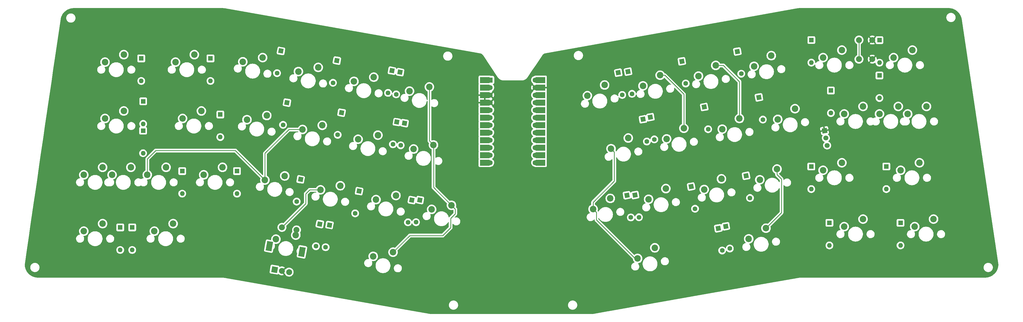
<source format=gtl>
G04 #@! TF.GenerationSoftware,KiCad,Pcbnew,(6.0.6-69-g6d26e8e3e8)*
G04 #@! TF.CreationDate,2022-07-20T16:20:59-04:00*
G04 #@! TF.ProjectId,alish40,616c6973-6834-4302-9e6b-696361645f70,rev?*
G04 #@! TF.SameCoordinates,Original*
G04 #@! TF.FileFunction,Copper,L1,Top*
G04 #@! TF.FilePolarity,Positive*
%FSLAX46Y46*%
G04 Gerber Fmt 4.6, Leading zero omitted, Abs format (unit mm)*
G04 Created by KiCad (PCBNEW (6.0.6-69-g6d26e8e3e8)) date 2022-07-20 16:20:59*
%MOMM*%
%LPD*%
G01*
G04 APERTURE LIST*
G04 Aperture macros list*
%AMHorizOval*
0 Thick line with rounded ends*
0 $1 width*
0 $2 $3 position (X,Y) of the first rounded end (center of the circle)*
0 $4 $5 position (X,Y) of the second rounded end (center of the circle)*
0 Add line between two ends*
20,1,$1,$2,$3,$4,$5,0*
0 Add two circle primitives to create the rounded ends*
1,1,$1,$2,$3*
1,1,$1,$4,$5*%
%AMRotRect*
0 Rectangle, with rotation*
0 The origin of the aperture is its center*
0 $1 length*
0 $2 width*
0 $3 Rotation angle, in degrees counterclockwise*
0 Add horizontal line*
21,1,$1,$2,0,0,$3*%
G04 Aperture macros list end*
G04 #@! TA.AperFunction,ComponentPad*
%ADD10C,2.200000*%
G04 #@! TD*
G04 #@! TA.AperFunction,ComponentPad*
%ADD11R,1.752600X1.752600*%
G04 #@! TD*
G04 #@! TA.AperFunction,SMDPad,CuDef*
%ADD12R,3.250000X2.000000*%
G04 #@! TD*
G04 #@! TA.AperFunction,ComponentPad*
%ADD13C,1.752600*%
G04 #@! TD*
G04 #@! TA.AperFunction,WasherPad*
%ADD14RotRect,3.200000X2.000000X80.000000*%
G04 #@! TD*
G04 #@! TA.AperFunction,ComponentPad*
%ADD15RotRect,2.000000X2.000000X80.000000*%
G04 #@! TD*
G04 #@! TA.AperFunction,ComponentPad*
%ADD16C,2.000000*%
G04 #@! TD*
G04 #@! TA.AperFunction,ComponentPad*
%ADD17RotRect,1.600000X1.600000X260.000000*%
G04 #@! TD*
G04 #@! TA.AperFunction,ComponentPad*
%ADD18HorizOval,1.600000X0.000000X0.000000X0.000000X0.000000X0*%
G04 #@! TD*
G04 #@! TA.AperFunction,ComponentPad*
%ADD19R,1.600000X1.600000*%
G04 #@! TD*
G04 #@! TA.AperFunction,ComponentPad*
%ADD20O,1.600000X1.600000*%
G04 #@! TD*
G04 #@! TA.AperFunction,ComponentPad*
%ADD21RotRect,1.600000X1.600000X280.000000*%
G04 #@! TD*
G04 #@! TA.AperFunction,ComponentPad*
%ADD22HorizOval,1.600000X0.000000X0.000000X0.000000X0.000000X0*%
G04 #@! TD*
G04 #@! TA.AperFunction,ComponentPad*
%ADD23RotRect,1.700000X1.700000X190.000000*%
G04 #@! TD*
G04 #@! TA.AperFunction,ComponentPad*
%ADD24HorizOval,1.700000X0.000000X0.000000X0.000000X0.000000X0*%
G04 #@! TD*
G04 #@! TA.AperFunction,Conductor*
%ADD25C,0.250000*%
G04 #@! TD*
G04 APERTURE END LIST*
D10*
X308208825Y-122876886D03*
X302396362Y-126480964D03*
X289448236Y-126184884D03*
X283635773Y-129788962D03*
X80545231Y-141336596D03*
X74195231Y-143876596D03*
X113882731Y-103236597D03*
X107532731Y-105776597D03*
X192235694Y-114705828D03*
X185541098Y-116104574D03*
X104357731Y-141336595D03*
X98007731Y-143876595D03*
X251927062Y-132800881D03*
X246114599Y-136404959D03*
X135953930Y-104781836D03*
X129259334Y-106180582D03*
X330106250Y-120749998D03*
X323756250Y-123289998D03*
X142026392Y-125196453D03*
X135331796Y-126595199D03*
X154714521Y-108089834D03*
X148019925Y-109488580D03*
X361062501Y-139799999D03*
X354712501Y-142339999D03*
X153332371Y-88502249D03*
X146637775Y-89900995D03*
X111501000Y-84186597D03*
X105151000Y-86726597D03*
X257999358Y-112386292D03*
X252186895Y-115990370D03*
X306282976Y-84528711D03*
X300470513Y-88132789D03*
X337250000Y-101700000D03*
X330900000Y-104240000D03*
X337249999Y-139800000D03*
X330899999Y-142340000D03*
X250001212Y-94452705D03*
X244188749Y-98056783D03*
X198308159Y-135120446D03*
X191613563Y-136519192D03*
X276759945Y-109078295D03*
X270947482Y-112682373D03*
D11*
X211350000Y-92770687D03*
D12*
X209572000Y-92770687D03*
X209572000Y-95310687D03*
D13*
X211350000Y-95310687D03*
X211350000Y-97850687D03*
D12*
X209572000Y-97850687D03*
X209572000Y-100390687D03*
D13*
X211350000Y-100390687D03*
D12*
X209572000Y-102930687D03*
D13*
X211350000Y-102930687D03*
D12*
X209572000Y-105470687D03*
D13*
X211350000Y-105470687D03*
X211350000Y-108010687D03*
D12*
X209572000Y-108010687D03*
X209572000Y-110550687D03*
D13*
X211350000Y-110550687D03*
D12*
X209572000Y-113090687D03*
D13*
X211350000Y-113090687D03*
X211350000Y-115630687D03*
D12*
X209572000Y-115630687D03*
X209572000Y-118170687D03*
D13*
X211350000Y-118170687D03*
X211350000Y-120710687D03*
D12*
X209572000Y-120710687D03*
D13*
X226590000Y-120710687D03*
D12*
X228368000Y-120710687D03*
X228368000Y-118170687D03*
D13*
X226590000Y-118170687D03*
X226590000Y-115630687D03*
D12*
X228368000Y-115630687D03*
D13*
X226590000Y-113090687D03*
D12*
X228368000Y-113090687D03*
D13*
X226590000Y-110550687D03*
D12*
X228368000Y-110550687D03*
X228368000Y-108010687D03*
D13*
X226590000Y-108010687D03*
X226590000Y-105470687D03*
D12*
X228368000Y-105470687D03*
D13*
X226590000Y-102930687D03*
D12*
X228368000Y-102930687D03*
D13*
X226590000Y-100390687D03*
D12*
X228368000Y-100390687D03*
X228368000Y-97850687D03*
D13*
X226590000Y-97850687D03*
X226590000Y-95310687D03*
D12*
X228368000Y-95310687D03*
D13*
X226590000Y-92770687D03*
D12*
X228368000Y-92770687D03*
D10*
X90070230Y-122286596D03*
X83720230Y-124826596D03*
X190853545Y-95118243D03*
X184158949Y-96516989D03*
X160786987Y-128504451D03*
X154092391Y-129903197D03*
X314281120Y-102462298D03*
X308468657Y-106066376D03*
X270687649Y-129492882D03*
X264875186Y-133096960D03*
X172092957Y-91810242D03*
X165398361Y-93208988D03*
X295520535Y-105770297D03*
X289708072Y-109374375D03*
X134571780Y-85194249D03*
X127877184Y-86592995D03*
X173475103Y-111397831D03*
X166780507Y-112796577D03*
X268761802Y-91144706D03*
X262949339Y-94748784D03*
D14*
X136822118Y-148938909D03*
X147851964Y-150883769D03*
D15*
X138572660Y-156863277D03*
D16*
X143496699Y-157731518D03*
X141034680Y-157297397D03*
X146014598Y-143451805D03*
X141090559Y-142583564D03*
D10*
X287522390Y-87836709D03*
X281709927Y-91440787D03*
X87688981Y-84186597D03*
X81338981Y-86726597D03*
X304481601Y-142877973D03*
X298669138Y-146482051D03*
X178584649Y-150986538D03*
X171890053Y-152385284D03*
X80545231Y-122286596D03*
X74195231Y-124826596D03*
X266960426Y-149493968D03*
X261147963Y-153098046D03*
X101976481Y-122286597D03*
X95626481Y-124826597D03*
X353918751Y-82649999D03*
X347568751Y-85189999D03*
X145753622Y-145197539D03*
X139059026Y-146596285D03*
X349156250Y-101700000D03*
X342806250Y-104240000D03*
X330106252Y-82650002D03*
X323756252Y-85190002D03*
X358681249Y-101700001D03*
X352331249Y-104240001D03*
X179547571Y-131812449D03*
X172852975Y-133211195D03*
X87688981Y-103236597D03*
X81338981Y-105776597D03*
X356300000Y-120750001D03*
X349950000Y-123290001D03*
X121026481Y-122286599D03*
X114676481Y-124826599D03*
D17*
X153870000Y-141470000D03*
D18*
X152546801Y-148974235D03*
D19*
X94240000Y-99970000D03*
D20*
X94240000Y-107590000D03*
D21*
X254630000Y-90300000D03*
D22*
X255953199Y-97804235D03*
D19*
X94200000Y-109900000D03*
D20*
X94200000Y-117520000D03*
D21*
X276068401Y-86437883D03*
D22*
X277391600Y-93942118D03*
D19*
X125910000Y-123556599D03*
D20*
X125910000Y-131176599D03*
D19*
X326400000Y-96300000D03*
D20*
X326400000Y-103920000D03*
D17*
X178221600Y-89617883D03*
D18*
X176898401Y-97122118D03*
D19*
X345120000Y-122020001D03*
D20*
X345120000Y-129640001D03*
D17*
X142781600Y-100417883D03*
D18*
X141458401Y-107922118D03*
D17*
X179871600Y-106987883D03*
D18*
X178548401Y-114492118D03*
D19*
X93580000Y-85456597D03*
D20*
X93580000Y-93076597D03*
D21*
X297768401Y-125157883D03*
D22*
X299091600Y-132662118D03*
D17*
X182481600Y-107347883D03*
D18*
X181158401Y-114852118D03*
D19*
X325900000Y-141070000D03*
D20*
X325900000Y-148690000D03*
D16*
X340380000Y-85730000D03*
X340380000Y-79230000D03*
X335880000Y-85730000D03*
X335880000Y-79230000D03*
D21*
X288375000Y-142900000D03*
D22*
X289698199Y-150404235D03*
D19*
X342800000Y-79280000D03*
D20*
X342800000Y-86900000D03*
D19*
X120270000Y-104430000D03*
D20*
X120270000Y-112050000D03*
D21*
X279218401Y-128787883D03*
D22*
X280541600Y-136292118D03*
D19*
X342790000Y-91230000D03*
D20*
X342790000Y-98850000D03*
D19*
X107410000Y-123556597D03*
D20*
X107410000Y-131176597D03*
D21*
X290950000Y-142225000D03*
D22*
X292273199Y-149729235D03*
D21*
X283640000Y-101900000D03*
D22*
X284963199Y-109404235D03*
D19*
X319800000Y-79260000D03*
D20*
X319800000Y-86880000D03*
D19*
X319780000Y-122019998D03*
D20*
X319780000Y-129639998D03*
D17*
X180971600Y-90117883D03*
D18*
X179648401Y-97622118D03*
D17*
X157141600Y-141787883D03*
D18*
X155818401Y-149292118D03*
D19*
X116950000Y-85456597D03*
D20*
X116950000Y-93076597D03*
D19*
X349910000Y-141069999D03*
D20*
X349910000Y-148689999D03*
D23*
X324260000Y-109880000D03*
D24*
X324701066Y-112381412D03*
X325142133Y-114882823D03*
D21*
X260278401Y-131667883D03*
D22*
X261601600Y-139172118D03*
D21*
X294811448Y-83130483D03*
D22*
X296134647Y-90634718D03*
D17*
X159631600Y-86197883D03*
D18*
X158308401Y-93702118D03*
D21*
X257940000Y-89930000D03*
D22*
X259263199Y-97434235D03*
D17*
X184950000Y-133380000D03*
D18*
X183626801Y-140884235D03*
D17*
X161211600Y-103797883D03*
D18*
X159888401Y-111302118D03*
D21*
X262950000Y-106050000D03*
D22*
X264273199Y-113554235D03*
D19*
X90525000Y-142606595D03*
D20*
X90525000Y-150226595D03*
D17*
X167120000Y-130347883D03*
D18*
X165796801Y-137852118D03*
D19*
X86475000Y-142606596D03*
D20*
X86475000Y-150226596D03*
D17*
X187661600Y-133347883D03*
D18*
X186338401Y-140852118D03*
D21*
X257538401Y-131717883D03*
D22*
X258861600Y-139222118D03*
D21*
X302110000Y-98640000D03*
D22*
X303433199Y-106144235D03*
D21*
X265480000Y-105330000D03*
D22*
X266803199Y-112834235D03*
D17*
X147381600Y-126367883D03*
D18*
X146058401Y-133872118D03*
D17*
X140751600Y-82937883D03*
D18*
X139428401Y-90442118D03*
D25*
X95626481Y-124826597D02*
X95626481Y-119463519D01*
X135331796Y-126595199D02*
X135331796Y-117568204D01*
X125356597Y-116620000D02*
X135331796Y-126595199D01*
X141090559Y-142583564D02*
X149120000Y-134554123D01*
X95626481Y-119463519D02*
X98470000Y-116620000D01*
X149120000Y-134554123D02*
X149120000Y-131220000D01*
X150436803Y-129903197D02*
X154092391Y-129903197D01*
X149120000Y-131220000D02*
X150436803Y-129903197D01*
X143411420Y-109488580D02*
X148019925Y-109488580D01*
X135331796Y-117568204D02*
X143411420Y-109488580D01*
X98470000Y-116620000D02*
X125356597Y-116620000D01*
X199590000Y-138010000D02*
X198030000Y-139570000D01*
X195340000Y-145370000D02*
X184201187Y-145370000D01*
X190853545Y-113323679D02*
X190853545Y-95118243D01*
X192235694Y-114705828D02*
X190853545Y-113323679D01*
X198308159Y-135120446D02*
X199590000Y-136402287D01*
X198308159Y-135120446D02*
X192260000Y-129072287D01*
X184201187Y-145370000D02*
X178584649Y-150986538D01*
X198030000Y-142680000D02*
X195340000Y-145370000D01*
X192260000Y-129072287D02*
X192260000Y-114730134D01*
X198030000Y-139570000D02*
X198030000Y-142680000D01*
X192260000Y-114730134D02*
X192235694Y-114705828D01*
X199590000Y-136402287D02*
X199590000Y-138010000D01*
X270317436Y-91144706D02*
X276759945Y-97587215D01*
X247260000Y-137550360D02*
X247260000Y-140060000D01*
X247260000Y-140060000D02*
X260298046Y-153098046D01*
X246114599Y-134105401D02*
X253280000Y-126940000D01*
X260298046Y-153098046D02*
X261147963Y-153098046D01*
X246114599Y-136404959D02*
X247260000Y-137550360D01*
X268761802Y-91144706D02*
X270317436Y-91144706D01*
X246114599Y-136404959D02*
X246114599Y-134105401D01*
X253280000Y-126940000D02*
X253280000Y-117083475D01*
X253280000Y-117083475D02*
X252186895Y-115990370D01*
X276759945Y-97587215D02*
X276759945Y-109078295D01*
X309730000Y-137629574D02*
X309730000Y-126280000D01*
X290076709Y-87836709D02*
X295520535Y-93280535D01*
X308208825Y-124758825D02*
X308208825Y-122876886D01*
X309730000Y-126280000D02*
X308208825Y-124758825D01*
X287522390Y-87836709D02*
X290076709Y-87836709D01*
X304481601Y-142877973D02*
X309730000Y-137629574D01*
X295520535Y-93280535D02*
X295520535Y-105770297D01*
X335880000Y-79230000D02*
X335880000Y-85730000D01*
G04 #@! TA.AperFunction,Conductor*
G36*
X338579560Y-68443814D02*
G01*
X366134260Y-68443835D01*
X366136439Y-68443854D01*
X366293380Y-68446569D01*
X366297750Y-68446720D01*
X366329852Y-68448391D01*
X366449079Y-68454596D01*
X366453415Y-68454897D01*
X366504102Y-68459303D01*
X366604366Y-68468019D01*
X366608688Y-68468470D01*
X366759088Y-68486821D01*
X366763337Y-68487415D01*
X366913026Y-68510974D01*
X366917282Y-68511720D01*
X367066040Y-68540455D01*
X367070296Y-68541355D01*
X367119439Y-68552629D01*
X367217947Y-68575229D01*
X367222191Y-68576280D01*
X367368581Y-68615258D01*
X367372786Y-68616456D01*
X367517707Y-68660480D01*
X367521869Y-68661824D01*
X367665197Y-68710859D01*
X367669308Y-68712346D01*
X367810833Y-68766318D01*
X367814891Y-68767946D01*
X367954476Y-68826803D01*
X367958474Y-68828571D01*
X368010382Y-68852612D01*
X368095941Y-68892239D01*
X368099855Y-68894135D01*
X368119450Y-68904050D01*
X368235036Y-68962539D01*
X368238900Y-68964580D01*
X368371570Y-69037599D01*
X368375365Y-69039774D01*
X368505452Y-69117373D01*
X368509167Y-69119677D01*
X368636500Y-69201752D01*
X368640129Y-69204182D01*
X368649758Y-69210872D01*
X368764515Y-69290611D01*
X368768051Y-69293159D01*
X368837776Y-69345285D01*
X368889385Y-69383867D01*
X368892842Y-69386546D01*
X369010969Y-69481421D01*
X369014330Y-69484218D01*
X369129059Y-69583104D01*
X369132320Y-69586015D01*
X369243549Y-69688822D01*
X369246709Y-69691846D01*
X369354312Y-69798459D01*
X369357357Y-69801583D01*
X369406518Y-69853793D01*
X369461196Y-69911863D01*
X369464138Y-69915098D01*
X369553285Y-70016613D01*
X369564100Y-70028929D01*
X369566928Y-70032265D01*
X369662875Y-70149491D01*
X369665585Y-70152921D01*
X369757401Y-70273396D01*
X369759991Y-70276920D01*
X369847562Y-70400496D01*
X369850028Y-70404106D01*
X369880375Y-70450244D01*
X369932798Y-70529944D01*
X369933291Y-70530694D01*
X369935607Y-70534353D01*
X370013441Y-70662131D01*
X370014399Y-70663704D01*
X370016574Y-70667417D01*
X370090901Y-70799553D01*
X370092956Y-70803360D01*
X370097597Y-70812325D01*
X370162263Y-70937237D01*
X370162604Y-70937896D01*
X370164547Y-70941815D01*
X370229479Y-71078678D01*
X370231284Y-71082659D01*
X370240349Y-71103613D01*
X370291422Y-71221677D01*
X370293076Y-71225691D01*
X370348313Y-71366603D01*
X370348368Y-71366744D01*
X370349888Y-71370829D01*
X370399810Y-71512460D01*
X370400241Y-71513684D01*
X370401618Y-71517816D01*
X370446600Y-71661107D01*
X370446998Y-71662376D01*
X370448230Y-71666554D01*
X370470914Y-71748687D01*
X370488562Y-71812588D01*
X370489651Y-71816814D01*
X370524891Y-71964152D01*
X370525822Y-71968365D01*
X370533289Y-72005190D01*
X370555933Y-72116865D01*
X370556727Y-72121163D01*
X370582570Y-72276017D01*
X370582910Y-72278170D01*
X379484834Y-131960772D01*
X382938567Y-155116189D01*
X382938584Y-155116306D01*
X382939944Y-155137100D01*
X382939608Y-155156255D01*
X382938002Y-155247883D01*
X382937848Y-155252278D01*
X382929863Y-155404445D01*
X382929556Y-155408832D01*
X382916266Y-155560627D01*
X382915806Y-155565002D01*
X382897228Y-155716216D01*
X382896616Y-155720568D01*
X382872770Y-155871074D01*
X382872008Y-155875396D01*
X382842919Y-156024999D01*
X382842005Y-156029294D01*
X382807853Y-156177190D01*
X382807723Y-156177752D01*
X382806665Y-156181996D01*
X382768341Y-156324997D01*
X382767227Y-156329152D01*
X382766014Y-156333381D01*
X382721435Y-156479163D01*
X382720076Y-156483344D01*
X382670479Y-156627362D01*
X382668975Y-156631494D01*
X382614374Y-156773718D01*
X382612730Y-156777788D01*
X382555811Y-156911868D01*
X382553159Y-156918114D01*
X382551374Y-156922120D01*
X382535540Y-156956074D01*
X382486973Y-157060213D01*
X382485046Y-157064164D01*
X382415882Y-157199896D01*
X382413817Y-157203779D01*
X382339941Y-157337046D01*
X382337764Y-157340818D01*
X382259377Y-157471267D01*
X382259255Y-157471470D01*
X382256925Y-157475198D01*
X382213671Y-157541800D01*
X382174665Y-157601862D01*
X382173934Y-157602987D01*
X382171478Y-157606628D01*
X382096126Y-157714236D01*
X382084073Y-157731448D01*
X382081490Y-157735002D01*
X382009660Y-157830322D01*
X381989784Y-157856697D01*
X381987075Y-157860164D01*
X381891175Y-157978583D01*
X381888349Y-157981951D01*
X381788393Y-158096934D01*
X381785450Y-158100202D01*
X381681535Y-158211634D01*
X381678481Y-158214797D01*
X381570733Y-158322544D01*
X381567569Y-158325599D01*
X381456129Y-158429517D01*
X381452894Y-158432430D01*
X381337866Y-158532422D01*
X381334519Y-158535231D01*
X381216078Y-158631141D01*
X381212613Y-158633848D01*
X381090946Y-158725531D01*
X381087388Y-158728116D01*
X380962564Y-158815520D01*
X380958919Y-158817979D01*
X380831113Y-158900979D01*
X380827389Y-158903306D01*
X380696773Y-158981790D01*
X380693008Y-158983964D01*
X380559719Y-159057848D01*
X380555850Y-159059906D01*
X380510880Y-159082820D01*
X380420070Y-159129092D01*
X380416126Y-159131015D01*
X380349756Y-159161966D01*
X380278015Y-159195421D01*
X380273998Y-159197209D01*
X380229671Y-159216026D01*
X380167105Y-159242586D01*
X380133739Y-159256750D01*
X380129670Y-159258394D01*
X380102911Y-159268667D01*
X379987442Y-159312994D01*
X379983310Y-159314498D01*
X379839211Y-159364120D01*
X379835037Y-159365477D01*
X379689303Y-159410037D01*
X379685164Y-159411224D01*
X379537911Y-159450686D01*
X379533661Y-159451746D01*
X379490081Y-159461809D01*
X379385158Y-159486036D01*
X379380883Y-159486944D01*
X379231299Y-159516026D01*
X379227022Y-159516780D01*
X379076585Y-159540614D01*
X379076497Y-159540628D01*
X379072142Y-159541240D01*
X378920895Y-159559817D01*
X378916522Y-159560277D01*
X378764734Y-159573564D01*
X378760346Y-159573871D01*
X378608218Y-159581851D01*
X378603824Y-159582005D01*
X378456241Y-159584589D01*
X378445902Y-159584770D01*
X378443697Y-159584789D01*
X365478979Y-159584807D01*
X316375903Y-159584875D01*
X316367422Y-159584589D01*
X316354022Y-159583685D01*
X316349160Y-159583357D01*
X316337249Y-159584397D01*
X316326290Y-159584875D01*
X316317420Y-159584875D01*
X316298414Y-159587597D01*
X316291523Y-159588390D01*
X315795624Y-159631695D01*
X315464912Y-159660575D01*
X315456446Y-159661028D01*
X315438147Y-159661389D01*
X315426373Y-159663461D01*
X315415504Y-159664889D01*
X315411131Y-159665271D01*
X315411122Y-159665273D01*
X315406660Y-159665662D01*
X315387958Y-159670028D01*
X315381174Y-159671416D01*
X286194992Y-164808075D01*
X251298194Y-170949780D01*
X251298186Y-170949780D01*
X251298169Y-170949783D01*
X251298160Y-170949784D01*
X251254332Y-170957499D01*
X251254329Y-170957500D01*
X251223226Y-170962974D01*
X251223220Y-170962976D01*
X246595095Y-171777648D01*
X246035957Y-171876071D01*
X246014114Y-171877979D01*
X191168709Y-171877979D01*
X191146865Y-171876071D01*
X174142020Y-168882761D01*
X197433117Y-168882761D01*
X197433246Y-168886484D01*
X197433225Y-168887097D01*
X197433288Y-168887679D01*
X197433899Y-168905261D01*
X197434110Y-168911349D01*
X197434186Y-168915722D01*
X197434186Y-168933868D01*
X197434111Y-168933868D01*
X197434165Y-168934119D01*
X197433928Y-168936895D01*
X197434186Y-168940604D01*
X197434186Y-168941216D01*
X197434269Y-168941794D01*
X197435914Y-168965452D01*
X197436139Y-168969764D01*
X197436494Y-168979978D01*
X197436769Y-168987915D01*
X197436695Y-168987918D01*
X197436756Y-168988163D01*
X197436617Y-168990937D01*
X197437003Y-168994629D01*
X197437025Y-168995269D01*
X197437133Y-168995870D01*
X197437206Y-168996569D01*
X197439589Y-169019383D01*
X197439967Y-169023724D01*
X197441228Y-169041841D01*
X197441146Y-169041847D01*
X197441224Y-169042119D01*
X197441180Y-169044890D01*
X197441696Y-169048585D01*
X197441739Y-169049197D01*
X197441862Y-169049768D01*
X197441952Y-169050412D01*
X197441952Y-169050413D01*
X197442489Y-169054257D01*
X197444652Y-169069726D01*
X197445136Y-169073192D01*
X197445666Y-169077536D01*
X197447555Y-169095611D01*
X197447479Y-169095619D01*
X197447560Y-169095868D01*
X197447613Y-169098641D01*
X197448253Y-169102293D01*
X197448317Y-169102902D01*
X197448460Y-169103469D01*
X197448567Y-169104080D01*
X197452550Y-169126803D01*
X197453229Y-169131111D01*
X197455741Y-169149077D01*
X197455662Y-169149088D01*
X197455756Y-169149348D01*
X197455905Y-169152116D01*
X197456675Y-169155759D01*
X197456762Y-169156382D01*
X197456928Y-169156958D01*
X197461819Y-169180103D01*
X197461822Y-169180115D01*
X197462650Y-169184398D01*
X197463453Y-169188975D01*
X197465782Y-169202257D01*
X197465705Y-169202271D01*
X197465805Y-169202520D01*
X197466052Y-169205299D01*
X197466951Y-169208926D01*
X197467056Y-169209524D01*
X197467236Y-169210074D01*
X197471091Y-169225624D01*
X197472929Y-169233040D01*
X197473909Y-169237307D01*
X197477663Y-169255073D01*
X197477593Y-169255088D01*
X197477693Y-169255313D01*
X197478036Y-169258080D01*
X197479053Y-169261647D01*
X197479182Y-169262258D01*
X197479386Y-169262817D01*
X197479624Y-169263653D01*
X197485879Y-169285595D01*
X197487003Y-169289816D01*
X197491370Y-169307430D01*
X197491300Y-169307447D01*
X197491408Y-169307669D01*
X197491847Y-169310426D01*
X197492989Y-169313960D01*
X197493139Y-169314567D01*
X197493363Y-169315119D01*
X197493623Y-169315924D01*
X197493623Y-169315925D01*
X197500640Y-169337652D01*
X197501910Y-169341830D01*
X197506882Y-169359269D01*
X197506804Y-169359291D01*
X197506935Y-169359536D01*
X197507464Y-169362251D01*
X197508728Y-169365745D01*
X197508898Y-169366341D01*
X197509139Y-169366881D01*
X197509396Y-169367591D01*
X197509396Y-169367592D01*
X197511023Y-169372089D01*
X197517190Y-169389132D01*
X197517202Y-169389166D01*
X197518594Y-169393234D01*
X197524184Y-169410540D01*
X197524185Y-169410543D01*
X197524112Y-169410567D01*
X197524243Y-169410793D01*
X197524869Y-169413499D01*
X197526255Y-169416952D01*
X197526449Y-169417551D01*
X197526713Y-169418090D01*
X197535554Y-169440108D01*
X197537061Y-169444058D01*
X197543259Y-169461189D01*
X197543260Y-169461192D01*
X197543189Y-169461218D01*
X197543325Y-169461436D01*
X197544048Y-169464131D01*
X197545557Y-169467540D01*
X197545763Y-169468111D01*
X197546035Y-169468622D01*
X197546369Y-169469377D01*
X197555621Y-169490286D01*
X197557322Y-169494318D01*
X197558011Y-169496034D01*
X197564078Y-169511144D01*
X197564011Y-169511171D01*
X197564149Y-169511378D01*
X197564965Y-169514044D01*
X197566584Y-169517385D01*
X197566817Y-169517965D01*
X197567115Y-169518481D01*
X197575942Y-169536695D01*
X197577437Y-169539780D01*
X197579271Y-169543738D01*
X197586614Y-169560331D01*
X197586542Y-169560363D01*
X197586701Y-169560583D01*
X197587608Y-169563219D01*
X197589354Y-169566524D01*
X197589599Y-169567078D01*
X197589905Y-169567568D01*
X197590273Y-169568265D01*
X197590274Y-169568269D01*
X197600971Y-169588519D01*
X197602944Y-169592414D01*
X197610857Y-169608740D01*
X197610785Y-169608775D01*
X197610954Y-169608992D01*
X197611945Y-169611577D01*
X197613793Y-169614800D01*
X197614060Y-169615350D01*
X197614386Y-169615833D01*
X197614735Y-169616441D01*
X197614735Y-169616442D01*
X197626177Y-169636393D01*
X197628279Y-169640210D01*
X197636759Y-169656262D01*
X197636693Y-169656297D01*
X197636856Y-169656492D01*
X197637940Y-169659049D01*
X197639894Y-169662197D01*
X197640190Y-169662758D01*
X197640545Y-169663247D01*
X197653023Y-169683353D01*
X197655255Y-169687093D01*
X197657125Y-169690353D01*
X197664285Y-169702838D01*
X197664220Y-169702875D01*
X197664391Y-169703067D01*
X197665569Y-169705597D01*
X197667645Y-169708696D01*
X197667952Y-169709232D01*
X197668314Y-169709696D01*
X197668748Y-169710344D01*
X197681489Y-169729367D01*
X197683860Y-169733043D01*
X197684923Y-169734757D01*
X197693420Y-169748448D01*
X197693355Y-169748489D01*
X197693538Y-169748680D01*
X197694798Y-169751159D01*
X197696978Y-169754181D01*
X197697301Y-169754702D01*
X197697677Y-169755150D01*
X197698073Y-169755699D01*
X197711535Y-169774364D01*
X197714030Y-169777954D01*
X197724115Y-169793012D01*
X197724049Y-169793056D01*
X197724245Y-169793246D01*
X197725590Y-169795678D01*
X197727875Y-169798625D01*
X197728214Y-169799131D01*
X197728602Y-169799563D01*
X197729029Y-169800113D01*
X197729029Y-169800114D01*
X197743123Y-169818290D01*
X197745742Y-169821791D01*
X197756342Y-169836487D01*
X197756277Y-169836534D01*
X197756480Y-169836718D01*
X197757905Y-169839096D01*
X197760288Y-169841959D01*
X197760652Y-169842463D01*
X197761063Y-169842890D01*
X197772853Y-169857051D01*
X197776208Y-169861081D01*
X197778947Y-169864490D01*
X197790065Y-169878828D01*
X197790003Y-169878876D01*
X197790208Y-169879049D01*
X197791715Y-169881377D01*
X197794191Y-169884150D01*
X197794573Y-169884642D01*
X197795000Y-169885055D01*
X197795439Y-169885546D01*
X197795439Y-169885547D01*
X197798684Y-169889180D01*
X197808566Y-169900244D01*
X197810753Y-169902693D01*
X197813611Y-169906008D01*
X197825235Y-169919970D01*
X197825174Y-169920021D01*
X197825387Y-169920188D01*
X197826963Y-169922447D01*
X197829524Y-169925122D01*
X197829933Y-169925613D01*
X197830385Y-169926021D01*
X197830816Y-169926471D01*
X197830817Y-169926473D01*
X197846746Y-169943108D01*
X197849675Y-169946275D01*
X197861801Y-169959852D01*
X197861802Y-169959854D01*
X197861746Y-169959904D01*
X197861955Y-169960057D01*
X197863631Y-169962290D01*
X197866303Y-169964893D01*
X197866702Y-169965340D01*
X197867139Y-169965708D01*
X197884153Y-169982285D01*
X197887171Y-169985329D01*
X197890628Y-169988939D01*
X197899745Y-169998460D01*
X197899692Y-169998511D01*
X197899900Y-169998653D01*
X197901640Y-170000811D01*
X197904378Y-170003299D01*
X197904818Y-170003759D01*
X197905296Y-170004134D01*
X197922820Y-170020060D01*
X197925977Y-170023032D01*
X197938983Y-170035703D01*
X197938927Y-170035761D01*
X197939160Y-170035907D01*
X197940977Y-170038007D01*
X197943824Y-170040420D01*
X197944264Y-170040848D01*
X197944737Y-170041193D01*
X197962814Y-170056510D01*
X197966078Y-170059375D01*
X197979514Y-170071586D01*
X197979461Y-170071645D01*
X197979696Y-170071782D01*
X197981574Y-170073806D01*
X197984482Y-170076102D01*
X197984949Y-170076526D01*
X197985447Y-170076864D01*
X197986059Y-170077347D01*
X197986061Y-170077350D01*
X198004020Y-170091525D01*
X198007407Y-170094295D01*
X198011199Y-170097508D01*
X198021251Y-170106026D01*
X198021203Y-170106082D01*
X198021426Y-170106202D01*
X198023390Y-170108176D01*
X198026384Y-170110375D01*
X198026864Y-170110782D01*
X198027372Y-170111101D01*
X198033465Y-170115577D01*
X198046412Y-170125087D01*
X198049888Y-170127734D01*
X198064159Y-170138999D01*
X198064113Y-170139057D01*
X198064342Y-170139169D01*
X198066378Y-170141079D01*
X198069451Y-170143176D01*
X198069935Y-170143558D01*
X198070443Y-170143853D01*
X198070991Y-170144227D01*
X198089998Y-170157197D01*
X198093569Y-170159726D01*
X198108193Y-170170468D01*
X198108148Y-170170529D01*
X198108386Y-170170637D01*
X198110472Y-170172461D01*
X198113606Y-170174444D01*
X198114118Y-170174820D01*
X198114652Y-170175106D01*
X198115289Y-170175509D01*
X198115290Y-170175510D01*
X198134642Y-170187754D01*
X198138292Y-170190153D01*
X198153278Y-170200379D01*
X198153236Y-170200440D01*
X198153472Y-170200537D01*
X198155644Y-170202307D01*
X198158869Y-170204194D01*
X198159366Y-170204533D01*
X198159881Y-170204786D01*
X198180332Y-170216751D01*
X198184065Y-170219023D01*
X198199400Y-170228726D01*
X198199360Y-170228789D01*
X198199600Y-170228878D01*
X198201813Y-170230557D01*
X198205078Y-170232318D01*
X198205604Y-170232651D01*
X198206146Y-170232894D01*
X198226981Y-170244133D01*
X198230776Y-170246266D01*
X198246469Y-170255448D01*
X198246431Y-170255514D01*
X198246681Y-170255597D01*
X198248945Y-170257194D01*
X198252271Y-170258842D01*
X198252810Y-170259157D01*
X198253361Y-170259382D01*
X198254001Y-170259699D01*
X198274566Y-170269886D01*
X198278453Y-170271897D01*
X198294434Y-170280517D01*
X198294397Y-170280586D01*
X198294655Y-170280662D01*
X198296964Y-170282174D01*
X198300336Y-170283701D01*
X198300892Y-170284001D01*
X198301458Y-170284209D01*
X198302123Y-170284510D01*
X198302125Y-170284512D01*
X198323028Y-170293979D01*
X198326972Y-170295848D01*
X198343212Y-170303892D01*
X198343178Y-170303961D01*
X198343435Y-170304027D01*
X198345815Y-170305470D01*
X198349262Y-170306889D01*
X198349821Y-170307166D01*
X198350386Y-170307352D01*
X198372287Y-170316368D01*
X198376278Y-170318093D01*
X198392801Y-170325576D01*
X198392771Y-170325643D01*
X198393019Y-170325697D01*
X198395455Y-170327061D01*
X198398948Y-170328359D01*
X198399513Y-170328615D01*
X198400080Y-170328780D01*
X198400819Y-170329055D01*
X198400821Y-170329056D01*
X198422239Y-170337015D01*
X198426310Y-170338608D01*
X198426878Y-170338842D01*
X198443125Y-170345531D01*
X198443095Y-170345603D01*
X198443358Y-170345651D01*
X198445816Y-170346917D01*
X198449335Y-170348088D01*
X198449912Y-170348325D01*
X198450489Y-170348471D01*
X198451036Y-170348653D01*
X198472941Y-170355939D01*
X198477064Y-170357390D01*
X198494084Y-170363716D01*
X198494059Y-170363784D01*
X198494304Y-170363820D01*
X198496831Y-170365012D01*
X198500397Y-170366062D01*
X198500978Y-170366278D01*
X198501556Y-170366403D01*
X198502242Y-170366605D01*
X198524270Y-170373092D01*
X198528446Y-170374401D01*
X198545648Y-170380123D01*
X198545622Y-170380200D01*
X198545898Y-170380230D01*
X198548439Y-170381323D01*
X198552042Y-170382250D01*
X198552636Y-170382447D01*
X198553223Y-170382553D01*
X198573726Y-170387825D01*
X198576164Y-170388452D01*
X198580351Y-170389606D01*
X198597746Y-170394729D01*
X198597722Y-170394808D01*
X198598004Y-170394829D01*
X198600591Y-170395837D01*
X198604242Y-170396642D01*
X198604820Y-170396812D01*
X198605389Y-170396895D01*
X198626245Y-170401492D01*
X198628509Y-170401991D01*
X198632765Y-170403007D01*
X198650351Y-170407529D01*
X198650333Y-170407599D01*
X198650583Y-170407609D01*
X198653225Y-170408534D01*
X198656886Y-170409209D01*
X198657467Y-170409358D01*
X198658036Y-170409421D01*
X198658815Y-170409565D01*
X198658816Y-170409565D01*
X198681350Y-170413717D01*
X198685603Y-170414577D01*
X198703345Y-170418487D01*
X198703347Y-170418488D01*
X198703330Y-170418564D01*
X198703599Y-170418566D01*
X198706240Y-170419389D01*
X198709913Y-170419935D01*
X198710526Y-170420070D01*
X198711123Y-170420115D01*
X198734560Y-170423598D01*
X198738855Y-170424313D01*
X198756680Y-170427597D01*
X198756666Y-170427674D01*
X198756935Y-170427667D01*
X198759623Y-170428403D01*
X198763337Y-170428824D01*
X198763935Y-170428934D01*
X198764515Y-170428957D01*
X198765200Y-170429035D01*
X198765201Y-170429035D01*
X198788013Y-170431619D01*
X198792354Y-170432187D01*
X198795598Y-170432669D01*
X198810318Y-170434857D01*
X198810307Y-170434933D01*
X198810568Y-170434916D01*
X198813273Y-170435557D01*
X198816979Y-170435847D01*
X198817591Y-170435938D01*
X198818181Y-170435941D01*
X198836488Y-170437374D01*
X198841823Y-170437792D01*
X198846170Y-170438209D01*
X198864162Y-170440247D01*
X198864153Y-170440325D01*
X198864420Y-170440298D01*
X198867147Y-170440845D01*
X198870870Y-170441007D01*
X198871482Y-170441076D01*
X198872069Y-170441059D01*
X198895762Y-170442087D01*
X198900025Y-170442347D01*
X198918170Y-170443767D01*
X198918173Y-170443767D01*
X198918167Y-170443839D01*
X198918411Y-170443807D01*
X198921159Y-170444259D01*
X198924870Y-170444291D01*
X198925505Y-170444341D01*
X198926111Y-170444302D01*
X198926786Y-170444308D01*
X198949747Y-170444508D01*
X198954109Y-170444621D01*
X198972254Y-170445408D01*
X198972250Y-170445489D01*
X198972525Y-170445443D01*
X198975279Y-170445799D01*
X198979011Y-170445702D01*
X198979615Y-170445728D01*
X198980188Y-170445671D01*
X199003873Y-170445054D01*
X199008244Y-170445016D01*
X199024782Y-170445160D01*
X199026390Y-170445174D01*
X199026389Y-170445250D01*
X199026644Y-170445198D01*
X199029410Y-170445458D01*
X199033115Y-170445233D01*
X199033729Y-170445238D01*
X199034310Y-170445160D01*
X199034973Y-170445120D01*
X199034975Y-170445120D01*
X199057979Y-170443721D01*
X199062343Y-170443532D01*
X199077567Y-170443135D01*
X199080452Y-170443060D01*
X199080454Y-170443136D01*
X199080706Y-170443075D01*
X199083490Y-170443239D01*
X199087196Y-170442884D01*
X199087816Y-170442868D01*
X199088399Y-170442769D01*
X199111989Y-170440511D01*
X199116320Y-170440172D01*
X199127434Y-170439495D01*
X199134422Y-170439070D01*
X199134427Y-170439148D01*
X199134685Y-170439076D01*
X199137464Y-170439144D01*
X199141155Y-170438661D01*
X199141776Y-170438623D01*
X199142357Y-170438503D01*
X199165795Y-170435435D01*
X199170141Y-170434942D01*
X199188234Y-170433210D01*
X199188241Y-170433281D01*
X199188474Y-170433207D01*
X199191273Y-170433178D01*
X199194942Y-170432567D01*
X199195552Y-170432509D01*
X199196120Y-170432371D01*
X199196884Y-170432244D01*
X199196885Y-170432244D01*
X199217443Y-170428823D01*
X199219490Y-170428482D01*
X199223806Y-170427841D01*
X199241800Y-170425485D01*
X199241810Y-170425561D01*
X199242057Y-170425473D01*
X199244830Y-170425348D01*
X199248470Y-170424612D01*
X199249086Y-170424531D01*
X199249657Y-170424371D01*
X199250305Y-170424240D01*
X199250307Y-170424240D01*
X199272219Y-170419807D01*
X199272880Y-170419673D01*
X199277131Y-170418890D01*
X199295052Y-170415908D01*
X199295055Y-170415908D01*
X199295067Y-170415979D01*
X199295298Y-170415888D01*
X199298083Y-170415665D01*
X199301707Y-170414800D01*
X199302320Y-170414698D01*
X199302885Y-170414519D01*
X199325936Y-170409017D01*
X199330193Y-170408079D01*
X199347954Y-170404486D01*
X199347969Y-170404558D01*
X199348200Y-170404458D01*
X199350977Y-170404138D01*
X199354570Y-170403147D01*
X199355170Y-170403026D01*
X199355720Y-170402830D01*
X199378554Y-170396535D01*
X199382756Y-170395455D01*
X199400426Y-170391236D01*
X199400445Y-170391314D01*
X199400691Y-170391196D01*
X199403428Y-170390785D01*
X199406973Y-170389674D01*
X199407580Y-170389529D01*
X199408134Y-170389310D01*
X199430718Y-170382231D01*
X199434898Y-170381000D01*
X199452406Y-170376173D01*
X199452426Y-170376244D01*
X199452651Y-170376127D01*
X199455395Y-170375616D01*
X199458903Y-170374381D01*
X199459502Y-170374216D01*
X199460045Y-170373979D01*
X199482369Y-170366121D01*
X199486484Y-170364752D01*
X199503834Y-170359313D01*
X199503857Y-170359388D01*
X199504090Y-170359256D01*
X199506802Y-170358654D01*
X199510266Y-170357298D01*
X199510849Y-170357115D01*
X199511375Y-170356863D01*
X199512039Y-170356603D01*
X199512040Y-170356603D01*
X199533449Y-170348221D01*
X199537550Y-170346697D01*
X199554633Y-170340684D01*
X199554658Y-170340756D01*
X199554880Y-170340620D01*
X199557584Y-170339919D01*
X199561008Y-170338439D01*
X199561583Y-170338237D01*
X199562099Y-170337968D01*
X199583856Y-170328566D01*
X199587866Y-170326915D01*
X199604773Y-170320295D01*
X199604776Y-170320294D01*
X199604803Y-170320364D01*
X199605018Y-170320222D01*
X199607688Y-170319431D01*
X199611053Y-170317836D01*
X199611628Y-170317611D01*
X199612140Y-170317321D01*
X199633524Y-170307185D01*
X199637500Y-170305385D01*
X199654165Y-170298184D01*
X199654196Y-170298256D01*
X199654417Y-170298099D01*
X199657050Y-170297218D01*
X199660357Y-170295508D01*
X199660923Y-170295263D01*
X199661424Y-170294956D01*
X199662052Y-170294631D01*
X199662053Y-170294631D01*
X199682465Y-170284074D01*
X199686381Y-170282134D01*
X199702761Y-170274370D01*
X199702794Y-170274440D01*
X199703006Y-170274278D01*
X199705609Y-170273306D01*
X199708852Y-170271483D01*
X199709414Y-170271217D01*
X199709908Y-170270890D01*
X199730559Y-170259284D01*
X199734398Y-170257214D01*
X199750494Y-170248889D01*
X199750529Y-170248957D01*
X199750733Y-170248790D01*
X199753306Y-170247725D01*
X199756492Y-170245786D01*
X199757043Y-170245501D01*
X199757524Y-170245158D01*
X199758210Y-170244740D01*
X199758215Y-170244739D01*
X199777744Y-170232853D01*
X199781515Y-170230646D01*
X199797334Y-170221755D01*
X199797371Y-170221821D01*
X199797568Y-170221648D01*
X199800105Y-170220494D01*
X199803220Y-170218447D01*
X199803746Y-170218151D01*
X199804203Y-170217801D01*
X199824031Y-170204767D01*
X199827675Y-170202463D01*
X199843206Y-170193011D01*
X199843207Y-170193010D01*
X199843244Y-170193071D01*
X199843420Y-170192905D01*
X199845913Y-170191664D01*
X199848933Y-170189525D01*
X199849471Y-170189198D01*
X199849935Y-170188816D01*
X199850602Y-170188344D01*
X199850604Y-170188343D01*
X199869246Y-170175141D01*
X199872841Y-170172687D01*
X199888018Y-170162712D01*
X199888019Y-170162711D01*
X199888060Y-170162773D01*
X199888237Y-170162593D01*
X199890694Y-170161262D01*
X199893660Y-170159003D01*
X199894179Y-170158662D01*
X199894622Y-170158270D01*
X199911411Y-170145484D01*
X199913432Y-170143945D01*
X199916952Y-170141359D01*
X199931775Y-170130862D01*
X199931818Y-170130923D01*
X199931992Y-170130734D01*
X199934406Y-170129316D01*
X199937293Y-170126954D01*
X199937785Y-170126606D01*
X199938202Y-170126211D01*
X199941848Y-170123229D01*
X199956549Y-170111203D01*
X199959986Y-170108490D01*
X199974406Y-170097508D01*
X199974452Y-170097568D01*
X199974620Y-170097372D01*
X199976963Y-170095884D01*
X199979750Y-170093438D01*
X199980253Y-170093055D01*
X199980676Y-170092626D01*
X199981299Y-170092080D01*
X199981302Y-170092078D01*
X199998476Y-170077005D01*
X200001813Y-170074177D01*
X200005835Y-170070887D01*
X200015832Y-170062710D01*
X200015882Y-170062771D01*
X200016050Y-170062560D01*
X200018351Y-170060984D01*
X200021072Y-170058424D01*
X200021542Y-170058039D01*
X200021934Y-170057613D01*
X200023129Y-170056489D01*
X200039178Y-170041385D01*
X200042416Y-170038442D01*
X200056047Y-170026479D01*
X200056099Y-170026538D01*
X200056261Y-170026322D01*
X200058488Y-170024680D01*
X200061103Y-170022043D01*
X200061574Y-170021629D01*
X200061963Y-170021175D01*
X200062444Y-170020689D01*
X200062447Y-170020688D01*
X200078638Y-170004356D01*
X200081767Y-170001307D01*
X200084133Y-169999081D01*
X200094970Y-169988882D01*
X200094971Y-169988881D01*
X200095026Y-169988939D01*
X200095181Y-169988715D01*
X200097359Y-169986990D01*
X200099892Y-169984251D01*
X200100334Y-169983835D01*
X200100695Y-169983383D01*
X200101260Y-169982772D01*
X200101263Y-169982770D01*
X200116756Y-169966015D01*
X200119790Y-169962846D01*
X200132582Y-169949944D01*
X200132634Y-169949996D01*
X200132771Y-169949783D01*
X200134878Y-169947991D01*
X200137291Y-169945193D01*
X200137746Y-169944734D01*
X200138113Y-169944239D01*
X200139089Y-169943108D01*
X200153559Y-169926329D01*
X200156470Y-169923070D01*
X200168780Y-169909759D01*
X200168835Y-169909809D01*
X200168964Y-169909591D01*
X200171033Y-169907704D01*
X200173373Y-169904791D01*
X200173791Y-169904340D01*
X200174124Y-169903858D01*
X200185880Y-169889229D01*
X200188979Y-169885373D01*
X200191744Y-169882052D01*
X200203600Y-169868303D01*
X200203602Y-169868301D01*
X200203662Y-169868353D01*
X200203793Y-169868114D01*
X200205780Y-169866172D01*
X200208013Y-169863187D01*
X200208398Y-169862740D01*
X200208702Y-169862266D01*
X200222926Y-169843248D01*
X200225591Y-169839812D01*
X200236951Y-169825675D01*
X200237007Y-169825720D01*
X200237118Y-169825500D01*
X200239036Y-169823490D01*
X200241147Y-169820453D01*
X200241550Y-169819952D01*
X200241862Y-169819425D01*
X200242287Y-169818814D01*
X200242288Y-169818813D01*
X200255379Y-169799983D01*
X200257932Y-169796444D01*
X200257934Y-169796442D01*
X200268782Y-169781937D01*
X200268848Y-169781986D01*
X200268965Y-169781731D01*
X200270817Y-169779650D01*
X200272849Y-169776499D01*
X200273205Y-169776023D01*
X200273477Y-169775525D01*
X200286316Y-169755616D01*
X200288721Y-169752024D01*
X200299106Y-169737086D01*
X200299170Y-169737131D01*
X200299272Y-169736885D01*
X200301038Y-169734757D01*
X200302936Y-169731577D01*
X200303296Y-169731059D01*
X200303566Y-169730521D01*
X200303932Y-169729908D01*
X200303934Y-169729906D01*
X200315703Y-169710185D01*
X200317998Y-169706486D01*
X200327826Y-169691246D01*
X200327828Y-169691243D01*
X200327893Y-169691285D01*
X200327986Y-169691039D01*
X200329693Y-169688829D01*
X200331498Y-169685552D01*
X200331827Y-169685041D01*
X200332069Y-169684515D01*
X200341191Y-169667949D01*
X200343490Y-169663774D01*
X200345664Y-169659983D01*
X200354959Y-169644407D01*
X200355022Y-169644445D01*
X200355104Y-169644204D01*
X200356737Y-169641933D01*
X200358420Y-169638608D01*
X200358730Y-169638089D01*
X200358952Y-169637557D01*
X200369670Y-169616387D01*
X200371697Y-169612550D01*
X200380448Y-169596659D01*
X200380508Y-169596692D01*
X200380577Y-169596465D01*
X200382128Y-169594140D01*
X200383688Y-169590773D01*
X200383995Y-169590216D01*
X200384209Y-169589649D01*
X200384525Y-169588968D01*
X200394148Y-169568203D01*
X200396049Y-169564280D01*
X200404256Y-169548066D01*
X200404328Y-169548102D01*
X200404399Y-169547833D01*
X200405861Y-169545469D01*
X200407312Y-169542030D01*
X200407582Y-169541496D01*
X200407765Y-169540955D01*
X200408030Y-169540326D01*
X200408032Y-169540324D01*
X200416976Y-169519121D01*
X200418748Y-169515115D01*
X200426376Y-169498655D01*
X200426443Y-169498686D01*
X200426498Y-169498442D01*
X200427873Y-169496034D01*
X200429189Y-169492584D01*
X200429460Y-169492000D01*
X200429636Y-169491412D01*
X200429901Y-169490716D01*
X200429904Y-169490713D01*
X200438077Y-169469292D01*
X200439702Y-169465244D01*
X200446746Y-169448547D01*
X200446747Y-169448544D01*
X200446816Y-169448573D01*
X200446864Y-169448322D01*
X200448167Y-169445845D01*
X200449378Y-169442307D01*
X200449615Y-169441745D01*
X200449763Y-169441183D01*
X200449979Y-169440552D01*
X200449981Y-169440549D01*
X200457426Y-169418795D01*
X200458917Y-169414672D01*
X200459514Y-169413109D01*
X200464428Y-169400231D01*
X200465388Y-169397715D01*
X200465456Y-169397741D01*
X200465495Y-169397494D01*
X200466703Y-169394989D01*
X200467781Y-169391441D01*
X200468005Y-169390855D01*
X200468137Y-169390271D01*
X200475030Y-169367592D01*
X200476370Y-169363445D01*
X200482234Y-169346314D01*
X200482304Y-169346338D01*
X200482335Y-169346086D01*
X200483461Y-169343527D01*
X200484422Y-169339922D01*
X200484622Y-169339336D01*
X200484732Y-169338756D01*
X200490828Y-169315877D01*
X200492021Y-169311694D01*
X200497301Y-169294321D01*
X200497374Y-169294343D01*
X200497397Y-169294079D01*
X200498430Y-169291492D01*
X200499264Y-169287861D01*
X200499440Y-169287280D01*
X200499528Y-169286707D01*
X200500893Y-169280763D01*
X200504820Y-169263653D01*
X200505872Y-169259410D01*
X200510553Y-169241838D01*
X200510628Y-169241858D01*
X200510642Y-169241591D01*
X200511576Y-169238995D01*
X200512278Y-169235365D01*
X200512442Y-169234748D01*
X200512514Y-169234144D01*
X200517006Y-169210902D01*
X200517904Y-169206652D01*
X200521965Y-169188961D01*
X200521966Y-169188959D01*
X200522036Y-169188975D01*
X200522040Y-169188729D01*
X200522899Y-169186050D01*
X200523481Y-169182352D01*
X200523615Y-169181770D01*
X200523662Y-169181202D01*
X200524047Y-169178762D01*
X200527347Y-169157807D01*
X200528101Y-169153502D01*
X200531548Y-169135667D01*
X200531626Y-169135682D01*
X200531620Y-169135412D01*
X200532373Y-169132755D01*
X200532822Y-169129078D01*
X200532940Y-169128467D01*
X200532969Y-169127874D01*
X200535839Y-169104370D01*
X200536436Y-169100093D01*
X200539268Y-169082110D01*
X200539269Y-169082107D01*
X200539345Y-169082119D01*
X200539331Y-169081856D01*
X200539992Y-169079167D01*
X200540314Y-169075469D01*
X200540412Y-169074845D01*
X200540420Y-169074243D01*
X200540474Y-169073623D01*
X200540475Y-169073620D01*
X200542473Y-169050665D01*
X200542926Y-169046323D01*
X200545123Y-169028324D01*
X200545199Y-169028333D01*
X200545176Y-169028071D01*
X200545747Y-169025346D01*
X200545941Y-169021625D01*
X200546016Y-169021010D01*
X200546004Y-169020420D01*
X200547236Y-168996785D01*
X200547539Y-168992426D01*
X200549111Y-168974353D01*
X200549187Y-168974360D01*
X200549155Y-168974099D01*
X200549630Y-168971360D01*
X200549695Y-168967641D01*
X200549749Y-168967016D01*
X200549716Y-168966419D01*
X200549734Y-168965426D01*
X200550127Y-168942754D01*
X200550279Y-168938386D01*
X200550515Y-168933868D01*
X200551223Y-168920269D01*
X200551223Y-168920267D01*
X200551301Y-168920271D01*
X200551259Y-168920008D01*
X200551639Y-168917255D01*
X200551574Y-168913532D01*
X200551606Y-168912924D01*
X200551554Y-168912346D01*
X200551511Y-168909827D01*
X237651166Y-168909827D01*
X237651360Y-168913542D01*
X237651349Y-168914155D01*
X237651422Y-168914735D01*
X237652655Y-168938394D01*
X237652807Y-168942762D01*
X237653122Y-168960890D01*
X237653041Y-168960891D01*
X237653103Y-168961162D01*
X237652916Y-168963926D01*
X237653239Y-168967642D01*
X237653250Y-168968259D01*
X237653343Y-168968840D01*
X237655400Y-168992479D01*
X237655699Y-168996795D01*
X237656206Y-169006531D01*
X237656642Y-169014893D01*
X237656571Y-169014897D01*
X237656634Y-169015132D01*
X237656542Y-169017932D01*
X237656994Y-169021634D01*
X237657026Y-169022248D01*
X237657139Y-169022823D01*
X237659833Y-169044890D01*
X237660006Y-169046303D01*
X237660461Y-169050650D01*
X237660775Y-169054257D01*
X237662036Y-169068753D01*
X237661959Y-169068760D01*
X237662036Y-169069013D01*
X237662041Y-169071796D01*
X237662621Y-169075476D01*
X237662673Y-169076078D01*
X237662804Y-169076640D01*
X237662919Y-169077372D01*
X237662919Y-169077374D01*
X237666491Y-169100052D01*
X237667096Y-169104379D01*
X237669295Y-169122384D01*
X237669215Y-169122394D01*
X237669305Y-169122654D01*
X237669405Y-169125409D01*
X237670108Y-169129047D01*
X237670185Y-169129677D01*
X237670343Y-169130261D01*
X237671391Y-169135682D01*
X237674833Y-169153496D01*
X237675586Y-169157790D01*
X237677822Y-169171980D01*
X237678410Y-169175714D01*
X237678330Y-169175727D01*
X237678429Y-169175985D01*
X237678627Y-169178762D01*
X237679463Y-169182405D01*
X237679557Y-169183000D01*
X237679726Y-169183549D01*
X237679884Y-169184238D01*
X237679884Y-169184243D01*
X237685029Y-169206652D01*
X237685926Y-169210891D01*
X237689373Y-169228731D01*
X237689373Y-169228732D01*
X237689303Y-169228746D01*
X237689399Y-169228971D01*
X237689693Y-169231738D01*
X237690646Y-169235314D01*
X237690766Y-169235937D01*
X237690964Y-169236509D01*
X237696711Y-169258080D01*
X237697050Y-169259352D01*
X237698101Y-169263594D01*
X237702164Y-169281292D01*
X237702085Y-169281310D01*
X237702203Y-169281563D01*
X237702592Y-169284313D01*
X237703678Y-169287886D01*
X237703815Y-169288483D01*
X237704025Y-169289028D01*
X237710918Y-169311705D01*
X237712109Y-169315885D01*
X237716776Y-169333407D01*
X237716708Y-169333425D01*
X237716818Y-169333642D01*
X237717307Y-169336402D01*
X237718514Y-169339927D01*
X237718671Y-169340518D01*
X237718899Y-169341054D01*
X237726583Y-169363500D01*
X237727904Y-169367592D01*
X237732733Y-169383482D01*
X237733191Y-169384989D01*
X237733119Y-169385011D01*
X237733243Y-169385235D01*
X237733824Y-169387958D01*
X237735150Y-169391434D01*
X237735329Y-169392022D01*
X237735577Y-169392553D01*
X237744017Y-169414672D01*
X237745496Y-169418759D01*
X237751384Y-169435959D01*
X237751306Y-169435986D01*
X237751451Y-169436228D01*
X237752118Y-169438900D01*
X237753560Y-169442319D01*
X237753763Y-169442911D01*
X237754034Y-169443442D01*
X237754304Y-169444082D01*
X237763231Y-169465244D01*
X237764852Y-169469279D01*
X237771329Y-169486255D01*
X237771261Y-169486281D01*
X237771398Y-169486492D01*
X237772167Y-169489174D01*
X237773730Y-169492546D01*
X237773955Y-169493137D01*
X237774247Y-169493664D01*
X237774586Y-169494395D01*
X237774586Y-169494397D01*
X237784196Y-169515135D01*
X237785957Y-169519112D01*
X237787809Y-169523503D01*
X237793015Y-169535843D01*
X237792945Y-169535873D01*
X237793094Y-169536086D01*
X237793956Y-169538740D01*
X237795641Y-169542068D01*
X237795875Y-169542623D01*
X237796171Y-169543115D01*
X237796515Y-169543794D01*
X237796515Y-169543796D01*
X237806863Y-169564236D01*
X237808772Y-169568174D01*
X237816407Y-169584652D01*
X237816341Y-169584683D01*
X237816492Y-169584883D01*
X237817444Y-169587500D01*
X237819234Y-169590751D01*
X237819496Y-169591316D01*
X237819820Y-169591814D01*
X237831254Y-169612578D01*
X237833273Y-169616402D01*
X237841472Y-169632596D01*
X237841399Y-169632633D01*
X237841576Y-169632853D01*
X237842610Y-169635415D01*
X237844518Y-169638613D01*
X237844804Y-169639177D01*
X237845149Y-169639670D01*
X237845518Y-169640288D01*
X237845519Y-169640292D01*
X237857277Y-169659994D01*
X237859450Y-169663782D01*
X237868184Y-169679642D01*
X237868118Y-169679678D01*
X237868287Y-169679874D01*
X237869426Y-169682436D01*
X237871454Y-169685580D01*
X237871747Y-169686113D01*
X237872096Y-169686576D01*
X237873549Y-169688829D01*
X237884933Y-169706482D01*
X237887231Y-169710185D01*
X237896541Y-169725785D01*
X237896475Y-169725825D01*
X237896653Y-169726016D01*
X237897868Y-169728512D01*
X237899985Y-169731557D01*
X237900300Y-169732085D01*
X237900669Y-169732541D01*
X237901112Y-169733178D01*
X237914181Y-169751977D01*
X237916618Y-169755616D01*
X237926457Y-169770874D01*
X237926393Y-169770915D01*
X237926577Y-169771099D01*
X237927877Y-169773550D01*
X237930098Y-169776519D01*
X237930437Y-169777045D01*
X237930823Y-169777489D01*
X237945002Y-169796444D01*
X237947561Y-169799992D01*
X237957918Y-169814890D01*
X237957856Y-169814933D01*
X237958045Y-169815109D01*
X237959436Y-169817526D01*
X237961766Y-169820425D01*
X237962127Y-169820944D01*
X237962533Y-169821380D01*
X237962933Y-169821878D01*
X237962934Y-169821880D01*
X237977360Y-169839832D01*
X237980043Y-169843292D01*
X237990900Y-169857808D01*
X237990842Y-169857852D01*
X237991029Y-169858015D01*
X237992510Y-169860392D01*
X237994944Y-169863214D01*
X237995305Y-169863697D01*
X237995711Y-169864104D01*
X237996250Y-169864729D01*
X238011172Y-169882032D01*
X238013971Y-169885394D01*
X238025357Y-169899563D01*
X238025301Y-169899608D01*
X238025495Y-169899766D01*
X238027044Y-169902071D01*
X238029555Y-169904786D01*
X238029951Y-169905279D01*
X238030392Y-169905691D01*
X238030893Y-169906232D01*
X238030894Y-169906235D01*
X238046460Y-169923066D01*
X238049372Y-169926327D01*
X238050819Y-169928004D01*
X238061222Y-169940068D01*
X238061162Y-169940120D01*
X238061378Y-169940284D01*
X238063000Y-169942524D01*
X238065615Y-169945162D01*
X238066030Y-169945643D01*
X238066486Y-169946041D01*
X238083146Y-169962846D01*
X238086162Y-169965996D01*
X238098474Y-169979310D01*
X238098417Y-169979363D01*
X238098636Y-169979518D01*
X238100342Y-169981710D01*
X238103058Y-169984266D01*
X238103478Y-169984720D01*
X238103936Y-169985092D01*
X238120641Y-170000811D01*
X238121166Y-170001305D01*
X238124300Y-170004359D01*
X238137080Y-170017251D01*
X238137025Y-170017305D01*
X238137247Y-170017450D01*
X238139029Y-170019583D01*
X238141821Y-170022034D01*
X238142255Y-170022471D01*
X238142724Y-170022825D01*
X238157398Y-170035703D01*
X238160515Y-170038439D01*
X238163751Y-170041380D01*
X238176963Y-170053813D01*
X238176908Y-170053871D01*
X238177142Y-170054013D01*
X238178991Y-170056076D01*
X238181871Y-170058432D01*
X238182325Y-170058859D01*
X238182811Y-170059201D01*
X238183340Y-170059633D01*
X238183340Y-170059634D01*
X238201163Y-170074212D01*
X238204460Y-170077005D01*
X238218101Y-170088977D01*
X238218051Y-170089033D01*
X238218276Y-170089159D01*
X238220214Y-170091176D01*
X238223185Y-170093439D01*
X238223640Y-170093838D01*
X238224124Y-170094153D01*
X238224620Y-170094531D01*
X238224621Y-170094532D01*
X238242962Y-170108501D01*
X238246390Y-170111207D01*
X238260450Y-170122707D01*
X238260403Y-170122765D01*
X238260631Y-170122883D01*
X238262625Y-170124819D01*
X238265650Y-170126961D01*
X238266128Y-170127352D01*
X238266632Y-170127656D01*
X238285983Y-170141359D01*
X238289481Y-170143929D01*
X238303919Y-170154925D01*
X238303871Y-170154988D01*
X238304114Y-170155102D01*
X238306165Y-170156959D01*
X238309267Y-170158998D01*
X238309774Y-170159384D01*
X238310305Y-170159680D01*
X238330074Y-170172674D01*
X238333673Y-170175130D01*
X238348474Y-170185611D01*
X238348429Y-170185675D01*
X238348676Y-170185781D01*
X238350809Y-170187582D01*
X238354007Y-170189529D01*
X238354498Y-170189876D01*
X238355008Y-170190138D01*
X238355604Y-170190501D01*
X238355605Y-170190502D01*
X238375245Y-170202455D01*
X238378913Y-170204775D01*
X238394100Y-170214756D01*
X238394101Y-170214757D01*
X238394059Y-170214819D01*
X238394300Y-170214913D01*
X238396485Y-170216632D01*
X238399723Y-170218452D01*
X238400239Y-170218791D01*
X238400772Y-170219042D01*
X238401464Y-170219431D01*
X238401465Y-170219432D01*
X238421425Y-170230649D01*
X238425202Y-170232859D01*
X238440681Y-170242280D01*
X238440642Y-170242344D01*
X238440883Y-170242428D01*
X238443137Y-170244077D01*
X238446448Y-170245789D01*
X238446973Y-170246109D01*
X238447512Y-170246340D01*
X238468565Y-170257228D01*
X238472352Y-170259271D01*
X238488208Y-170268182D01*
X238488210Y-170268183D01*
X238488171Y-170268252D01*
X238488429Y-170268332D01*
X238490723Y-170269892D01*
X238494087Y-170271487D01*
X238494622Y-170271787D01*
X238495167Y-170271998D01*
X238495770Y-170272284D01*
X238516566Y-170282141D01*
X238520485Y-170284082D01*
X238536591Y-170292412D01*
X238536557Y-170292478D01*
X238536804Y-170292546D01*
X238539160Y-170294030D01*
X238542573Y-170295505D01*
X238543130Y-170295793D01*
X238543695Y-170295990D01*
X238544334Y-170296266D01*
X238544335Y-170296267D01*
X238565433Y-170305384D01*
X238569369Y-170307166D01*
X238585781Y-170314944D01*
X238585782Y-170314944D01*
X238585747Y-170315018D01*
X238586017Y-170315081D01*
X238588418Y-170316481D01*
X238591899Y-170317844D01*
X238592450Y-170318105D01*
X238593005Y-170318277D01*
X238598336Y-170320364D01*
X238615030Y-170326900D01*
X238619078Y-170328566D01*
X238635753Y-170335772D01*
X238635723Y-170335842D01*
X238635979Y-170335893D01*
X238638426Y-170337208D01*
X238641929Y-170338441D01*
X238642498Y-170338687D01*
X238643069Y-170338842D01*
X238665420Y-170346710D01*
X238669499Y-170348226D01*
X238686403Y-170354844D01*
X238686375Y-170354915D01*
X238686632Y-170354957D01*
X238689126Y-170356187D01*
X238692669Y-170357298D01*
X238693245Y-170357523D01*
X238693819Y-170357658D01*
X238713365Y-170363784D01*
X238716386Y-170364731D01*
X238720539Y-170366113D01*
X238737672Y-170372144D01*
X238737647Y-170372215D01*
X238737906Y-170372249D01*
X238740442Y-170373392D01*
X238744028Y-170374381D01*
X238744614Y-170374587D01*
X238745195Y-170374703D01*
X238768080Y-170381012D01*
X238772179Y-170382219D01*
X238789514Y-170387652D01*
X238789516Y-170387653D01*
X238789492Y-170387729D01*
X238789764Y-170387755D01*
X238792337Y-170388809D01*
X238795970Y-170389676D01*
X238796547Y-170389857D01*
X238797116Y-170389950D01*
X238820143Y-170395446D01*
X238824378Y-170396535D01*
X238841872Y-170401358D01*
X238841852Y-170401431D01*
X238842114Y-170401447D01*
X238844725Y-170402412D01*
X238848374Y-170403150D01*
X238848968Y-170403314D01*
X238849551Y-170403388D01*
X238872831Y-170408098D01*
X238876979Y-170409012D01*
X238894664Y-170413233D01*
X238894667Y-170413234D01*
X238894649Y-170413309D01*
X238894914Y-170413316D01*
X238897557Y-170414190D01*
X238901239Y-170414803D01*
X238901835Y-170414945D01*
X238902417Y-170414999D01*
X238903054Y-170415105D01*
X238925758Y-170418883D01*
X238930054Y-170419674D01*
X238934863Y-170420647D01*
X238947860Y-170423276D01*
X238947845Y-170423351D01*
X238948106Y-170423348D01*
X238950774Y-170424129D01*
X238954459Y-170424611D01*
X238955065Y-170424734D01*
X238955654Y-170424768D01*
X238956494Y-170424878D01*
X238979123Y-170427840D01*
X238983417Y-170428478D01*
X239001354Y-170431463D01*
X239001342Y-170431532D01*
X239001584Y-170431521D01*
X239004295Y-170432213D01*
X239007992Y-170432567D01*
X239008605Y-170432669D01*
X239009198Y-170432682D01*
X239032799Y-170434943D01*
X239037108Y-170435431D01*
X239055085Y-170437784D01*
X239055087Y-170437784D01*
X239055077Y-170437864D01*
X239055352Y-170437842D01*
X239058063Y-170438435D01*
X239061790Y-170438662D01*
X239062396Y-170438741D01*
X239062978Y-170438734D01*
X239086639Y-170440173D01*
X239090985Y-170440514D01*
X239109031Y-170442242D01*
X239109023Y-170442320D01*
X239109291Y-170442289D01*
X239112018Y-170442787D01*
X239115739Y-170442884D01*
X239116356Y-170442943D01*
X239116946Y-170442915D01*
X239121291Y-170443028D01*
X239140578Y-170443531D01*
X239144941Y-170443720D01*
X239163099Y-170444824D01*
X239163094Y-170444902D01*
X239163359Y-170444862D01*
X239166104Y-170445265D01*
X239169817Y-170445233D01*
X239170430Y-170445270D01*
X239171014Y-170445222D01*
X239194694Y-170445016D01*
X239199067Y-170445054D01*
X239215748Y-170445489D01*
X239217205Y-170445527D01*
X239217203Y-170445601D01*
X239217453Y-170445555D01*
X239220221Y-170445863D01*
X239223933Y-170445702D01*
X239224554Y-170445718D01*
X239225142Y-170445649D01*
X239225837Y-170445619D01*
X239225838Y-170445619D01*
X239248839Y-170444621D01*
X239253200Y-170444508D01*
X239270491Y-170444357D01*
X239271293Y-170444350D01*
X239271294Y-170444427D01*
X239271552Y-170444370D01*
X239274337Y-170444583D01*
X239278064Y-170444291D01*
X239278674Y-170444286D01*
X239279249Y-170444199D01*
X239302872Y-170442350D01*
X239307234Y-170442085D01*
X239322442Y-170441425D01*
X239325345Y-170441299D01*
X239325348Y-170441372D01*
X239325590Y-170441309D01*
X239328371Y-170441425D01*
X239332056Y-170441007D01*
X239332689Y-170440980D01*
X239333282Y-170440869D01*
X239334123Y-170440774D01*
X239334124Y-170440774D01*
X239356771Y-170438208D01*
X239361121Y-170437791D01*
X239367589Y-170437285D01*
X239379234Y-170436373D01*
X239379240Y-170436451D01*
X239379496Y-170436375D01*
X239382276Y-170436394D01*
X239385957Y-170435847D01*
X239386569Y-170435799D01*
X239387140Y-170435671D01*
X239410578Y-170432188D01*
X239414883Y-170431624D01*
X239424790Y-170430501D01*
X239432922Y-170429580D01*
X239432931Y-170429659D01*
X239433188Y-170429573D01*
X239435949Y-170429496D01*
X239439598Y-170428824D01*
X239440230Y-170428752D01*
X239440816Y-170428599D01*
X239441473Y-170428478D01*
X239464053Y-170424318D01*
X239468357Y-170423601D01*
X239486339Y-170420928D01*
X239486351Y-170421010D01*
X239486617Y-170420911D01*
X239489377Y-170420738D01*
X239493017Y-170419936D01*
X239493627Y-170419845D01*
X239494191Y-170419677D01*
X239517331Y-170414576D01*
X239521542Y-170413724D01*
X239539450Y-170410424D01*
X239539452Y-170410424D01*
X239539465Y-170410493D01*
X239539687Y-170410401D01*
X239542468Y-170410130D01*
X239546059Y-170409206D01*
X239546659Y-170409096D01*
X239547211Y-170408910D01*
X239547981Y-170408712D01*
X239547983Y-170408712D01*
X239570153Y-170403011D01*
X239574409Y-170401995D01*
X239592129Y-170398089D01*
X239592145Y-170398163D01*
X239592383Y-170398055D01*
X239595139Y-170397689D01*
X239598703Y-170396639D01*
X239599313Y-170396505D01*
X239599871Y-170396296D01*
X239600635Y-170396071D01*
X239600636Y-170396071D01*
X239622590Y-170389606D01*
X239626798Y-170388445D01*
X239629582Y-170387729D01*
X239644345Y-170383932D01*
X239644365Y-170384008D01*
X239644606Y-170383888D01*
X239647351Y-170383427D01*
X239650895Y-170382248D01*
X239651495Y-170382094D01*
X239652040Y-170381867D01*
X239674507Y-170374395D01*
X239678655Y-170373095D01*
X239696075Y-170367965D01*
X239696097Y-170368041D01*
X239696335Y-170367912D01*
X239699054Y-170367357D01*
X239702544Y-170366060D01*
X239703128Y-170365888D01*
X239703656Y-170365647D01*
X239704320Y-170365400D01*
X239704322Y-170365400D01*
X239725855Y-170357397D01*
X239729985Y-170355943D01*
X239747210Y-170350214D01*
X239747234Y-170350286D01*
X239747457Y-170350154D01*
X239750149Y-170349507D01*
X239753572Y-170348098D01*
X239754173Y-170347898D01*
X239754714Y-170347628D01*
X239776618Y-170338611D01*
X239780633Y-170337039D01*
X239797677Y-170330704D01*
X239797703Y-170330773D01*
X239797914Y-170330638D01*
X239800603Y-170329892D01*
X239803989Y-170328358D01*
X239804577Y-170328140D01*
X239805102Y-170327855D01*
X239826657Y-170318093D01*
X239830650Y-170316368D01*
X239847445Y-170309454D01*
X239847474Y-170309524D01*
X239847689Y-170309377D01*
X239850335Y-170308542D01*
X239853658Y-170306896D01*
X239854248Y-170306653D01*
X239854772Y-170306344D01*
X239875995Y-170295830D01*
X239879903Y-170293979D01*
X239896442Y-170286489D01*
X239896444Y-170286488D01*
X239896474Y-170286554D01*
X239896674Y-170286407D01*
X239899312Y-170285473D01*
X239902593Y-170283703D01*
X239903150Y-170283451D01*
X239903642Y-170283137D01*
X239924460Y-170271908D01*
X239928343Y-170269899D01*
X239931809Y-170268182D01*
X239944622Y-170261835D01*
X239944654Y-170261900D01*
X239944849Y-170261746D01*
X239947447Y-170260723D01*
X239950651Y-170258848D01*
X239951211Y-170258571D01*
X239951702Y-170258233D01*
X239953478Y-170257194D01*
X239972124Y-170246286D01*
X239975927Y-170244148D01*
X239991914Y-170235524D01*
X239991949Y-170235588D01*
X239992142Y-170235424D01*
X239994703Y-170234312D01*
X239997846Y-170232323D01*
X239998392Y-170232029D01*
X239998867Y-170231677D01*
X240014551Y-170221755D01*
X240018866Y-170219025D01*
X240022603Y-170216751D01*
X240038268Y-170207586D01*
X240038308Y-170207654D01*
X240038508Y-170207471D01*
X240041008Y-170206281D01*
X240044078Y-170204186D01*
X240044613Y-170203873D01*
X240045075Y-170203505D01*
X240045627Y-170203128D01*
X240045628Y-170203128D01*
X240064645Y-170190151D01*
X240068299Y-170187750D01*
X240083626Y-170178053D01*
X240083668Y-170178119D01*
X240083859Y-170177932D01*
X240086324Y-170176652D01*
X240089321Y-170174450D01*
X240089837Y-170174124D01*
X240090280Y-170173746D01*
X240091740Y-170172674D01*
X240109368Y-170159725D01*
X240112934Y-170157200D01*
X240127825Y-170147038D01*
X240127923Y-170146971D01*
X240127969Y-170147038D01*
X240128160Y-170146837D01*
X240130558Y-170145484D01*
X240133465Y-170143190D01*
X240133996Y-170142827D01*
X240134448Y-170142413D01*
X240153017Y-170127756D01*
X240156489Y-170125112D01*
X240171100Y-170114379D01*
X240171146Y-170114442D01*
X240171325Y-170114241D01*
X240173705Y-170112787D01*
X240176561Y-170110367D01*
X240177051Y-170110007D01*
X240177464Y-170109602D01*
X240178069Y-170109089D01*
X240178072Y-170109088D01*
X240195530Y-170094295D01*
X240198914Y-170091527D01*
X240213158Y-170080283D01*
X240213206Y-170080344D01*
X240213376Y-170080139D01*
X240215698Y-170078606D01*
X240218450Y-170076105D01*
X240218921Y-170075733D01*
X240219316Y-170075318D01*
X240219879Y-170074807D01*
X240219882Y-170074805D01*
X240236875Y-170059360D01*
X240240165Y-170056473D01*
X240253980Y-170044767D01*
X240254032Y-170044828D01*
X240254201Y-170044610D01*
X240256448Y-170043012D01*
X240259103Y-170040426D01*
X240259592Y-170040011D01*
X240259998Y-170039554D01*
X240260441Y-170039123D01*
X240260442Y-170039122D01*
X240276936Y-170023052D01*
X240280113Y-170020062D01*
X240293543Y-170007855D01*
X240293597Y-170007915D01*
X240293758Y-170007690D01*
X240295971Y-170005999D01*
X240298558Y-170003297D01*
X240299006Y-170002890D01*
X240299374Y-170002445D01*
X240315753Y-169985339D01*
X240318828Y-169982238D01*
X240331826Y-169969574D01*
X240331881Y-169969630D01*
X240332032Y-169969404D01*
X240334166Y-169967653D01*
X240336635Y-169964889D01*
X240337081Y-169964454D01*
X240337444Y-169963983D01*
X240353248Y-169946287D01*
X240356184Y-169943113D01*
X240368721Y-169930020D01*
X240368776Y-169930072D01*
X240368912Y-169929852D01*
X240371010Y-169928004D01*
X240373402Y-169925131D01*
X240373827Y-169924687D01*
X240374168Y-169924211D01*
X240389333Y-169905995D01*
X240392159Y-169902720D01*
X240404252Y-169889180D01*
X240404306Y-169889229D01*
X240404431Y-169889010D01*
X240406462Y-169887092D01*
X240408744Y-169884149D01*
X240409154Y-169883690D01*
X240409479Y-169883201D01*
X240410386Y-169882032D01*
X240423998Y-169864476D01*
X240426726Y-169861081D01*
X240438330Y-169847145D01*
X240438331Y-169847144D01*
X240438390Y-169847194D01*
X240438512Y-169846960D01*
X240440470Y-169844978D01*
X240442651Y-169841954D01*
X240443039Y-169841488D01*
X240443342Y-169840996D01*
X240457221Y-169821753D01*
X240459813Y-169818288D01*
X240470934Y-169803947D01*
X240470995Y-169803994D01*
X240471109Y-169803756D01*
X240472996Y-169801708D01*
X240475068Y-169798614D01*
X240475445Y-169798128D01*
X240475735Y-169797619D01*
X240476174Y-169796964D01*
X240476175Y-169796963D01*
X240488921Y-169777932D01*
X240491414Y-169774345D01*
X240502023Y-169759635D01*
X240502085Y-169759680D01*
X240502190Y-169759441D01*
X240504006Y-169757327D01*
X240505968Y-169754165D01*
X240506323Y-169753673D01*
X240506591Y-169753161D01*
X240519104Y-169732997D01*
X240521424Y-169729401D01*
X240531549Y-169714283D01*
X240531552Y-169714280D01*
X240531614Y-169714322D01*
X240531709Y-169714083D01*
X240533439Y-169711922D01*
X240535282Y-169708709D01*
X240535640Y-169708174D01*
X240535906Y-169707621D01*
X240547675Y-169687100D01*
X240549912Y-169683353D01*
X240559471Y-169667949D01*
X240559538Y-169667990D01*
X240559630Y-169667735D01*
X240561295Y-169665500D01*
X240563042Y-169662193D01*
X240563364Y-169661674D01*
X240563598Y-169661141D01*
X240574654Y-169640211D01*
X240576747Y-169636410D01*
X240585792Y-169620638D01*
X240585856Y-169620675D01*
X240585934Y-169620433D01*
X240587522Y-169618140D01*
X240589142Y-169614796D01*
X240589446Y-169614267D01*
X240589661Y-169613726D01*
X240600014Y-169592363D01*
X240601961Y-169588520D01*
X240610442Y-169572466D01*
X240610508Y-169572501D01*
X240610578Y-169572253D01*
X240612080Y-169569914D01*
X240613582Y-169566520D01*
X240613877Y-169565961D01*
X240614080Y-169565394D01*
X240614341Y-169564804D01*
X240614342Y-169564803D01*
X240623646Y-169543776D01*
X240625484Y-169539809D01*
X240633402Y-169523471D01*
X240633468Y-169523503D01*
X240633528Y-169523257D01*
X240634956Y-169520855D01*
X240636344Y-169517397D01*
X240636617Y-169516835D01*
X240636798Y-169516268D01*
X240637691Y-169514044D01*
X240645619Y-169494303D01*
X240647317Y-169490277D01*
X240654658Y-169473685D01*
X240654730Y-169473717D01*
X240654785Y-169473453D01*
X240656122Y-169471015D01*
X240657389Y-169467514D01*
X240657631Y-169466966D01*
X240657787Y-169466413D01*
X240659667Y-169461218D01*
X240665857Y-169444107D01*
X240667408Y-169440043D01*
X240674167Y-169423211D01*
X240674168Y-169423208D01*
X240674238Y-169423236D01*
X240674282Y-169422983D01*
X240675532Y-169420502D01*
X240676674Y-169416968D01*
X240676906Y-169416389D01*
X240677047Y-169415811D01*
X240677239Y-169415215D01*
X240677241Y-169415213D01*
X240684329Y-169393269D01*
X240685745Y-169389132D01*
X240691911Y-169372089D01*
X240691984Y-169372115D01*
X240692020Y-169371853D01*
X240693186Y-169369324D01*
X240694209Y-169365736D01*
X240694419Y-169365155D01*
X240694539Y-169364579D01*
X240694862Y-169363446D01*
X240701032Y-169341805D01*
X240702302Y-169337626D01*
X240705304Y-169328331D01*
X240707876Y-169320367D01*
X240707948Y-169320390D01*
X240707975Y-169320132D01*
X240709048Y-169317576D01*
X240709939Y-169313981D01*
X240710134Y-169313378D01*
X240710236Y-169312783D01*
X240715936Y-169289790D01*
X240717048Y-169285618D01*
X240722030Y-169268141D01*
X240722101Y-169268161D01*
X240722118Y-169267909D01*
X240723107Y-169265305D01*
X240723876Y-169261665D01*
X240724048Y-169261063D01*
X240724129Y-169260472D01*
X240724354Y-169259410D01*
X240729019Y-169237334D01*
X240729998Y-169233069D01*
X240734367Y-169215445D01*
X240734442Y-169215464D01*
X240734451Y-169215198D01*
X240735347Y-169212565D01*
X240735990Y-169208899D01*
X240736136Y-169208309D01*
X240736194Y-169207732D01*
X240736384Y-169206652D01*
X240740285Y-169184401D01*
X240741116Y-169180103D01*
X240744869Y-169162348D01*
X240744942Y-169162364D01*
X240744942Y-169162106D01*
X240745743Y-169159453D01*
X240746256Y-169155784D01*
X240746387Y-169155163D01*
X240746427Y-169154559D01*
X240749709Y-169131071D01*
X240750382Y-169126803D01*
X240750627Y-169125409D01*
X240753513Y-169108950D01*
X240753513Y-169108949D01*
X240753589Y-169108962D01*
X240753579Y-169108700D01*
X240754293Y-169106000D01*
X240754682Y-169102282D01*
X240754787Y-169101681D01*
X240754805Y-169101100D01*
X240754916Y-169100045D01*
X240757266Y-169077555D01*
X240757797Y-169073207D01*
X240760308Y-169055246D01*
X240760383Y-169055256D01*
X240760364Y-169054995D01*
X240760983Y-169052277D01*
X240761242Y-169048558D01*
X240761325Y-169047961D01*
X240761323Y-169047386D01*
X240762971Y-169023692D01*
X240763345Y-169019397D01*
X240763347Y-169019383D01*
X240765232Y-169001344D01*
X240765232Y-169001343D01*
X240765310Y-169001351D01*
X240765282Y-169001086D01*
X240765802Y-168998368D01*
X240765931Y-168994660D01*
X240765996Y-168994036D01*
X240765973Y-168993438D01*
X240766120Y-168989227D01*
X240766795Y-168969785D01*
X240767022Y-168965426D01*
X240768280Y-168947324D01*
X240768357Y-168947329D01*
X240768320Y-168947065D01*
X240768748Y-168944317D01*
X240768748Y-168940592D01*
X240768791Y-168939974D01*
X240768748Y-168939385D01*
X240768748Y-168915722D01*
X240768824Y-168911346D01*
X240769454Y-168893217D01*
X240769529Y-168893220D01*
X240769484Y-168892966D01*
X240769817Y-168890196D01*
X240769688Y-168886473D01*
X240769709Y-168885860D01*
X240769646Y-168885278D01*
X240768824Y-168861609D01*
X240768748Y-168857236D01*
X240768748Y-168839106D01*
X240768826Y-168839106D01*
X240768770Y-168838844D01*
X240769006Y-168836080D01*
X240768748Y-168832369D01*
X240768748Y-168831742D01*
X240768663Y-168831150D01*
X240768614Y-168830440D01*
X240767021Y-168807525D01*
X240766794Y-168803162D01*
X240766165Y-168785053D01*
X240766240Y-168785050D01*
X240766178Y-168784801D01*
X240766318Y-168782006D01*
X240765930Y-168778294D01*
X240765909Y-168777690D01*
X240765808Y-168777123D01*
X240763344Y-168753554D01*
X240762967Y-168749220D01*
X240762821Y-168747112D01*
X240761707Y-168731094D01*
X240761707Y-168731091D01*
X240761780Y-168731086D01*
X240761711Y-168730847D01*
X240761754Y-168728068D01*
X240761241Y-168724400D01*
X240761198Y-168723776D01*
X240761073Y-168723192D01*
X240760961Y-168722388D01*
X240760961Y-168722385D01*
X240757798Y-168699764D01*
X240757266Y-168695410D01*
X240755381Y-168677368D01*
X240755458Y-168677360D01*
X240755376Y-168677107D01*
X240755323Y-168674331D01*
X240754680Y-168670663D01*
X240754615Y-168670042D01*
X240754470Y-168669465D01*
X240754347Y-168668762D01*
X240754347Y-168668760D01*
X240750378Y-168646126D01*
X240749701Y-168641831D01*
X240747192Y-168623875D01*
X240747192Y-168623873D01*
X240747270Y-168623862D01*
X240747178Y-168623610D01*
X240747028Y-168620829D01*
X240746256Y-168617175D01*
X240746172Y-168616576D01*
X240746012Y-168616022D01*
X240745873Y-168615362D01*
X240741110Y-168592824D01*
X240740281Y-168588536D01*
X240739993Y-168586896D01*
X240737150Y-168570682D01*
X240737230Y-168570668D01*
X240737126Y-168570411D01*
X240736882Y-168567659D01*
X240735989Y-168564055D01*
X240735882Y-168563447D01*
X240735699Y-168562887D01*
X240731078Y-168544245D01*
X240730004Y-168539911D01*
X240729026Y-168535651D01*
X240725272Y-168517890D01*
X240725347Y-168517874D01*
X240725239Y-168517633D01*
X240724898Y-168514877D01*
X240723879Y-168511303D01*
X240723749Y-168510687D01*
X240723543Y-168510123D01*
X240723322Y-168509346D01*
X240717059Y-168487380D01*
X240715932Y-168483150D01*
X240711565Y-168465533D01*
X240711638Y-168465515D01*
X240711525Y-168465283D01*
X240711087Y-168462531D01*
X240709943Y-168458990D01*
X240709795Y-168458392D01*
X240709574Y-168457847D01*
X240708898Y-168455754D01*
X240702298Y-168435321D01*
X240701025Y-168431131D01*
X240696053Y-168413688D01*
X240696121Y-168413669D01*
X240696006Y-168413453D01*
X240695472Y-168410715D01*
X240694210Y-168407227D01*
X240694036Y-168406616D01*
X240693789Y-168406063D01*
X240685738Y-168383809D01*
X240684343Y-168379735D01*
X240678751Y-168362423D01*
X240678750Y-168362420D01*
X240678823Y-168362396D01*
X240678692Y-168362169D01*
X240678064Y-168359453D01*
X240676673Y-168355989D01*
X240676485Y-168355407D01*
X240676229Y-168354883D01*
X240667394Y-168332883D01*
X240665845Y-168328821D01*
X240659672Y-168311757D01*
X240659744Y-168311731D01*
X240659605Y-168311508D01*
X240658886Y-168308827D01*
X240657383Y-168305431D01*
X240657175Y-168304855D01*
X240656900Y-168304339D01*
X240647308Y-168282661D01*
X240645616Y-168278650D01*
X240643860Y-168274277D01*
X240638856Y-168261816D01*
X240638925Y-168261788D01*
X240638783Y-168261577D01*
X240637969Y-168258914D01*
X240636349Y-168255571D01*
X240636114Y-168254986D01*
X240635813Y-168254466D01*
X240625496Y-168233175D01*
X240623662Y-168229218D01*
X240616319Y-168212624D01*
X240616390Y-168212593D01*
X240616233Y-168212376D01*
X240615326Y-168209739D01*
X240613580Y-168206434D01*
X240613335Y-168205880D01*
X240613029Y-168205390D01*
X240612661Y-168204693D01*
X240612660Y-168204689D01*
X240601963Y-168184439D01*
X240599990Y-168180544D01*
X240592077Y-168164218D01*
X240592149Y-168164183D01*
X240591980Y-168163966D01*
X240590989Y-168161381D01*
X240589141Y-168158158D01*
X240588874Y-168157608D01*
X240588548Y-168157125D01*
X240588199Y-168156516D01*
X240576757Y-168136565D01*
X240574645Y-168132730D01*
X240566179Y-168116703D01*
X240566244Y-168116669D01*
X240566084Y-168116478D01*
X240564999Y-168113919D01*
X240563046Y-168110773D01*
X240562744Y-168110200D01*
X240562381Y-168109701D01*
X240549908Y-168089600D01*
X240547682Y-168085870D01*
X240547596Y-168085720D01*
X240538650Y-168070123D01*
X240538721Y-168070082D01*
X240538535Y-168069876D01*
X240537365Y-168067361D01*
X240535289Y-168064261D01*
X240534982Y-168063726D01*
X240534620Y-168063262D01*
X240532139Y-168059558D01*
X240521452Y-168043600D01*
X240519083Y-168039927D01*
X240509512Y-168024505D01*
X240509581Y-168024462D01*
X240509389Y-168024262D01*
X240508137Y-168021800D01*
X240505967Y-168018791D01*
X240505641Y-168018266D01*
X240505262Y-168017814D01*
X240503681Y-168015621D01*
X240491988Y-167999411D01*
X240491394Y-167998586D01*
X240488925Y-167995035D01*
X240478819Y-167979946D01*
X240478817Y-167979942D01*
X240478879Y-167979900D01*
X240478694Y-167979720D01*
X240477345Y-167977280D01*
X240475060Y-167974333D01*
X240474721Y-167973827D01*
X240474332Y-167973395D01*
X240473897Y-167972833D01*
X240473896Y-167972832D01*
X240459824Y-167954685D01*
X240457198Y-167951175D01*
X240457139Y-167951092D01*
X240446583Y-167936456D01*
X240446581Y-167936453D01*
X240446644Y-167936407D01*
X240446447Y-167936229D01*
X240445023Y-167933853D01*
X240442646Y-167930998D01*
X240442284Y-167930496D01*
X240441874Y-167930071D01*
X240441357Y-167929450D01*
X240441356Y-167929448D01*
X240426720Y-167911869D01*
X240423996Y-167908478D01*
X240412868Y-167894128D01*
X240412867Y-167894127D01*
X240412931Y-167894077D01*
X240412720Y-167893899D01*
X240411219Y-167891581D01*
X240408745Y-167888810D01*
X240408362Y-167888317D01*
X240407934Y-167887903D01*
X240392159Y-167870239D01*
X240389309Y-167866934D01*
X240377703Y-167852994D01*
X240377760Y-167852947D01*
X240377560Y-167852790D01*
X240375965Y-167850503D01*
X240373391Y-167847815D01*
X240372994Y-167847338D01*
X240372555Y-167846942D01*
X240359108Y-167832898D01*
X240356192Y-167829852D01*
X240353226Y-167826645D01*
X240341135Y-167813107D01*
X240341191Y-167813057D01*
X240340982Y-167812905D01*
X240339309Y-167810676D01*
X240336645Y-167808081D01*
X240336232Y-167807618D01*
X240335779Y-167807237D01*
X240318819Y-167790712D01*
X240315751Y-167787616D01*
X240303196Y-167774504D01*
X240303250Y-167774452D01*
X240303036Y-167774307D01*
X240301293Y-167772146D01*
X240298546Y-167769650D01*
X240298109Y-167769193D01*
X240297635Y-167768821D01*
X240280099Y-167752885D01*
X240276943Y-167749914D01*
X240263960Y-167737264D01*
X240263958Y-167737262D01*
X240264011Y-167737208D01*
X240263792Y-167737069D01*
X240261966Y-167734960D01*
X240259118Y-167732547D01*
X240258677Y-167732117D01*
X240258203Y-167731771D01*
X240240157Y-167716480D01*
X240236879Y-167713604D01*
X240233196Y-167710256D01*
X240223423Y-167701374D01*
X240223422Y-167701373D01*
X240223474Y-167701316D01*
X240223246Y-167701183D01*
X240221355Y-167699146D01*
X240218436Y-167696841D01*
X240217985Y-167696432D01*
X240217504Y-167696106D01*
X240198884Y-167681408D01*
X240195521Y-167678656D01*
X240181681Y-167666929D01*
X240181731Y-167666870D01*
X240181498Y-167666745D01*
X240179543Y-167664780D01*
X240176554Y-167662584D01*
X240176079Y-167662182D01*
X240175576Y-167661866D01*
X240175018Y-167661456D01*
X240175017Y-167661455D01*
X240156480Y-167647839D01*
X240153004Y-167645191D01*
X240138777Y-167633961D01*
X240138823Y-167633903D01*
X240138594Y-167633790D01*
X240136557Y-167631880D01*
X240133481Y-167629781D01*
X240132992Y-167629395D01*
X240132479Y-167629097D01*
X240131851Y-167628669D01*
X240131850Y-167628667D01*
X240112940Y-167615763D01*
X240109371Y-167613236D01*
X240094749Y-167602496D01*
X240094791Y-167602438D01*
X240094565Y-167602336D01*
X240092458Y-167600493D01*
X240089310Y-167598502D01*
X240088814Y-167598137D01*
X240088296Y-167597860D01*
X240068260Y-167585184D01*
X240064633Y-167582800D01*
X240049651Y-167572576D01*
X240049650Y-167572575D01*
X240049692Y-167572515D01*
X240049458Y-167572419D01*
X240047290Y-167570652D01*
X240044072Y-167568769D01*
X240043569Y-167568426D01*
X240043048Y-167568170D01*
X240042368Y-167567772D01*
X240042366Y-167567770D01*
X240022601Y-167556206D01*
X240018869Y-167553935D01*
X240003552Y-167544245D01*
X240003592Y-167544182D01*
X240003350Y-167544092D01*
X240001132Y-167542409D01*
X239997858Y-167540643D01*
X239997324Y-167540305D01*
X239996774Y-167540058D01*
X239991904Y-167537431D01*
X239975952Y-167528825D01*
X239972145Y-167526686D01*
X239968660Y-167524647D01*
X239956482Y-167517522D01*
X239956518Y-167517460D01*
X239956286Y-167517383D01*
X239953990Y-167515764D01*
X239950646Y-167514108D01*
X239950124Y-167513802D01*
X239949590Y-167513584D01*
X239945757Y-167511685D01*
X239928363Y-167503069D01*
X239924514Y-167501078D01*
X239908496Y-167492437D01*
X239908493Y-167492435D01*
X239908527Y-167492374D01*
X239908296Y-167492306D01*
X239905975Y-167490787D01*
X239902617Y-167489266D01*
X239902053Y-167488962D01*
X239901479Y-167488751D01*
X239888725Y-167482975D01*
X239879927Y-167478990D01*
X239876000Y-167477129D01*
X239859714Y-167469062D01*
X239859748Y-167468993D01*
X239859492Y-167468927D01*
X239857115Y-167467486D01*
X239853674Y-167466069D01*
X239853114Y-167465792D01*
X239852548Y-167465606D01*
X239851914Y-167465345D01*
X239851913Y-167465344D01*
X239830671Y-167456599D01*
X239826661Y-167454867D01*
X239826253Y-167454682D01*
X239810130Y-167447381D01*
X239810163Y-167447309D01*
X239809898Y-167447251D01*
X239807483Y-167445899D01*
X239804001Y-167444605D01*
X239803427Y-167444345D01*
X239802851Y-167444177D01*
X239798920Y-167442716D01*
X239797496Y-167442187D01*
X239780656Y-167435929D01*
X239776661Y-167434365D01*
X239759820Y-167427432D01*
X239759818Y-167427431D01*
X239759845Y-167427365D01*
X239759605Y-167427321D01*
X239757115Y-167426039D01*
X239753581Y-167424864D01*
X239753016Y-167424631D01*
X239752451Y-167424488D01*
X239729957Y-167417007D01*
X239725862Y-167415565D01*
X239708855Y-167409244D01*
X239708881Y-167409176D01*
X239708632Y-167409139D01*
X239706103Y-167407946D01*
X239702534Y-167406895D01*
X239701961Y-167406682D01*
X239701391Y-167406558D01*
X239700741Y-167406367D01*
X239700740Y-167406366D01*
X239681662Y-167400748D01*
X239678658Y-167399863D01*
X239674495Y-167398558D01*
X239657293Y-167392837D01*
X239657318Y-167392762D01*
X239657047Y-167392732D01*
X239654498Y-167391636D01*
X239650890Y-167390708D01*
X239650294Y-167390510D01*
X239649705Y-167390404D01*
X239649122Y-167390254D01*
X239649120Y-167390253D01*
X239626795Y-167384512D01*
X239622584Y-167383351D01*
X239622391Y-167383294D01*
X239605160Y-167378220D01*
X239605181Y-167378148D01*
X239604924Y-167378128D01*
X239602328Y-167377117D01*
X239598697Y-167376317D01*
X239598114Y-167376145D01*
X239597540Y-167376062D01*
X239596901Y-167375921D01*
X239596899Y-167375920D01*
X239574411Y-167370963D01*
X239570150Y-167369946D01*
X239552570Y-167365425D01*
X239552589Y-167365353D01*
X239552332Y-167365342D01*
X239549723Y-167364429D01*
X239546094Y-167363760D01*
X239545471Y-167363600D01*
X239544861Y-167363533D01*
X239521587Y-167359244D01*
X239517362Y-167358390D01*
X239499604Y-167354476D01*
X239499601Y-167354475D01*
X239499619Y-167354395D01*
X239499340Y-167354394D01*
X239496694Y-167353569D01*
X239493000Y-167353020D01*
X239492392Y-167352886D01*
X239491801Y-167352842D01*
X239491070Y-167352733D01*
X239491069Y-167352733D01*
X239478672Y-167350891D01*
X239468398Y-167349363D01*
X239464095Y-167348647D01*
X239446243Y-167345357D01*
X239446257Y-167345282D01*
X239445993Y-167345289D01*
X239443312Y-167344555D01*
X239439615Y-167344136D01*
X239439012Y-167344025D01*
X239438427Y-167344002D01*
X239437763Y-167343927D01*
X239437761Y-167343926D01*
X239415686Y-167341425D01*
X239414882Y-167341334D01*
X239410570Y-167340769D01*
X239392616Y-167338101D01*
X239392615Y-167338101D01*
X239392627Y-167338022D01*
X239392356Y-167338039D01*
X239389661Y-167337401D01*
X239385955Y-167337111D01*
X239385343Y-167337020D01*
X239384753Y-167337017D01*
X239366446Y-167335584D01*
X239361111Y-167335166D01*
X239356765Y-167334749D01*
X239338772Y-167332711D01*
X239338781Y-167332630D01*
X239338503Y-167332658D01*
X239335787Y-167332113D01*
X239332064Y-167331951D01*
X239331452Y-167331882D01*
X239330865Y-167331899D01*
X239307172Y-167330871D01*
X239302905Y-167330611D01*
X239284750Y-167329190D01*
X239284748Y-167329190D01*
X239284754Y-167329118D01*
X239284509Y-167329150D01*
X239281761Y-167328698D01*
X239278053Y-167328666D01*
X239277429Y-167328617D01*
X239276833Y-167328655D01*
X239276050Y-167328648D01*
X239276049Y-167328648D01*
X239258066Y-167328492D01*
X239253168Y-167328450D01*
X239248800Y-167328336D01*
X239230675Y-167327549D01*
X239230678Y-167327479D01*
X239230441Y-167327519D01*
X239227668Y-167327161D01*
X239223955Y-167327258D01*
X239223319Y-167327230D01*
X239222715Y-167327290D01*
X239221983Y-167327309D01*
X239199067Y-167327905D01*
X239194700Y-167327943D01*
X239176568Y-167327786D01*
X239176569Y-167327708D01*
X239176307Y-167327762D01*
X239173525Y-167327500D01*
X239169790Y-167327727D01*
X239169191Y-167327722D01*
X239168625Y-167327798D01*
X239167982Y-167327837D01*
X239144955Y-167329237D01*
X239140590Y-167329426D01*
X239125599Y-167329817D01*
X239122476Y-167329898D01*
X239122474Y-167329821D01*
X239122218Y-167329883D01*
X239119443Y-167329719D01*
X239115746Y-167330073D01*
X239115132Y-167330089D01*
X239114555Y-167330187D01*
X239107369Y-167330875D01*
X239090936Y-167332448D01*
X239086583Y-167332788D01*
X239068495Y-167333889D01*
X239068490Y-167333812D01*
X239068235Y-167333883D01*
X239065456Y-167333815D01*
X239061768Y-167334298D01*
X239061158Y-167334335D01*
X239060587Y-167334452D01*
X239059754Y-167334561D01*
X239059753Y-167334561D01*
X239037106Y-167337526D01*
X239032766Y-167338018D01*
X239025947Y-167338671D01*
X239014699Y-167339749D01*
X239014692Y-167339673D01*
X239014442Y-167339752D01*
X239011678Y-167339780D01*
X239008030Y-167340387D01*
X239007382Y-167340449D01*
X239006779Y-167340595D01*
X239005319Y-167340838D01*
X238983460Y-167344475D01*
X238979132Y-167345118D01*
X238961148Y-167347472D01*
X238961138Y-167347396D01*
X238960891Y-167347484D01*
X238958104Y-167347610D01*
X238954446Y-167348350D01*
X238953835Y-167348430D01*
X238953270Y-167348588D01*
X238930041Y-167353287D01*
X238925763Y-167354074D01*
X238907858Y-167357053D01*
X238907846Y-167356978D01*
X238907605Y-167357073D01*
X238904838Y-167357295D01*
X238901232Y-167358156D01*
X238900630Y-167358256D01*
X238900075Y-167358432D01*
X238876993Y-167363942D01*
X238872797Y-167364868D01*
X238854974Y-167368473D01*
X238854973Y-167368473D01*
X238854958Y-167368399D01*
X238854719Y-167368502D01*
X238851971Y-167368818D01*
X238848402Y-167369802D01*
X238847764Y-167369931D01*
X238847179Y-167370139D01*
X238830280Y-167374798D01*
X238824411Y-167376416D01*
X238820186Y-167377503D01*
X238802516Y-167381721D01*
X238802498Y-167381647D01*
X238802262Y-167381759D01*
X238799493Y-167382176D01*
X238795923Y-167383295D01*
X238795341Y-167383434D01*
X238794810Y-167383644D01*
X238794115Y-167383862D01*
X238794114Y-167383862D01*
X238772188Y-167390735D01*
X238767987Y-167391972D01*
X238750531Y-167396785D01*
X238750510Y-167396710D01*
X238750276Y-167396832D01*
X238747551Y-167397339D01*
X238744051Y-167398571D01*
X238743445Y-167398738D01*
X238742896Y-167398978D01*
X238742231Y-167399212D01*
X238742230Y-167399212D01*
X238720528Y-167406850D01*
X238716430Y-167408213D01*
X238699115Y-167413641D01*
X238699114Y-167413641D01*
X238699091Y-167413570D01*
X238698867Y-167413696D01*
X238696133Y-167414304D01*
X238692649Y-167415668D01*
X238692072Y-167415849D01*
X238691552Y-167416097D01*
X238690843Y-167416375D01*
X238690840Y-167416375D01*
X238669532Y-167424719D01*
X238665422Y-167426246D01*
X238648275Y-167432281D01*
X238648252Y-167432215D01*
X238648045Y-167432342D01*
X238645345Y-167433041D01*
X238641947Y-167434510D01*
X238641363Y-167434715D01*
X238640839Y-167434988D01*
X238622957Y-167442716D01*
X238619104Y-167444381D01*
X238615054Y-167446049D01*
X238598170Y-167452659D01*
X238598142Y-167452587D01*
X238597922Y-167452733D01*
X238595253Y-167453524D01*
X238591885Y-167455120D01*
X238591306Y-167455347D01*
X238590791Y-167455639D01*
X238569373Y-167465789D01*
X238565436Y-167467573D01*
X238548780Y-167474771D01*
X238548778Y-167474772D01*
X238548747Y-167474700D01*
X238548529Y-167474855D01*
X238545884Y-167475740D01*
X238542562Y-167477458D01*
X238542007Y-167477698D01*
X238541516Y-167477999D01*
X238521282Y-167488464D01*
X238520501Y-167488868D01*
X238516587Y-167490807D01*
X238500167Y-167498590D01*
X238500134Y-167498520D01*
X238499922Y-167498682D01*
X238497325Y-167499652D01*
X238494089Y-167501471D01*
X238493525Y-167501738D01*
X238493029Y-167502067D01*
X238492398Y-167502421D01*
X238492396Y-167502422D01*
X238472372Y-167513675D01*
X238468559Y-167515733D01*
X238452441Y-167524070D01*
X238452403Y-167523997D01*
X238452186Y-167524176D01*
X238449622Y-167525236D01*
X238446436Y-167527175D01*
X238445891Y-167527457D01*
X238445415Y-167527796D01*
X238440685Y-167530675D01*
X238425178Y-167540113D01*
X238421431Y-167542306D01*
X238405597Y-167551205D01*
X238405596Y-167551206D01*
X238405558Y-167551139D01*
X238405363Y-167551311D01*
X238402830Y-167552464D01*
X238399721Y-167554508D01*
X238399188Y-167554807D01*
X238398725Y-167555162D01*
X238394106Y-167558198D01*
X238378924Y-167568176D01*
X238375254Y-167570498D01*
X238359741Y-167579941D01*
X238359700Y-167579874D01*
X238359507Y-167580057D01*
X238357028Y-167581290D01*
X238354001Y-167583434D01*
X238353458Y-167583764D01*
X238352991Y-167584149D01*
X238352347Y-167584605D01*
X238333705Y-167597806D01*
X238330093Y-167600271D01*
X238314904Y-167610254D01*
X238314860Y-167610187D01*
X238314667Y-167610383D01*
X238312231Y-167611702D01*
X238309270Y-167613957D01*
X238308756Y-167614295D01*
X238308317Y-167614683D01*
X238307778Y-167615094D01*
X238307777Y-167615094D01*
X238289493Y-167629019D01*
X238285991Y-167631592D01*
X238271147Y-167642104D01*
X238271105Y-167642045D01*
X238270937Y-167642227D01*
X238268537Y-167643637D01*
X238265670Y-167645982D01*
X238265156Y-167646346D01*
X238264720Y-167646759D01*
X238246397Y-167661747D01*
X238242971Y-167664451D01*
X238228543Y-167675439D01*
X238228498Y-167675380D01*
X238228331Y-167675575D01*
X238225971Y-167677074D01*
X238223167Y-167679535D01*
X238222673Y-167679911D01*
X238222258Y-167680333D01*
X238221777Y-167680755D01*
X238221775Y-167680756D01*
X238204475Y-167695937D01*
X238201148Y-167698757D01*
X238187091Y-167710256D01*
X238187041Y-167710195D01*
X238186872Y-167710406D01*
X238184583Y-167711974D01*
X238181874Y-167714523D01*
X238181400Y-167714911D01*
X238181005Y-167715341D01*
X238167413Y-167728131D01*
X238163749Y-167731579D01*
X238160539Y-167734496D01*
X238146875Y-167746489D01*
X238146826Y-167746433D01*
X238146675Y-167746636D01*
X238144438Y-167748285D01*
X238141831Y-167750915D01*
X238141359Y-167751329D01*
X238140969Y-167751784D01*
X238140485Y-167752273D01*
X238140484Y-167752273D01*
X238124314Y-167768584D01*
X238121184Y-167771634D01*
X238107964Y-167784075D01*
X238107912Y-167784020D01*
X238107764Y-167784234D01*
X238105584Y-167785961D01*
X238103061Y-167788690D01*
X238102600Y-167789123D01*
X238102224Y-167789594D01*
X238101632Y-167790234D01*
X238086158Y-167806966D01*
X238083133Y-167810125D01*
X238080179Y-167813105D01*
X238070373Y-167822996D01*
X238070320Y-167822944D01*
X238070181Y-167823159D01*
X238068049Y-167824973D01*
X238065610Y-167827801D01*
X238065183Y-167828232D01*
X238064838Y-167828696D01*
X238064374Y-167829234D01*
X238049372Y-167846630D01*
X238046462Y-167849889D01*
X238044208Y-167852327D01*
X238034140Y-167863214D01*
X238034084Y-167863162D01*
X238033951Y-167863387D01*
X238031893Y-167865263D01*
X238029565Y-167868160D01*
X238029149Y-167868610D01*
X238028817Y-167869091D01*
X238014073Y-167887441D01*
X238013973Y-167887565D01*
X238011171Y-167890930D01*
X238006256Y-167896628D01*
X237999380Y-167904602D01*
X237999339Y-167904649D01*
X237999338Y-167904650D01*
X237999283Y-167904602D01*
X237999162Y-167904822D01*
X237997168Y-167906772D01*
X237994940Y-167909750D01*
X237994530Y-167910226D01*
X237994207Y-167910730D01*
X237980048Y-167929660D01*
X237980021Y-167929696D01*
X237977349Y-167933141D01*
X237965997Y-167947269D01*
X237965936Y-167947220D01*
X237965816Y-167947459D01*
X237963893Y-167949474D01*
X237961762Y-167952540D01*
X237961379Y-167953016D01*
X237961082Y-167953517D01*
X237957919Y-167958067D01*
X237947563Y-167972963D01*
X237945033Y-167976471D01*
X237934140Y-167991034D01*
X237934080Y-167990989D01*
X237933970Y-167991225D01*
X237932122Y-167993302D01*
X237930110Y-167996422D01*
X237929739Y-167996918D01*
X237929456Y-167997436D01*
X237919214Y-168013318D01*
X237916618Y-168017343D01*
X237914185Y-168020976D01*
X237903834Y-168035865D01*
X237903770Y-168035820D01*
X237903666Y-168036068D01*
X237901889Y-168038210D01*
X237899978Y-168041412D01*
X237899634Y-168041907D01*
X237899376Y-168042421D01*
X237899016Y-168043024D01*
X237887219Y-168062793D01*
X237884929Y-168066483D01*
X237875101Y-168081723D01*
X237875100Y-168081724D01*
X237875038Y-168081683D01*
X237874948Y-168081921D01*
X237873242Y-168084129D01*
X237871446Y-168087391D01*
X237871111Y-168087910D01*
X237870865Y-168088446D01*
X237861246Y-168105914D01*
X237859443Y-168109189D01*
X237857269Y-168112979D01*
X237855067Y-168116669D01*
X237847981Y-168128543D01*
X237847914Y-168128503D01*
X237847829Y-168128755D01*
X237846205Y-168131014D01*
X237844521Y-168134341D01*
X237844199Y-168134880D01*
X237843969Y-168135432D01*
X237833279Y-168156546D01*
X237831272Y-168160345D01*
X237822488Y-168176299D01*
X237822488Y-168176300D01*
X237822419Y-168176262D01*
X237822342Y-168176518D01*
X237820796Y-168178834D01*
X237819228Y-168182218D01*
X237818940Y-168182741D01*
X237818739Y-168183274D01*
X237808756Y-168204819D01*
X237806870Y-168208710D01*
X237798692Y-168224864D01*
X237798675Y-168224897D01*
X237798674Y-168224898D01*
X237798607Y-168224864D01*
X237798541Y-168225113D01*
X237797082Y-168227474D01*
X237795640Y-168230892D01*
X237795357Y-168231451D01*
X237795165Y-168232017D01*
X237785960Y-168253837D01*
X237784193Y-168257830D01*
X237776571Y-168274280D01*
X237776502Y-168274248D01*
X237776444Y-168274503D01*
X237775061Y-168276924D01*
X237773729Y-168280414D01*
X237773469Y-168280976D01*
X237773299Y-168281541D01*
X237773047Y-168282201D01*
X237773045Y-168282204D01*
X237764869Y-168303635D01*
X237763241Y-168307691D01*
X237756182Y-168324424D01*
X237756181Y-168324426D01*
X237756112Y-168324397D01*
X237756064Y-168324648D01*
X237754767Y-168327113D01*
X237753563Y-168330632D01*
X237753325Y-168331195D01*
X237753177Y-168331759D01*
X237746112Y-168352401D01*
X237745503Y-168354179D01*
X237744016Y-168358287D01*
X237737552Y-168375230D01*
X237737480Y-168375202D01*
X237737439Y-168375466D01*
X237736231Y-168377969D01*
X237735149Y-168381529D01*
X237734930Y-168382103D01*
X237734801Y-168382674D01*
X237727915Y-168405332D01*
X237726575Y-168409481D01*
X237720694Y-168426664D01*
X237720693Y-168426666D01*
X237720621Y-168426641D01*
X237720589Y-168426902D01*
X237719468Y-168429447D01*
X237718510Y-168433044D01*
X237718312Y-168433622D01*
X237718203Y-168434194D01*
X237716775Y-168439555D01*
X237712110Y-168457067D01*
X237710911Y-168461274D01*
X237705633Y-168478640D01*
X237705559Y-168478618D01*
X237705537Y-168478881D01*
X237704510Y-168481451D01*
X237703682Y-168485058D01*
X237703494Y-168485678D01*
X237703401Y-168486281D01*
X237703237Y-168486995D01*
X237703236Y-168486997D01*
X237698111Y-168509325D01*
X237697058Y-168513573D01*
X237692391Y-168531093D01*
X237692386Y-168531111D01*
X237692385Y-168531113D01*
X237692310Y-168531093D01*
X237692297Y-168531358D01*
X237691354Y-168533979D01*
X237690646Y-168537642D01*
X237690490Y-168538228D01*
X237690422Y-168538802D01*
X237689373Y-168544229D01*
X237685933Y-168562030D01*
X237685031Y-168566301D01*
X237680963Y-168584018D01*
X237680963Y-168584019D01*
X237680889Y-168584002D01*
X237680885Y-168584261D01*
X237680039Y-168586896D01*
X237679463Y-168590551D01*
X237679321Y-168591171D01*
X237679270Y-168591776D01*
X237678413Y-168597221D01*
X237675587Y-168615162D01*
X237674832Y-168619466D01*
X237671393Y-168637262D01*
X237671318Y-168637247D01*
X237671323Y-168637511D01*
X237670561Y-168640202D01*
X237670108Y-168643914D01*
X237669993Y-168644508D01*
X237669965Y-168645084D01*
X237668285Y-168658845D01*
X237667094Y-168668597D01*
X237666492Y-168672908D01*
X237663666Y-168690845D01*
X237663590Y-168690833D01*
X237663604Y-168691097D01*
X237662942Y-168693791D01*
X237662620Y-168697488D01*
X237662524Y-168698100D01*
X237662516Y-168698691D01*
X237661433Y-168711144D01*
X237660462Y-168722295D01*
X237660009Y-168726629D01*
X237657810Y-168744636D01*
X237657734Y-168744627D01*
X237657757Y-168744892D01*
X237657187Y-168747613D01*
X237656993Y-168751329D01*
X237656918Y-168751946D01*
X237656930Y-168752539D01*
X237656891Y-168753282D01*
X237656891Y-168753283D01*
X237656739Y-168756203D01*
X237655700Y-168776163D01*
X237655699Y-168776174D01*
X237655397Y-168780524D01*
X237653823Y-168798606D01*
X237653823Y-168798607D01*
X237653747Y-168798600D01*
X237653779Y-168798860D01*
X237653304Y-168801598D01*
X237653239Y-168805317D01*
X237653185Y-168805942D01*
X237653218Y-168806539D01*
X237653204Y-168807317D01*
X237653204Y-168807319D01*
X237652807Y-168830205D01*
X237652656Y-168834550D01*
X237651711Y-168852688D01*
X237651711Y-168852690D01*
X237651633Y-168852686D01*
X237651675Y-168852949D01*
X237651295Y-168855702D01*
X237651360Y-168859426D01*
X237651328Y-168860034D01*
X237651380Y-168860612D01*
X237651792Y-168884280D01*
X237651792Y-168888661D01*
X237651477Y-168906802D01*
X237651399Y-168906801D01*
X237651450Y-168907062D01*
X237651166Y-168909827D01*
X200551511Y-168909827D01*
X200551142Y-168888665D01*
X200551142Y-168884284D01*
X200551169Y-168882761D01*
X200551457Y-168866155D01*
X200551535Y-168866156D01*
X200551484Y-168865896D01*
X200551768Y-168863131D01*
X200551574Y-168859416D01*
X200551585Y-168858803D01*
X200551512Y-168858223D01*
X200550278Y-168834547D01*
X200550127Y-168830197D01*
X200550066Y-168826650D01*
X200549812Y-168812070D01*
X200549812Y-168812069D01*
X200549892Y-168812068D01*
X200549830Y-168811800D01*
X200550018Y-168809032D01*
X200549695Y-168805316D01*
X200549684Y-168804698D01*
X200549590Y-168804116D01*
X200549508Y-168803167D01*
X200547538Y-168780524D01*
X200547235Y-168776163D01*
X200546292Y-168758068D01*
X200546364Y-168758064D01*
X200546300Y-168757825D01*
X200546392Y-168755025D01*
X200545940Y-168751323D01*
X200545908Y-168750709D01*
X200545795Y-168750134D01*
X200542924Y-168726621D01*
X200542473Y-168722305D01*
X200540899Y-168704214D01*
X200540974Y-168704207D01*
X200540899Y-168703961D01*
X200540894Y-168701177D01*
X200540315Y-168697500D01*
X200540261Y-168696880D01*
X200540126Y-168696302D01*
X200540019Y-168695620D01*
X200540019Y-168695618D01*
X200536443Y-168672910D01*
X200535838Y-168668579D01*
X200533640Y-168650575D01*
X200533720Y-168650565D01*
X200533630Y-168650305D01*
X200533529Y-168647539D01*
X200532823Y-168643885D01*
X200532749Y-168643281D01*
X200532598Y-168642720D01*
X200528095Y-168619422D01*
X200527349Y-168615166D01*
X200524525Y-168597233D01*
X200524600Y-168597221D01*
X200524506Y-168596976D01*
X200524309Y-168594207D01*
X200523477Y-168590582D01*
X200523381Y-168589973D01*
X200523208Y-168589411D01*
X200517897Y-168566274D01*
X200517011Y-168562080D01*
X200513564Y-168544245D01*
X200513564Y-168544243D01*
X200513636Y-168544229D01*
X200513538Y-168543997D01*
X200513241Y-168541211D01*
X200512279Y-168537601D01*
X200512165Y-168537010D01*
X200511977Y-168536468D01*
X200505882Y-168513589D01*
X200504830Y-168509346D01*
X200500768Y-168491651D01*
X200500844Y-168491634D01*
X200500731Y-168491390D01*
X200500342Y-168488645D01*
X200499262Y-168485092D01*
X200499123Y-168484486D01*
X200498910Y-168483933D01*
X200498711Y-168483277D01*
X200492027Y-168461286D01*
X200490830Y-168457089D01*
X200486159Y-168439559D01*
X200486237Y-168439538D01*
X200486111Y-168439290D01*
X200485627Y-168436556D01*
X200484419Y-168433026D01*
X200484260Y-168432430D01*
X200484029Y-168431889D01*
X200476357Y-168409473D01*
X200475029Y-168405364D01*
X200469744Y-168387973D01*
X200469743Y-168387970D01*
X200469816Y-168387948D01*
X200469690Y-168387721D01*
X200469110Y-168385000D01*
X200467784Y-168381524D01*
X200467605Y-168380936D01*
X200467357Y-168380405D01*
X200466811Y-168378972D01*
X200458907Y-168358258D01*
X200457431Y-168354179D01*
X200451555Y-168337012D01*
X200451555Y-168337011D01*
X200451627Y-168336986D01*
X200451492Y-168336760D01*
X200450819Y-168334065D01*
X200449373Y-168330637D01*
X200449171Y-168330047D01*
X200448901Y-168329517D01*
X200439680Y-168307658D01*
X200438070Y-168303648D01*
X200438043Y-168303577D01*
X200431607Y-168286710D01*
X200431680Y-168286682D01*
X200431536Y-168286460D01*
X200430766Y-168283778D01*
X200429196Y-168280391D01*
X200428979Y-168279821D01*
X200428697Y-168279313D01*
X200428387Y-168278645D01*
X200428387Y-168278642D01*
X200418744Y-168257832D01*
X200416976Y-168253837D01*
X200409919Y-168237110D01*
X200409994Y-168237078D01*
X200409834Y-168236849D01*
X200408983Y-168234229D01*
X200407308Y-168230920D01*
X200407064Y-168230342D01*
X200406756Y-168229829D01*
X200396041Y-168208665D01*
X200394172Y-168204806D01*
X200386531Y-168188318D01*
X200386530Y-168188315D01*
X200386597Y-168188283D01*
X200386444Y-168188079D01*
X200385491Y-168185458D01*
X200383693Y-168182193D01*
X200383435Y-168181636D01*
X200383116Y-168181145D01*
X200371680Y-168160376D01*
X200369669Y-168156570D01*
X200361459Y-168140354D01*
X200361458Y-168140353D01*
X200361526Y-168140319D01*
X200361364Y-168140118D01*
X200360320Y-168137532D01*
X200358411Y-168134334D01*
X200358137Y-168133792D01*
X200357805Y-168133317D01*
X200357005Y-168131977D01*
X200345673Y-168112989D01*
X200343497Y-168109194D01*
X200334736Y-168093284D01*
X200334800Y-168093249D01*
X200334635Y-168093059D01*
X200333504Y-168090516D01*
X200331495Y-168087401D01*
X200331189Y-168086845D01*
X200330825Y-168086362D01*
X200327833Y-168081723D01*
X200318005Y-168066483D01*
X200315696Y-168062762D01*
X200306402Y-168047188D01*
X200306466Y-168047150D01*
X200306291Y-168046961D01*
X200305070Y-168044453D01*
X200302943Y-168041393D01*
X200302627Y-168040864D01*
X200302257Y-168040407D01*
X200288749Y-168020976D01*
X200286317Y-168017344D01*
X200276481Y-168002092D01*
X200276543Y-168002052D01*
X200276364Y-168001872D01*
X200275058Y-167999411D01*
X200272833Y-167996437D01*
X200272493Y-167995909D01*
X200272101Y-167995457D01*
X200257915Y-167976492D01*
X200255381Y-167972978D01*
X200245015Y-167958067D01*
X200245078Y-167958023D01*
X200244885Y-167957843D01*
X200243493Y-167955424D01*
X200241154Y-167952513D01*
X200240811Y-167952020D01*
X200240420Y-167951601D01*
X200225566Y-167933117D01*
X200222887Y-167929660D01*
X200212036Y-167915152D01*
X200212094Y-167915108D01*
X200211905Y-167914942D01*
X200210429Y-167912574D01*
X200208000Y-167909757D01*
X200207631Y-167909264D01*
X200207216Y-167908848D01*
X200203595Y-167904649D01*
X200191748Y-167890911D01*
X200188954Y-167887555D01*
X200177601Y-167873428D01*
X200177663Y-167873379D01*
X200177452Y-167873207D01*
X200175897Y-167870894D01*
X200173357Y-167868148D01*
X200172975Y-167867672D01*
X200172550Y-167867275D01*
X200170689Y-167865263D01*
X200156470Y-167849887D01*
X200153560Y-167846628D01*
X200141719Y-167832898D01*
X200141780Y-167832846D01*
X200141559Y-167832679D01*
X200139929Y-167830426D01*
X200137300Y-167827774D01*
X200136910Y-167827322D01*
X200136481Y-167826948D01*
X200122757Y-167813105D01*
X200119793Y-167810115D01*
X200116768Y-167806956D01*
X200104455Y-167793642D01*
X200104511Y-167793590D01*
X200104296Y-167793438D01*
X200102592Y-167791248D01*
X200099888Y-167788703D01*
X200099464Y-167788245D01*
X200099002Y-167787870D01*
X200098535Y-167787430D01*
X200098534Y-167787429D01*
X200081752Y-167771636D01*
X200078635Y-167768600D01*
X200065862Y-167755717D01*
X200065916Y-167755664D01*
X200065700Y-167755523D01*
X200063905Y-167753374D01*
X200061097Y-167750910D01*
X200060671Y-167750480D01*
X200060211Y-167750132D01*
X200042396Y-167734498D01*
X200039171Y-167731567D01*
X200038836Y-167731251D01*
X200025960Y-167719134D01*
X200025958Y-167719132D01*
X200026007Y-167719080D01*
X200025798Y-167718954D01*
X200023934Y-167716874D01*
X200021058Y-167714522D01*
X200020609Y-167714099D01*
X200020128Y-167713760D01*
X200001772Y-167698746D01*
X199998491Y-167695966D01*
X199984829Y-167683976D01*
X199984827Y-167683974D01*
X199984875Y-167683921D01*
X199984660Y-167683800D01*
X199982728Y-167681790D01*
X199979773Y-167679540D01*
X199979294Y-167679119D01*
X199978785Y-167678787D01*
X199963216Y-167666929D01*
X199959968Y-167664455D01*
X199956538Y-167661747D01*
X199942497Y-167650262D01*
X199942545Y-167650203D01*
X199942313Y-167650083D01*
X199940315Y-167648144D01*
X199937277Y-167645993D01*
X199936797Y-167645600D01*
X199936291Y-167645294D01*
X199935680Y-167644861D01*
X199916978Y-167631617D01*
X199913454Y-167629029D01*
X199899021Y-167618037D01*
X199899069Y-167617974D01*
X199898822Y-167617857D01*
X199896770Y-167615999D01*
X199893667Y-167613959D01*
X199893170Y-167613581D01*
X199892650Y-167613291D01*
X199892037Y-167612888D01*
X199892036Y-167612887D01*
X199875514Y-167602028D01*
X199872861Y-167600284D01*
X199869281Y-167597842D01*
X199854449Y-167587338D01*
X199854447Y-167587337D01*
X199854490Y-167587276D01*
X199854256Y-167587175D01*
X199852120Y-167585372D01*
X199848934Y-167583433D01*
X199848444Y-167583086D01*
X199847935Y-167582825D01*
X199847250Y-167582408D01*
X199847248Y-167582406D01*
X199827680Y-167570498D01*
X199824000Y-167568170D01*
X199808829Y-167558198D01*
X199808827Y-167558197D01*
X199808867Y-167558137D01*
X199808637Y-167558047D01*
X199806449Y-167556326D01*
X199803218Y-167554510D01*
X199802696Y-167554167D01*
X199802156Y-167553914D01*
X199781494Y-167542301D01*
X199777756Y-167540113D01*
X199762250Y-167530676D01*
X199762248Y-167530675D01*
X199762286Y-167530612D01*
X199762050Y-167530530D01*
X199759797Y-167528881D01*
X199756490Y-167527171D01*
X199755955Y-167526845D01*
X199755406Y-167526610D01*
X199751611Y-167524647D01*
X199737714Y-167517460D01*
X199734382Y-167515737D01*
X199730569Y-167513680D01*
X199714735Y-167504781D01*
X199714734Y-167504781D01*
X199714772Y-167504713D01*
X199714519Y-167504634D01*
X199712217Y-167503069D01*
X199708848Y-167501472D01*
X199708312Y-167501171D01*
X199707765Y-167500959D01*
X199686362Y-167490815D01*
X199682442Y-167488873D01*
X199666342Y-167480546D01*
X199666376Y-167480481D01*
X199666134Y-167480415D01*
X199663770Y-167478925D01*
X199660353Y-167477449D01*
X199659805Y-167477165D01*
X199659249Y-167476971D01*
X199637495Y-167467571D01*
X199633543Y-167465782D01*
X199617146Y-167458010D01*
X199617144Y-167458009D01*
X199617177Y-167457940D01*
X199616922Y-167457879D01*
X199614516Y-167456477D01*
X199611045Y-167455118D01*
X199610490Y-167454855D01*
X199609931Y-167454682D01*
X199587843Y-167446034D01*
X199583823Y-167444378D01*
X199567184Y-167437188D01*
X199567213Y-167437121D01*
X199566968Y-167437072D01*
X199564496Y-167435745D01*
X199560977Y-167434507D01*
X199560430Y-167434270D01*
X199559881Y-167434121D01*
X199537513Y-167426247D01*
X199533432Y-167424731D01*
X199533402Y-167424719D01*
X199528166Y-167422669D01*
X199516528Y-167418112D01*
X199516553Y-167418048D01*
X199516320Y-167418009D01*
X199513821Y-167416777D01*
X199510288Y-167415670D01*
X199509689Y-167415435D01*
X199509092Y-167415295D01*
X199508437Y-167415090D01*
X199508436Y-167415089D01*
X199486495Y-167408211D01*
X199482350Y-167406832D01*
X199478296Y-167405405D01*
X199465270Y-167400820D01*
X199465295Y-167400748D01*
X199465037Y-167400715D01*
X199462479Y-167399562D01*
X199458868Y-167398567D01*
X199458307Y-167398369D01*
X199457751Y-167398258D01*
X199456927Y-167398031D01*
X199456924Y-167398029D01*
X199434903Y-167391959D01*
X199430724Y-167390729D01*
X199413410Y-167385301D01*
X199413433Y-167385230D01*
X199413178Y-167385206D01*
X199410609Y-167384154D01*
X199407005Y-167383294D01*
X199406400Y-167383104D01*
X199405803Y-167383007D01*
X199405055Y-167382828D01*
X199405054Y-167382828D01*
X199382770Y-167377508D01*
X199378542Y-167376421D01*
X199378151Y-167376313D01*
X199361076Y-167371606D01*
X199361097Y-167371529D01*
X199360826Y-167371513D01*
X199358209Y-167370546D01*
X199354539Y-167369804D01*
X199353953Y-167369642D01*
X199353378Y-167369569D01*
X199330166Y-167364873D01*
X199325912Y-167363935D01*
X199308252Y-167359720D01*
X199308269Y-167359649D01*
X199308019Y-167359643D01*
X199305365Y-167358765D01*
X199301698Y-167358155D01*
X199301112Y-167358015D01*
X199300539Y-167357962D01*
X199277075Y-167354058D01*
X199272892Y-167353287D01*
X199255084Y-167349685D01*
X199255081Y-167349684D01*
X199255096Y-167349610D01*
X199254838Y-167349613D01*
X199252174Y-167348833D01*
X199248490Y-167348351D01*
X199247869Y-167348225D01*
X199247266Y-167348190D01*
X199223797Y-167345118D01*
X199219528Y-167344484D01*
X199201597Y-167341500D01*
X199201594Y-167341499D01*
X199201606Y-167341425D01*
X199201351Y-167341437D01*
X199198639Y-167340745D01*
X199194916Y-167340389D01*
X199194318Y-167340289D01*
X199193740Y-167340276D01*
X199174251Y-167338410D01*
X199170182Y-167338020D01*
X199165867Y-167337532D01*
X199147835Y-167335170D01*
X199147845Y-167335098D01*
X199147595Y-167335118D01*
X199144872Y-167334523D01*
X199141170Y-167334298D01*
X199140553Y-167334217D01*
X199139959Y-167334224D01*
X199126805Y-167333424D01*
X199116283Y-167332784D01*
X199111942Y-167332444D01*
X199093906Y-167330717D01*
X199093913Y-167330642D01*
X199093655Y-167330672D01*
X199090902Y-167330169D01*
X199087170Y-167330072D01*
X199086576Y-167330015D01*
X199086007Y-167330042D01*
X199077269Y-167329814D01*
X199062325Y-167329425D01*
X199057963Y-167329236D01*
X199039831Y-167328134D01*
X199039836Y-167328057D01*
X199039575Y-167328097D01*
X199036843Y-167327695D01*
X199033147Y-167327727D01*
X199032505Y-167327688D01*
X199031894Y-167327738D01*
X199031165Y-167327744D01*
X199031164Y-167327744D01*
X199008252Y-167327943D01*
X199003881Y-167327905D01*
X198985743Y-167327433D01*
X198985745Y-167327357D01*
X198985488Y-167327405D01*
X198982713Y-167327095D01*
X198978981Y-167327257D01*
X198978365Y-167327241D01*
X198977782Y-167327309D01*
X198977038Y-167327341D01*
X198977037Y-167327341D01*
X198958779Y-167328134D01*
X198954124Y-167328336D01*
X198949760Y-167328450D01*
X198931632Y-167328607D01*
X198931631Y-167328532D01*
X198931380Y-167328588D01*
X198928597Y-167328375D01*
X198924882Y-167328666D01*
X198924274Y-167328671D01*
X198923700Y-167328758D01*
X198900052Y-167330609D01*
X198895765Y-167330870D01*
X198877590Y-167331659D01*
X198877588Y-167331659D01*
X198877585Y-167331586D01*
X198877343Y-167331649D01*
X198874563Y-167331533D01*
X198870878Y-167331951D01*
X198870245Y-167331978D01*
X198869652Y-167332089D01*
X198868811Y-167332184D01*
X198868810Y-167332184D01*
X198846163Y-167334750D01*
X198841813Y-167335167D01*
X198835345Y-167335673D01*
X198823700Y-167336585D01*
X198823694Y-167336507D01*
X198823438Y-167336583D01*
X198820658Y-167336564D01*
X198816977Y-167337111D01*
X198816365Y-167337159D01*
X198815794Y-167337287D01*
X198792315Y-167340776D01*
X198788021Y-167341337D01*
X198770008Y-167343379D01*
X198769999Y-167343298D01*
X198769733Y-167343387D01*
X198766972Y-167343463D01*
X198763318Y-167344136D01*
X198762704Y-167344206D01*
X198762134Y-167344355D01*
X198761428Y-167344485D01*
X198761426Y-167344485D01*
X198738869Y-167348642D01*
X198734554Y-167349360D01*
X198716600Y-167352028D01*
X198716589Y-167351957D01*
X198716355Y-167352044D01*
X198713567Y-167352219D01*
X198709933Y-167353020D01*
X198709307Y-167353113D01*
X198708729Y-167353285D01*
X198685617Y-167358380D01*
X198681325Y-167359248D01*
X198663503Y-167362532D01*
X198663488Y-167362452D01*
X198663232Y-167362559D01*
X198660470Y-167362828D01*
X198656855Y-167363757D01*
X198656261Y-167363867D01*
X198655715Y-167364051D01*
X198632789Y-167369946D01*
X198628548Y-167370958D01*
X198610789Y-167374873D01*
X198610772Y-167374798D01*
X198610534Y-167374907D01*
X198607795Y-167375270D01*
X198604252Y-167376313D01*
X198603632Y-167376450D01*
X198603065Y-167376663D01*
X198580314Y-167383362D01*
X198576182Y-167384502D01*
X198558583Y-167389027D01*
X198558580Y-167389028D01*
X198558561Y-167388952D01*
X198558322Y-167389071D01*
X198555579Y-167389532D01*
X198552038Y-167390710D01*
X198551442Y-167390863D01*
X198550900Y-167391088D01*
X198545642Y-167392837D01*
X198528444Y-167398557D01*
X198524275Y-167399864D01*
X198506863Y-167404992D01*
X198506841Y-167404916D01*
X198506601Y-167405046D01*
X198503885Y-167405600D01*
X198500401Y-167406895D01*
X198499806Y-167407070D01*
X198499268Y-167407316D01*
X198484093Y-167412955D01*
X198477067Y-167415566D01*
X198472950Y-167417015D01*
X198466555Y-167419142D01*
X198455731Y-167422743D01*
X198455706Y-167422669D01*
X198455475Y-167422805D01*
X198452780Y-167423453D01*
X198449350Y-167424865D01*
X198448758Y-167425062D01*
X198448226Y-167425328D01*
X198427502Y-167433859D01*
X198426346Y-167434335D01*
X198422314Y-167435914D01*
X198405255Y-167442254D01*
X198405254Y-167442254D01*
X198405229Y-167442187D01*
X198405021Y-167442319D01*
X198402338Y-167443064D01*
X198398960Y-167444594D01*
X198398362Y-167444816D01*
X198397828Y-167445107D01*
X198397208Y-167445388D01*
X198397207Y-167445388D01*
X198376302Y-167454855D01*
X198372288Y-167456590D01*
X198355500Y-167463501D01*
X198355471Y-167463432D01*
X198355260Y-167463577D01*
X198352599Y-167464416D01*
X198349260Y-167466070D01*
X198348682Y-167466308D01*
X198348169Y-167466610D01*
X198326932Y-167477130D01*
X198323001Y-167478993D01*
X198306482Y-167486474D01*
X198306451Y-167486405D01*
X198306244Y-167486558D01*
X198303611Y-167487490D01*
X198300329Y-167489261D01*
X198299789Y-167489505D01*
X198299312Y-167489809D01*
X198278451Y-167501062D01*
X198274565Y-167503071D01*
X198258301Y-167511128D01*
X198258268Y-167511061D01*
X198258066Y-167511221D01*
X198255487Y-167512236D01*
X198252294Y-167514104D01*
X198251723Y-167514387D01*
X198251222Y-167514731D01*
X198234275Y-167524647D01*
X198230778Y-167526693D01*
X198226964Y-167528836D01*
X198211030Y-167537431D01*
X198210992Y-167537361D01*
X198210784Y-167537538D01*
X198208224Y-167538650D01*
X198205057Y-167540654D01*
X198204532Y-167540937D01*
X198204075Y-167541275D01*
X198184025Y-167553960D01*
X198180346Y-167556199D01*
X198164663Y-167565375D01*
X198164662Y-167565376D01*
X198164626Y-167565315D01*
X198164447Y-167565478D01*
X198161927Y-167566678D01*
X198158863Y-167568769D01*
X198158321Y-167569086D01*
X198157852Y-167569459D01*
X198150656Y-167574369D01*
X198138288Y-167582809D01*
X198134639Y-167585207D01*
X198119334Y-167594891D01*
X198119292Y-167594825D01*
X198119099Y-167595014D01*
X198116627Y-167596297D01*
X198113617Y-167598508D01*
X198113092Y-167598840D01*
X198112642Y-167599224D01*
X198112047Y-167599661D01*
X198093558Y-167613241D01*
X198090011Y-167615753D01*
X198075020Y-167625983D01*
X198075019Y-167625984D01*
X198074977Y-167625923D01*
X198074803Y-167626106D01*
X198072369Y-167627479D01*
X198069443Y-167629789D01*
X198068940Y-167630132D01*
X198068512Y-167630524D01*
X198064232Y-167633903D01*
X198049949Y-167645177D01*
X198046467Y-167647829D01*
X198031802Y-167658600D01*
X198031758Y-167658540D01*
X198031588Y-167658731D01*
X198029222Y-167660177D01*
X198026398Y-167662570D01*
X198025897Y-167662938D01*
X198025474Y-167663353D01*
X198024983Y-167663769D01*
X198007410Y-167678660D01*
X198004022Y-167681431D01*
X197989779Y-167692674D01*
X197989732Y-167692614D01*
X197989565Y-167692816D01*
X197987253Y-167694341D01*
X197984511Y-167696833D01*
X197984008Y-167697230D01*
X197983587Y-167697673D01*
X197970014Y-167710008D01*
X197966099Y-167713565D01*
X197962820Y-167716443D01*
X197948959Y-167728189D01*
X197948910Y-167728131D01*
X197948751Y-167728337D01*
X197946478Y-167729953D01*
X197943809Y-167732553D01*
X197943335Y-167732955D01*
X197942942Y-167733398D01*
X197938976Y-167737262D01*
X197925990Y-167749914D01*
X197922806Y-167752910D01*
X197909445Y-167765053D01*
X197909381Y-167765111D01*
X197909329Y-167765053D01*
X197909174Y-167765270D01*
X197906970Y-167766954D01*
X197904401Y-167769637D01*
X197903942Y-167770054D01*
X197903565Y-167770510D01*
X197903062Y-167771036D01*
X197903061Y-167771036D01*
X197894639Y-167779832D01*
X197887365Y-167787429D01*
X197887198Y-167787603D01*
X197884124Y-167790704D01*
X197871115Y-167803378D01*
X197871114Y-167803379D01*
X197871062Y-167803326D01*
X197870920Y-167803538D01*
X197868768Y-167805305D01*
X197866291Y-167808078D01*
X197865846Y-167808512D01*
X197865484Y-167808982D01*
X197849709Y-167826645D01*
X197846770Y-167829823D01*
X197843826Y-167832898D01*
X197834196Y-167842955D01*
X197834143Y-167842904D01*
X197834010Y-167843119D01*
X197831917Y-167844962D01*
X197829541Y-167847817D01*
X197829113Y-167848263D01*
X197828770Y-167848742D01*
X197813625Y-167866934D01*
X197810781Y-167870233D01*
X197798678Y-167883784D01*
X197798677Y-167883785D01*
X197798621Y-167883735D01*
X197798494Y-167883958D01*
X197796473Y-167885866D01*
X197794198Y-167888800D01*
X197793780Y-167889268D01*
X197793449Y-167889766D01*
X197781908Y-167904650D01*
X197778944Y-167908472D01*
X197776210Y-167911874D01*
X197764603Y-167925817D01*
X197764543Y-167925767D01*
X197764418Y-167926004D01*
X197762466Y-167927980D01*
X197760288Y-167931000D01*
X197759889Y-167931479D01*
X197759577Y-167931985D01*
X197749181Y-167946399D01*
X197745733Y-167951180D01*
X197743111Y-167954685D01*
X197731997Y-167969018D01*
X197731938Y-167968973D01*
X197731827Y-167969202D01*
X197729939Y-167971251D01*
X197727870Y-167974340D01*
X197727491Y-167974829D01*
X197727199Y-167975342D01*
X197726761Y-167975996D01*
X197714027Y-167995010D01*
X197711526Y-167998607D01*
X197709041Y-168002052D01*
X197700915Y-168013318D01*
X197700856Y-168013275D01*
X197700755Y-168013504D01*
X197698936Y-168015621D01*
X197696976Y-168018779D01*
X197696612Y-168019284D01*
X197696337Y-168019809D01*
X197695957Y-168020421D01*
X197693424Y-168024503D01*
X197683853Y-168039927D01*
X197683842Y-168039944D01*
X197681487Y-168043596D01*
X197671395Y-168058663D01*
X197671394Y-168058664D01*
X197671329Y-168058620D01*
X197671230Y-168058869D01*
X197669495Y-168061036D01*
X197667642Y-168064267D01*
X197667295Y-168064785D01*
X197667037Y-168065321D01*
X197666646Y-168066004D01*
X197666643Y-168066006D01*
X197655269Y-168085840D01*
X197653038Y-168089581D01*
X197643457Y-168105018D01*
X197643456Y-168105020D01*
X197643393Y-168104981D01*
X197643307Y-168105219D01*
X197641639Y-168107458D01*
X197639899Y-168110752D01*
X197639575Y-168111274D01*
X197639340Y-168111810D01*
X197639001Y-168112452D01*
X197639000Y-168112453D01*
X197628273Y-168132759D01*
X197626167Y-168136584D01*
X197617145Y-168152315D01*
X197617080Y-168152278D01*
X197617002Y-168152520D01*
X197615412Y-168154817D01*
X197613789Y-168158167D01*
X197613488Y-168158691D01*
X197613275Y-168159227D01*
X197612935Y-168159929D01*
X197602942Y-168180548D01*
X197600967Y-168184449D01*
X197592493Y-168200491D01*
X197592426Y-168200455D01*
X197592355Y-168200707D01*
X197590854Y-168203044D01*
X197589352Y-168206438D01*
X197589057Y-168206997D01*
X197588854Y-168207564D01*
X197588589Y-168208163D01*
X197588588Y-168208164D01*
X197579277Y-168229209D01*
X197577440Y-168233174D01*
X197569529Y-168249498D01*
X197569462Y-168249465D01*
X197569400Y-168249715D01*
X197567970Y-168252120D01*
X197566579Y-168255585D01*
X197566318Y-168256123D01*
X197566145Y-168256666D01*
X197565857Y-168257384D01*
X197565856Y-168257385D01*
X197557305Y-168278677D01*
X197555608Y-168282700D01*
X197553834Y-168286710D01*
X197548279Y-168299266D01*
X197548210Y-168299235D01*
X197548156Y-168299490D01*
X197546820Y-168301927D01*
X197545557Y-168305418D01*
X197545303Y-168305992D01*
X197545143Y-168306562D01*
X197538334Y-168325383D01*
X197537089Y-168328825D01*
X197535530Y-168332911D01*
X197528789Y-168349698D01*
X197528777Y-168349728D01*
X197528701Y-168349698D01*
X197528654Y-168349973D01*
X197527402Y-168352457D01*
X197526251Y-168356019D01*
X197526023Y-168356588D01*
X197525884Y-168357155D01*
X197525664Y-168357837D01*
X197525663Y-168357838D01*
X197518613Y-168379666D01*
X197517204Y-168383784D01*
X197511018Y-168400881D01*
X197511018Y-168400882D01*
X197510952Y-168400858D01*
X197510919Y-168401095D01*
X197509748Y-168403635D01*
X197508731Y-168407204D01*
X197508520Y-168407786D01*
X197508400Y-168408364D01*
X197501910Y-168431131D01*
X197500658Y-168435252D01*
X197495058Y-168452590D01*
X197495056Y-168452594D01*
X197494983Y-168452570D01*
X197494957Y-168452831D01*
X197493886Y-168455382D01*
X197492994Y-168458981D01*
X197492800Y-168459581D01*
X197492698Y-168460173D01*
X197492508Y-168460938D01*
X197492506Y-168460942D01*
X197486997Y-168483164D01*
X197485874Y-168487380D01*
X197480903Y-168504820D01*
X197480832Y-168504800D01*
X197480815Y-168505053D01*
X197479823Y-168507666D01*
X197479053Y-168511312D01*
X197478886Y-168511896D01*
X197478808Y-168512470D01*
X197478638Y-168513275D01*
X197473911Y-168535642D01*
X197472939Y-168539878D01*
X197468566Y-168557516D01*
X197468497Y-168557499D01*
X197468489Y-168557742D01*
X197467592Y-168560379D01*
X197466953Y-168564025D01*
X197466798Y-168564649D01*
X197466736Y-168565258D01*
X197466597Y-168566051D01*
X197466596Y-168566053D01*
X197462645Y-168588583D01*
X197461819Y-168592858D01*
X197458074Y-168610578D01*
X197458000Y-168610562D01*
X197458001Y-168610823D01*
X197457191Y-168613505D01*
X197456673Y-168617213D01*
X197456547Y-168617808D01*
X197456509Y-168618387D01*
X197456401Y-168619159D01*
X197453232Y-168641831D01*
X197452555Y-168646126D01*
X197449415Y-168664039D01*
X197449341Y-168664026D01*
X197449350Y-168664284D01*
X197448639Y-168666972D01*
X197448253Y-168670662D01*
X197448148Y-168671263D01*
X197448130Y-168671845D01*
X197447655Y-168676395D01*
X197445666Y-168695423D01*
X197445135Y-168699768D01*
X197442627Y-168717712D01*
X197442551Y-168717701D01*
X197442570Y-168717963D01*
X197441954Y-168720668D01*
X197441696Y-168724372D01*
X197441609Y-168724997D01*
X197441611Y-168725599D01*
X197439968Y-168749217D01*
X197439592Y-168753540D01*
X197437707Y-168771588D01*
X197437707Y-168771590D01*
X197437627Y-168771582D01*
X197437656Y-168771854D01*
X197437132Y-168774591D01*
X197437002Y-168778334D01*
X197436939Y-168778937D01*
X197436961Y-168779514D01*
X197436935Y-168780253D01*
X197436935Y-168780254D01*
X197436139Y-168803167D01*
X197435912Y-168807527D01*
X197434986Y-168820855D01*
X197434653Y-168825642D01*
X197434575Y-168825637D01*
X197434612Y-168825904D01*
X197434186Y-168828641D01*
X197434186Y-168832354D01*
X197434143Y-168832972D01*
X197434186Y-168833562D01*
X197434186Y-168857235D01*
X197434110Y-168861609D01*
X197433480Y-168879740D01*
X197433405Y-168879737D01*
X197433450Y-168879991D01*
X197433117Y-168882761D01*
X174142020Y-168882761D01*
X121805350Y-159670100D01*
X121797055Y-159668350D01*
X121779255Y-159663964D01*
X121774402Y-159663540D01*
X121774401Y-159663540D01*
X121767335Y-159662923D01*
X121756461Y-159661494D01*
X121754506Y-159661150D01*
X121747740Y-159659959D01*
X121743257Y-159659815D01*
X121743253Y-159659815D01*
X121728578Y-159659345D01*
X121721651Y-159658932D01*
X121337142Y-159625349D01*
X120894873Y-159586721D01*
X120886459Y-159585699D01*
X120873162Y-159583628D01*
X120873152Y-159583627D01*
X120868353Y-159582880D01*
X120856389Y-159582880D01*
X120845426Y-159582402D01*
X120841078Y-159582022D01*
X120841075Y-159582022D01*
X120836610Y-159581632D01*
X120817647Y-159582678D01*
X120817451Y-159582689D01*
X120810510Y-159582880D01*
X58742826Y-159582880D01*
X58740673Y-159582862D01*
X58739155Y-159582836D01*
X58586123Y-159580220D01*
X58581853Y-159580075D01*
X58432918Y-159572437D01*
X58428630Y-159572143D01*
X58377812Y-159567793D01*
X58280108Y-159559429D01*
X58275827Y-159558989D01*
X58241177Y-159554827D01*
X58127726Y-159541198D01*
X58123518Y-159540619D01*
X58020441Y-159524649D01*
X57976193Y-159517793D01*
X57971953Y-159517062D01*
X57825445Y-159489210D01*
X57821232Y-159488334D01*
X57757126Y-159473863D01*
X57675771Y-159455498D01*
X57671654Y-159454495D01*
X57562241Y-159425835D01*
X57527392Y-159416707D01*
X57523250Y-159415546D01*
X57380370Y-159372857D01*
X57376268Y-159371554D01*
X57234949Y-159324017D01*
X57230894Y-159322576D01*
X57091294Y-159270246D01*
X57087290Y-159268667D01*
X57081235Y-159266158D01*
X56949520Y-159211583D01*
X56945620Y-159209889D01*
X56809860Y-159148125D01*
X56805994Y-159146285D01*
X56672437Y-159079929D01*
X56668643Y-159077962D01*
X56537451Y-159007097D01*
X56533785Y-159005035D01*
X56405025Y-158929692D01*
X56401359Y-158927461D01*
X56275325Y-158847814D01*
X56271727Y-158845453D01*
X56148457Y-158761529D01*
X56144961Y-158759061D01*
X56024616Y-158670966D01*
X56021198Y-158668373D01*
X56010946Y-158660316D01*
X55903968Y-158576249D01*
X55900633Y-158573534D01*
X55854916Y-158535011D01*
X55786635Y-158477474D01*
X55783394Y-158474648D01*
X55736664Y-158432460D01*
X55672689Y-158374703D01*
X55669552Y-158371772D01*
X55657495Y-158360115D01*
X55562350Y-158268128D01*
X55559321Y-158265098D01*
X55529457Y-158234183D01*
X55455710Y-158157843D01*
X55452784Y-158154709D01*
X55449437Y-158150998D01*
X55352921Y-158044006D01*
X55350131Y-158040806D01*
X55254025Y-157926662D01*
X55251371Y-157923397D01*
X55159276Y-157806109D01*
X55156677Y-157802680D01*
X55090996Y-157712880D01*
X55068649Y-157682327D01*
X55066170Y-157678813D01*
X55062736Y-157673764D01*
X55016408Y-157605659D01*
X54982329Y-157555561D01*
X54979970Y-157551963D01*
X54928139Y-157469874D01*
X54900343Y-157425853D01*
X54898111Y-157422179D01*
X54898025Y-157422031D01*
X54822867Y-157293472D01*
X54820758Y-157289720D01*
X54780356Y-157214854D01*
X54749942Y-157158496D01*
X54747966Y-157154679D01*
X54681689Y-157021148D01*
X54679841Y-157017262D01*
X54618136Y-156881487D01*
X54616423Y-156877539D01*
X54559402Y-156739764D01*
X54557825Y-156735761D01*
X54549094Y-156712443D01*
X54505544Y-156596126D01*
X54504118Y-156592110D01*
X54502630Y-156587678D01*
X54457259Y-156452621D01*
X54456624Y-156450730D01*
X54455324Y-156446628D01*
X54412715Y-156303810D01*
X54411555Y-156299667D01*
X54373819Y-156155368D01*
X54372802Y-156151186D01*
X54371995Y-156147604D01*
X56116597Y-156147604D01*
X56116726Y-156151327D01*
X56116705Y-156151941D01*
X56116768Y-156152524D01*
X56116789Y-156153140D01*
X56116789Y-156153142D01*
X56117590Y-156176192D01*
X56117666Y-156180565D01*
X56117666Y-156198697D01*
X56117588Y-156198697D01*
X56117644Y-156198959D01*
X56117408Y-156201723D01*
X56117666Y-156205434D01*
X56117666Y-156206059D01*
X56117750Y-156206649D01*
X56119392Y-156230254D01*
X56119619Y-156234613D01*
X56119779Y-156239204D01*
X56120249Y-156252753D01*
X56120176Y-156252756D01*
X56120237Y-156252997D01*
X56120096Y-156255795D01*
X56120484Y-156259507D01*
X56120505Y-156260112D01*
X56120607Y-156260680D01*
X56120679Y-156261370D01*
X56120679Y-156261371D01*
X56120817Y-156262691D01*
X56123070Y-156284241D01*
X56123446Y-156288567D01*
X56123738Y-156292768D01*
X56124707Y-156306711D01*
X56124631Y-156306716D01*
X56124703Y-156306965D01*
X56124660Y-156309734D01*
X56125172Y-156313401D01*
X56125216Y-156314027D01*
X56125342Y-156314613D01*
X56125436Y-156315287D01*
X56125436Y-156315289D01*
X56128618Y-156338053D01*
X56129148Y-156342393D01*
X56129625Y-156346955D01*
X56131033Y-156360430D01*
X56130954Y-156360438D01*
X56131038Y-156360697D01*
X56131091Y-156363471D01*
X56131734Y-156367140D01*
X56131799Y-156367759D01*
X56131944Y-156368334D01*
X56132051Y-156368945D01*
X56136035Y-156391670D01*
X56136715Y-156395986D01*
X56139021Y-156412485D01*
X56139222Y-156413926D01*
X56139143Y-156413937D01*
X56139236Y-156414192D01*
X56139386Y-156416973D01*
X56140158Y-156420627D01*
X56140242Y-156421226D01*
X56140402Y-156421780D01*
X56140541Y-156422438D01*
X56140541Y-156422440D01*
X56145301Y-156444964D01*
X56146131Y-156449255D01*
X56148531Y-156462941D01*
X56149263Y-156467117D01*
X56149185Y-156467131D01*
X56149286Y-156467381D01*
X56149532Y-156470146D01*
X56150427Y-156473756D01*
X56150532Y-156474355D01*
X56150712Y-156474907D01*
X56154570Y-156490467D01*
X56156411Y-156497893D01*
X56157390Y-156502156D01*
X56159165Y-156510553D01*
X56161142Y-156519909D01*
X56161068Y-156519925D01*
X56161173Y-156520160D01*
X56161515Y-156522919D01*
X56162533Y-156526489D01*
X56162665Y-156527115D01*
X56162874Y-156527688D01*
X56163091Y-156528449D01*
X56163091Y-156528451D01*
X56169361Y-156550442D01*
X56170487Y-156554670D01*
X56174847Y-156572258D01*
X56174771Y-156572277D01*
X56174888Y-156572518D01*
X56175327Y-156575270D01*
X56176475Y-156578824D01*
X56176621Y-156579413D01*
X56176838Y-156579949D01*
X56184125Y-156602509D01*
X56185380Y-156606637D01*
X56190362Y-156624113D01*
X56190362Y-156624115D01*
X56190287Y-156624137D01*
X56190413Y-156624373D01*
X56190942Y-156627087D01*
X56192204Y-156630576D01*
X56192377Y-156631182D01*
X56192622Y-156631730D01*
X56192843Y-156632341D01*
X56192843Y-156632342D01*
X56200671Y-156653981D01*
X56202084Y-156658108D01*
X56205266Y-156667956D01*
X56207663Y-156675378D01*
X56207587Y-156675403D01*
X56207723Y-156675639D01*
X56208350Y-156678349D01*
X56209741Y-156681813D01*
X56209929Y-156682395D01*
X56210185Y-156682919D01*
X56213327Y-156690743D01*
X56219012Y-156704900D01*
X56220571Y-156708987D01*
X56226738Y-156726033D01*
X56226664Y-156726060D01*
X56226807Y-156726289D01*
X56227524Y-156728963D01*
X56229025Y-156732356D01*
X56229239Y-156732947D01*
X56229521Y-156733476D01*
X56229820Y-156734153D01*
X56229821Y-156734157D01*
X56239095Y-156755118D01*
X56240795Y-156759146D01*
X56247559Y-156775991D01*
X56247494Y-156776017D01*
X56247628Y-156776216D01*
X56248451Y-156778906D01*
X56250078Y-156782262D01*
X56250300Y-156782816D01*
X56250585Y-156783309D01*
X56260936Y-156804667D01*
X56262744Y-156808569D01*
X56270103Y-156825201D01*
X56270103Y-156825202D01*
X56270037Y-156825232D01*
X56270183Y-156825433D01*
X56271086Y-156828056D01*
X56272812Y-156831324D01*
X56273072Y-156831911D01*
X56273397Y-156832430D01*
X56273730Y-156833061D01*
X56273731Y-156833064D01*
X56284451Y-156853358D01*
X56286423Y-156857254D01*
X56294328Y-156873564D01*
X56294255Y-156873599D01*
X56294426Y-156873818D01*
X56295420Y-156876410D01*
X56297278Y-156879650D01*
X56297549Y-156880209D01*
X56297880Y-156880700D01*
X56309661Y-156901241D01*
X56311741Y-156905019D01*
X56320233Y-156921094D01*
X56320234Y-156921095D01*
X56320168Y-156921130D01*
X56320331Y-156921326D01*
X56321419Y-156923893D01*
X56323381Y-156927054D01*
X56323667Y-156927596D01*
X56324011Y-156928069D01*
X56325619Y-156930660D01*
X56336494Y-156948184D01*
X56338737Y-156951942D01*
X56347765Y-156967685D01*
X56347700Y-156967722D01*
X56347871Y-156967913D01*
X56349048Y-156970441D01*
X56351119Y-156973533D01*
X56351424Y-156974065D01*
X56351784Y-156974526D01*
X56364997Y-156994254D01*
X56367326Y-156997867D01*
X56373812Y-157008317D01*
X56376900Y-157013293D01*
X56376835Y-157013334D01*
X56377017Y-157013524D01*
X56378277Y-157016003D01*
X56380457Y-157019025D01*
X56380780Y-157019546D01*
X56381156Y-157019994D01*
X56382317Y-157021603D01*
X56395014Y-157039208D01*
X56397509Y-157042798D01*
X56407594Y-157057856D01*
X56407528Y-157057900D01*
X56407724Y-157058090D01*
X56409069Y-157060522D01*
X56411354Y-157063469D01*
X56411693Y-157063975D01*
X56412081Y-157064407D01*
X56412508Y-157064957D01*
X56412508Y-157064958D01*
X56426602Y-157083134D01*
X56429217Y-157086629D01*
X56430098Y-157087851D01*
X56439826Y-157101338D01*
X56439763Y-157101383D01*
X56439959Y-157101560D01*
X56441389Y-157103947D01*
X56443772Y-157106809D01*
X56444131Y-157107307D01*
X56444537Y-157107728D01*
X56445034Y-157108325D01*
X56459682Y-157125920D01*
X56462418Y-157129323D01*
X56473543Y-157143670D01*
X56473484Y-157143716D01*
X56473679Y-157143881D01*
X56475194Y-157146221D01*
X56477670Y-157148993D01*
X56478052Y-157149486D01*
X56478479Y-157149899D01*
X56478961Y-157150438D01*
X56478961Y-157150439D01*
X56494261Y-157167571D01*
X56497090Y-157170850D01*
X56508711Y-157184809D01*
X56508711Y-157184810D01*
X56508656Y-157184855D01*
X56508850Y-157185008D01*
X56510449Y-157187299D01*
X56513021Y-157189985D01*
X56513418Y-157190462D01*
X56513857Y-157190859D01*
X56530252Y-157207981D01*
X56533200Y-157211169D01*
X56545275Y-157224690D01*
X56545220Y-157224739D01*
X56545424Y-157224888D01*
X56547098Y-157227118D01*
X56549762Y-157229714D01*
X56550183Y-157230185D01*
X56550644Y-157230573D01*
X56552417Y-157232300D01*
X56567584Y-157247078D01*
X56570658Y-157250179D01*
X56572495Y-157252097D01*
X56583214Y-157263292D01*
X56583160Y-157263344D01*
X56583372Y-157263488D01*
X56585126Y-157265663D01*
X56587885Y-157268170D01*
X56588305Y-157268609D01*
X56588761Y-157268966D01*
X56589255Y-157269415D01*
X56606281Y-157284889D01*
X56609466Y-157287886D01*
X56622473Y-157300559D01*
X56622422Y-157300612D01*
X56622635Y-157300746D01*
X56624456Y-157302850D01*
X56627283Y-157305245D01*
X56627728Y-157305679D01*
X56628207Y-157306028D01*
X56646309Y-157321366D01*
X56649556Y-157324217D01*
X56654166Y-157328406D01*
X56662983Y-157336419D01*
X56662929Y-157336478D01*
X56663164Y-157336615D01*
X56665051Y-157338648D01*
X56667976Y-157340957D01*
X56668437Y-157341376D01*
X56668929Y-157341709D01*
X56669525Y-157342180D01*
X56669527Y-157342182D01*
X56687523Y-157356388D01*
X56690872Y-157359126D01*
X56704730Y-157370869D01*
X56704731Y-157370870D01*
X56704681Y-157370928D01*
X56704912Y-157371052D01*
X56706872Y-157373022D01*
X56709869Y-157375224D01*
X56710343Y-157375625D01*
X56710844Y-157375940D01*
X56711406Y-157376353D01*
X56711407Y-157376354D01*
X56729906Y-157389942D01*
X56733383Y-157392590D01*
X56747645Y-157403848D01*
X56747600Y-157403905D01*
X56747823Y-157404015D01*
X56749857Y-157405922D01*
X56752923Y-157408014D01*
X56753413Y-157408401D01*
X56753928Y-157408700D01*
X56754562Y-157409133D01*
X56754564Y-157409135D01*
X56773464Y-157422031D01*
X56777040Y-157424563D01*
X56791674Y-157435313D01*
X56791633Y-157435368D01*
X56791849Y-157435466D01*
X56793957Y-157437309D01*
X56797098Y-157439296D01*
X56797600Y-157439665D01*
X56798124Y-157439945D01*
X56798742Y-157440336D01*
X56818130Y-157452603D01*
X56821784Y-157455005D01*
X56836762Y-157465226D01*
X56836719Y-157465288D01*
X56836960Y-157465387D01*
X56839124Y-157467150D01*
X56842342Y-157469033D01*
X56842845Y-157469376D01*
X56843366Y-157469632D01*
X56863836Y-157481608D01*
X56867548Y-157483868D01*
X56882873Y-157493563D01*
X56882832Y-157493628D01*
X56883078Y-157493719D01*
X56885293Y-157495400D01*
X56888566Y-157497165D01*
X56889090Y-157497497D01*
X56889629Y-157497739D01*
X56890350Y-157498128D01*
X56890352Y-157498130D01*
X56910458Y-157508975D01*
X56914264Y-157511114D01*
X56916108Y-157512192D01*
X56929934Y-157520281D01*
X56929895Y-157520347D01*
X56930145Y-157520430D01*
X56932414Y-157522031D01*
X56935746Y-157523682D01*
X56936290Y-157524000D01*
X56936847Y-157524227D01*
X56937491Y-157524546D01*
X56937492Y-157524547D01*
X56947567Y-157529538D01*
X56958056Y-157534734D01*
X56961898Y-157536721D01*
X56974351Y-157543439D01*
X56977905Y-157545356D01*
X56977869Y-157545423D01*
X56978118Y-157545496D01*
X56980439Y-157547015D01*
X56983819Y-157548546D01*
X56984372Y-157548844D01*
X56984934Y-157549051D01*
X56990176Y-157551425D01*
X57006492Y-157558814D01*
X57010447Y-157560689D01*
X57026700Y-157568741D01*
X57026669Y-157568803D01*
X57026899Y-157568862D01*
X57029299Y-157570316D01*
X57032735Y-157571730D01*
X57033289Y-157572005D01*
X57033850Y-157572189D01*
X57034557Y-157572480D01*
X57034558Y-157572481D01*
X57055754Y-157581207D01*
X57059763Y-157582940D01*
X57076285Y-157590422D01*
X57076253Y-157590493D01*
X57076515Y-157590550D01*
X57078931Y-157591903D01*
X57082413Y-157593197D01*
X57082987Y-157593457D01*
X57083563Y-157593625D01*
X57084335Y-157593912D01*
X57085872Y-157594483D01*
X57105758Y-157601873D01*
X57109753Y-157603437D01*
X57126594Y-157610370D01*
X57126596Y-157610371D01*
X57126569Y-157610437D01*
X57126809Y-157610481D01*
X57129299Y-157611763D01*
X57132833Y-157612938D01*
X57133398Y-157613171D01*
X57133963Y-157613314D01*
X57156457Y-157620795D01*
X57160552Y-157622237D01*
X57177559Y-157628558D01*
X57177532Y-157628628D01*
X57177789Y-157628666D01*
X57180311Y-157629856D01*
X57183879Y-157630907D01*
X57184453Y-157631120D01*
X57185024Y-157631244D01*
X57185696Y-157631442D01*
X57207743Y-157637934D01*
X57211898Y-157639236D01*
X57229134Y-157644968D01*
X57229137Y-157644969D01*
X57229113Y-157645042D01*
X57229374Y-157645071D01*
X57231928Y-157646170D01*
X57235535Y-157647097D01*
X57236120Y-157647292D01*
X57236699Y-157647397D01*
X57237473Y-157647596D01*
X57259635Y-157653294D01*
X57263844Y-157654454D01*
X57281231Y-157659574D01*
X57281209Y-157659650D01*
X57281480Y-157659671D01*
X57284070Y-157660680D01*
X57287711Y-157661483D01*
X57288300Y-157661656D01*
X57288879Y-157661740D01*
X57312059Y-157666850D01*
X57316228Y-157667846D01*
X57333818Y-157672368D01*
X57333819Y-157672368D01*
X57333800Y-157672441D01*
X57334057Y-157672452D01*
X57336690Y-157673373D01*
X57340355Y-157674048D01*
X57340956Y-157674203D01*
X57341544Y-157674268D01*
X57353895Y-157676544D01*
X57364819Y-157678557D01*
X57369112Y-157679426D01*
X57386821Y-157683330D01*
X57386805Y-157683402D01*
X57387060Y-157683404D01*
X57389721Y-157684233D01*
X57393402Y-157684780D01*
X57394005Y-157684913D01*
X57394592Y-157684957D01*
X57415546Y-157688071D01*
X57418002Y-157688436D01*
X57422306Y-157689152D01*
X57440172Y-157692444D01*
X57440158Y-157692520D01*
X57440421Y-157692512D01*
X57443103Y-157693247D01*
X57446795Y-157693665D01*
X57447401Y-157693777D01*
X57447989Y-157693801D01*
X57466882Y-157695941D01*
X57471482Y-157696462D01*
X57475829Y-157697031D01*
X57493803Y-157699703D01*
X57493792Y-157699777D01*
X57494051Y-157699761D01*
X57496752Y-157700400D01*
X57500451Y-157700690D01*
X57501073Y-157700782D01*
X57501673Y-157700785D01*
X57502344Y-157700838D01*
X57502348Y-157700839D01*
X57525286Y-157702635D01*
X57529634Y-157703051D01*
X57547641Y-157705091D01*
X57547632Y-157705167D01*
X57547892Y-157705141D01*
X57550626Y-157705689D01*
X57554350Y-157705851D01*
X57554962Y-157705920D01*
X57555549Y-157705903D01*
X57579239Y-157706931D01*
X57583516Y-157707191D01*
X57601665Y-157708612D01*
X57601667Y-157708612D01*
X57601661Y-157708685D01*
X57601909Y-157708652D01*
X57604653Y-157709104D01*
X57608359Y-157709136D01*
X57608983Y-157709185D01*
X57609579Y-157709147D01*
X57610362Y-157709154D01*
X57610363Y-157709154D01*
X57626183Y-157709291D01*
X57633252Y-157709352D01*
X57637612Y-157709466D01*
X57655748Y-157710253D01*
X57655749Y-157710253D01*
X57655746Y-157710329D01*
X57656003Y-157710286D01*
X57658760Y-157710642D01*
X57662477Y-157710545D01*
X57663095Y-157710572D01*
X57663682Y-157710514D01*
X57686096Y-157709930D01*
X57687363Y-157709897D01*
X57691738Y-157709859D01*
X57709844Y-157710016D01*
X57709843Y-157710095D01*
X57710108Y-157710041D01*
X57712875Y-157710301D01*
X57716599Y-157710075D01*
X57717223Y-157710080D01*
X57717812Y-157710001D01*
X57718491Y-157709960D01*
X57718492Y-157709960D01*
X57741454Y-157708564D01*
X57745818Y-157708375D01*
X57760868Y-157707983D01*
X57763939Y-157707903D01*
X57763941Y-157707983D01*
X57764207Y-157707919D01*
X57766982Y-157708082D01*
X57770691Y-157707727D01*
X57771295Y-157707711D01*
X57771863Y-157707615D01*
X57795419Y-157705358D01*
X57799780Y-157705017D01*
X57808005Y-157704517D01*
X57817929Y-157703914D01*
X57817933Y-157703988D01*
X57818179Y-157703920D01*
X57820943Y-157703987D01*
X57824603Y-157703508D01*
X57825242Y-157703469D01*
X57825840Y-157703346D01*
X57849357Y-157700268D01*
X57853646Y-157699782D01*
X57859888Y-157699184D01*
X57871690Y-157698054D01*
X57871697Y-157698131D01*
X57871950Y-157698051D01*
X57874736Y-157698022D01*
X57878423Y-157697409D01*
X57879045Y-157697349D01*
X57879624Y-157697209D01*
X57887192Y-157695950D01*
X136900926Y-157695950D01*
X136927595Y-157839145D01*
X136931649Y-157847153D01*
X136989327Y-157961090D01*
X136989329Y-157961093D01*
X136993382Y-157969099D01*
X136999522Y-157975649D01*
X137086862Y-158068820D01*
X137086865Y-158068822D01*
X137092999Y-158075366D01*
X137129541Y-158096934D01*
X137211632Y-158145387D01*
X137211635Y-158145388D01*
X137218437Y-158149403D01*
X137226021Y-158151606D01*
X137226025Y-158151608D01*
X137246087Y-158157436D01*
X137278501Y-158166853D01*
X137844433Y-158266642D01*
X139339564Y-158530274D01*
X139339566Y-158530274D01*
X139342922Y-158530866D01*
X139357139Y-158531810D01*
X139397454Y-158534488D01*
X139397456Y-158534488D01*
X139405333Y-158535011D01*
X139548528Y-158508342D01*
X139612262Y-158476078D01*
X139670473Y-158446610D01*
X139670476Y-158446608D01*
X139678482Y-158442555D01*
X139777193Y-158350021D01*
X139840571Y-158318025D01*
X139911187Y-158325373D01*
X139959176Y-158360115D01*
X139961847Y-158363242D01*
X139968830Y-158370226D01*
X140141797Y-158517954D01*
X140149781Y-158523754D01*
X140343722Y-158642602D01*
X140352517Y-158647084D01*
X140562668Y-158734131D01*
X140572053Y-158737180D01*
X140793234Y-158790282D01*
X140802981Y-158791825D01*
X141029750Y-158809672D01*
X141039610Y-158809672D01*
X141266379Y-158791825D01*
X141276126Y-158790282D01*
X141497307Y-158737180D01*
X141506692Y-158734131D01*
X141663534Y-158669165D01*
X141674515Y-158660316D01*
X141671982Y-158650395D01*
X140770973Y-157363620D01*
X141393167Y-157363620D01*
X141396203Y-157370869D01*
X142087279Y-158357828D01*
X142117846Y-158382261D01*
X142147730Y-158418928D01*
X142148459Y-158418481D01*
X142269940Y-158616720D01*
X142269944Y-158616726D01*
X142272523Y-158620934D01*
X142426730Y-158801487D01*
X142430486Y-158804695D01*
X142444643Y-158816786D01*
X142607283Y-158955694D01*
X142611491Y-158958273D01*
X142611497Y-158958277D01*
X142777350Y-159059912D01*
X142809736Y-159079758D01*
X142814306Y-159081651D01*
X142814310Y-159081653D01*
X142970347Y-159146285D01*
X143029105Y-159170623D01*
X143096933Y-159186907D01*
X143255175Y-159224898D01*
X143255181Y-159224899D01*
X143259988Y-159226053D01*
X143496699Y-159244683D01*
X143733410Y-159226053D01*
X143738217Y-159224899D01*
X143738223Y-159224898D01*
X143896465Y-159186907D01*
X143964293Y-159170623D01*
X144023051Y-159146285D01*
X144179088Y-159081653D01*
X144179092Y-159081651D01*
X144183662Y-159079758D01*
X144216048Y-159059912D01*
X144381901Y-158958277D01*
X144381907Y-158958273D01*
X144386115Y-158955694D01*
X144548755Y-158816786D01*
X144562912Y-158804695D01*
X144566668Y-158801487D01*
X144720875Y-158620934D01*
X144723454Y-158616726D01*
X144723458Y-158616720D01*
X144842353Y-158422701D01*
X144844939Y-158418481D01*
X144864287Y-158371772D01*
X144933910Y-158203685D01*
X144933911Y-158203683D01*
X144935804Y-158199112D01*
X144969971Y-158056795D01*
X144990079Y-157973042D01*
X144990080Y-157973036D01*
X144991234Y-157968229D01*
X145009864Y-157731518D01*
X144991234Y-157494807D01*
X144989914Y-157489306D01*
X144954218Y-157340624D01*
X144935804Y-157263924D01*
X144933910Y-157259351D01*
X144846834Y-157049129D01*
X144846832Y-157049125D01*
X144844939Y-157044555D01*
X144831468Y-157022572D01*
X144723458Y-156846316D01*
X144723454Y-156846310D01*
X144720875Y-156842102D01*
X144582883Y-156680534D01*
X144569876Y-156665305D01*
X144566668Y-156661549D01*
X144561299Y-156656963D01*
X144531113Y-156631182D01*
X144386115Y-156507342D01*
X144381907Y-156504763D01*
X144381901Y-156504759D01*
X144187882Y-156385864D01*
X144183662Y-156383278D01*
X144179092Y-156381385D01*
X144179088Y-156381383D01*
X143968866Y-156294307D01*
X143968864Y-156294306D01*
X143964293Y-156292413D01*
X143847069Y-156264270D01*
X143738223Y-156238138D01*
X143738217Y-156238137D01*
X143733410Y-156236983D01*
X143496699Y-156218353D01*
X143259988Y-156236983D01*
X143255181Y-156238137D01*
X143255175Y-156238138D01*
X143146329Y-156264270D01*
X143029105Y-156292413D01*
X143024534Y-156294306D01*
X143024532Y-156294307D01*
X142814310Y-156381383D01*
X142814306Y-156381385D01*
X142809736Y-156383278D01*
X142805516Y-156385864D01*
X142611497Y-156504759D01*
X142611491Y-156504763D01*
X142607283Y-156507342D01*
X142603529Y-156510549D01*
X142603517Y-156510557D01*
X142468082Y-156626230D01*
X142417412Y-156652505D01*
X142387679Y-156660094D01*
X141403273Y-157349382D01*
X141393356Y-157361788D01*
X141393167Y-157363620D01*
X140770973Y-157363620D01*
X140753198Y-157338234D01*
X140730510Y-157270960D01*
X140747795Y-157202099D01*
X140784140Y-157162750D01*
X141097056Y-156943644D01*
X142095111Y-156244798D01*
X142104522Y-156233025D01*
X142100467Y-156224515D01*
X141927563Y-156076840D01*
X141919579Y-156071040D01*
X141725638Y-155952192D01*
X141716843Y-155947710D01*
X141506692Y-155860663D01*
X141497307Y-155857614D01*
X141276126Y-155804512D01*
X141266379Y-155802969D01*
X141039610Y-155785122D01*
X141029750Y-155785122D01*
X140802981Y-155802969D01*
X140793234Y-155804512D01*
X140572053Y-155857614D01*
X140562668Y-155860663D01*
X140374215Y-155938723D01*
X140303625Y-155946312D01*
X140240138Y-155914533D01*
X140213581Y-155879223D01*
X140155993Y-155765464D01*
X140155991Y-155765461D01*
X140151938Y-155757455D01*
X140125002Y-155728721D01*
X140058458Y-155657734D01*
X140058455Y-155657732D01*
X140052321Y-155651188D01*
X140000866Y-155620818D01*
X139933688Y-155581167D01*
X139933685Y-155581166D01*
X139926883Y-155577151D01*
X139919299Y-155574948D01*
X139919295Y-155574946D01*
X139887946Y-155565839D01*
X139866819Y-155559701D01*
X138723641Y-155358128D01*
X137805756Y-155196280D01*
X137805754Y-155196280D01*
X137802398Y-155195688D01*
X137785083Y-155194538D01*
X137747866Y-155192066D01*
X137747864Y-155192066D01*
X137739987Y-155191543D01*
X137596792Y-155218212D01*
X137588783Y-155222266D01*
X137588784Y-155222266D01*
X137474847Y-155279944D01*
X137474844Y-155279946D01*
X137466838Y-155283999D01*
X137460288Y-155290139D01*
X137367117Y-155377479D01*
X137367115Y-155377482D01*
X137360571Y-155383616D01*
X137347970Y-155404965D01*
X137290550Y-155502249D01*
X137290549Y-155502252D01*
X137286534Y-155509054D01*
X137284331Y-155516638D01*
X137284329Y-155516642D01*
X137276543Y-155543443D01*
X137269084Y-155569118D01*
X137101152Y-156521508D01*
X136906749Y-157624025D01*
X136905071Y-157633539D01*
X136904611Y-157640459D01*
X136901478Y-157687642D01*
X136900926Y-157695950D01*
X57887192Y-157695950D01*
X57902994Y-157693321D01*
X57907268Y-157692686D01*
X57908536Y-157692520D01*
X57925264Y-157690330D01*
X57925274Y-157690407D01*
X57925523Y-157690318D01*
X57928313Y-157690192D01*
X57931974Y-157689451D01*
X57932565Y-157689374D01*
X57933113Y-157689221D01*
X57956364Y-157684517D01*
X57960632Y-157683731D01*
X57962561Y-157683410D01*
X57978545Y-157680750D01*
X57978558Y-157680828D01*
X57978808Y-157680729D01*
X57981572Y-157680508D01*
X57985183Y-157679646D01*
X57985784Y-157679546D01*
X57986338Y-157679370D01*
X58009418Y-157673861D01*
X58013664Y-157672925D01*
X58031433Y-157669330D01*
X58031449Y-157669409D01*
X58031700Y-157669299D01*
X58034443Y-157668984D01*
X58038023Y-157667997D01*
X58038651Y-157667870D01*
X58039227Y-157667665D01*
X58039956Y-157667464D01*
X58039958Y-157667464D01*
X58062009Y-157661385D01*
X58066234Y-157660299D01*
X58083901Y-157656081D01*
X58083919Y-157656157D01*
X58084162Y-157656041D01*
X58086921Y-157655626D01*
X58090487Y-157654508D01*
X58091070Y-157654369D01*
X58091602Y-157654159D01*
X58096024Y-157652773D01*
X58114216Y-157647070D01*
X58118419Y-157645832D01*
X58135902Y-157641012D01*
X58135923Y-157641088D01*
X58136161Y-157640964D01*
X58138875Y-157640459D01*
X58142365Y-157639231D01*
X58142969Y-157639064D01*
X58143517Y-157638825D01*
X58144133Y-157638608D01*
X58144134Y-157638608D01*
X58165840Y-157630968D01*
X58169984Y-157629589D01*
X58187296Y-157624162D01*
X58187318Y-157624234D01*
X58187542Y-157624107D01*
X58190269Y-157623501D01*
X58193745Y-157622140D01*
X58194342Y-157621953D01*
X58194880Y-157621696D01*
X58195562Y-157621429D01*
X58195563Y-157621429D01*
X58216929Y-157613064D01*
X58221013Y-157611546D01*
X58238111Y-157605527D01*
X58238114Y-157605526D01*
X58238139Y-157605597D01*
X58238360Y-157605463D01*
X58241069Y-157604761D01*
X58244502Y-157603277D01*
X58245063Y-157603080D01*
X58245566Y-157602818D01*
X58246276Y-157602511D01*
X58246277Y-157602511D01*
X58260871Y-157596204D01*
X58267323Y-157593416D01*
X58271360Y-157591754D01*
X58288266Y-157585135D01*
X58288292Y-157585202D01*
X58288499Y-157585066D01*
X58291161Y-157584277D01*
X58294502Y-157582693D01*
X58295096Y-157582461D01*
X58295625Y-157582161D01*
X58296338Y-157581823D01*
X58296339Y-157581823D01*
X58316992Y-157572035D01*
X58320965Y-157570236D01*
X58337643Y-157563028D01*
X58337674Y-157563101D01*
X58337897Y-157562943D01*
X58340530Y-157562062D01*
X58343840Y-157560350D01*
X58344407Y-157560105D01*
X58344909Y-157559797D01*
X58365921Y-157548930D01*
X58369834Y-157546991D01*
X58373284Y-157545356D01*
X58386248Y-157539211D01*
X58386280Y-157539278D01*
X58386482Y-157539124D01*
X58389089Y-157538150D01*
X58392325Y-157536331D01*
X58392889Y-157536064D01*
X58393385Y-157535735D01*
X58414057Y-157524118D01*
X58417844Y-157522075D01*
X58433990Y-157513724D01*
X58433991Y-157513723D01*
X58434027Y-157513793D01*
X58434234Y-157513623D01*
X58436803Y-157512560D01*
X58439985Y-157510623D01*
X58440523Y-157510345D01*
X58440993Y-157510010D01*
X58461222Y-157497697D01*
X58465001Y-157495486D01*
X58480819Y-157486597D01*
X58480855Y-157486661D01*
X58481043Y-157486495D01*
X58483573Y-157485343D01*
X58486671Y-157483307D01*
X58487226Y-157482995D01*
X58487708Y-157482625D01*
X58507502Y-157469615D01*
X58511158Y-157467303D01*
X58511410Y-157467150D01*
X58522439Y-157460437D01*
X58526665Y-157457865D01*
X58526705Y-157457931D01*
X58526897Y-157457749D01*
X58529395Y-157456507D01*
X58532445Y-157454347D01*
X58532966Y-157454030D01*
X58533415Y-157453660D01*
X58552783Y-157439945D01*
X58556333Y-157437523D01*
X58571513Y-157427546D01*
X58571554Y-157427609D01*
X58571736Y-157427425D01*
X58574174Y-157426105D01*
X58577123Y-157423859D01*
X58577648Y-157423514D01*
X58578097Y-157423118D01*
X58596963Y-157408749D01*
X58600413Y-157406215D01*
X58615249Y-157395709D01*
X58615251Y-157395708D01*
X58615295Y-157395769D01*
X58615469Y-157395580D01*
X58617877Y-157394165D01*
X58620767Y-157391801D01*
X58621267Y-157391447D01*
X58621691Y-157391046D01*
X58637400Y-157378197D01*
X58640022Y-157376052D01*
X58643433Y-157373358D01*
X58657884Y-157362352D01*
X58657930Y-157362412D01*
X58658097Y-157362217D01*
X58660451Y-157360722D01*
X58663247Y-157358268D01*
X58663733Y-157357898D01*
X58664142Y-157357483D01*
X58681956Y-157341848D01*
X58685241Y-157339064D01*
X58699328Y-157327542D01*
X58699330Y-157327541D01*
X58699380Y-157327603D01*
X58699551Y-157327389D01*
X58701823Y-157325833D01*
X58704521Y-157323295D01*
X58705014Y-157322891D01*
X58705425Y-157322444D01*
X58719917Y-157308807D01*
X58722671Y-157306215D01*
X58725882Y-157303296D01*
X58739514Y-157291332D01*
X58739566Y-157291391D01*
X58739727Y-157291176D01*
X58741976Y-157289518D01*
X58744612Y-157286859D01*
X58745062Y-157286464D01*
X58745433Y-157286031D01*
X58762131Y-157269187D01*
X58765255Y-157266144D01*
X58765550Y-157265867D01*
X58778459Y-157253719D01*
X58778460Y-157253718D01*
X58778513Y-157253774D01*
X58778663Y-157253558D01*
X58780830Y-157251841D01*
X58783344Y-157249123D01*
X58783807Y-157248687D01*
X58784185Y-157248213D01*
X58800254Y-157230839D01*
X58803259Y-157227701D01*
X58816047Y-157214800D01*
X58816101Y-157214854D01*
X58816242Y-157214634D01*
X58818365Y-157212829D01*
X58820797Y-157210008D01*
X58821231Y-157209571D01*
X58821581Y-157209100D01*
X58837054Y-157191157D01*
X58839922Y-157187945D01*
X58852282Y-157174580D01*
X58852284Y-157174579D01*
X58852341Y-157174632D01*
X58852477Y-157174402D01*
X58854520Y-157172539D01*
X58856842Y-157169650D01*
X58857265Y-157169192D01*
X58857603Y-157168703D01*
X58872436Y-157150244D01*
X58875211Y-157146911D01*
X58887075Y-157133152D01*
X58887136Y-157133205D01*
X58887268Y-157132963D01*
X58889246Y-157131030D01*
X58891473Y-157128052D01*
X58891884Y-157127576D01*
X58892207Y-157127071D01*
X58893068Y-157125920D01*
X58906387Y-157108114D01*
X58909067Y-157104657D01*
X58920420Y-157090529D01*
X58920482Y-157090579D01*
X58920605Y-157090335D01*
X58922529Y-157088319D01*
X58924664Y-157085248D01*
X58925035Y-157084786D01*
X58925323Y-157084300D01*
X58925782Y-157083640D01*
X58925783Y-157083639D01*
X58938852Y-157064838D01*
X58941414Y-157061285D01*
X58952038Y-157047082D01*
X58952269Y-157046773D01*
X58952329Y-157046818D01*
X58952436Y-157046585D01*
X58954284Y-157044509D01*
X58956295Y-157041390D01*
X58956674Y-157040884D01*
X58956963Y-157040355D01*
X58957383Y-157039703D01*
X58957386Y-157039701D01*
X58969801Y-157020450D01*
X58972232Y-157016819D01*
X58982569Y-157001949D01*
X58982633Y-157001994D01*
X58982736Y-157001747D01*
X58984525Y-156999591D01*
X58986448Y-156996369D01*
X58986785Y-156995884D01*
X58987038Y-156995380D01*
X58987732Y-156994217D01*
X58999182Y-156975032D01*
X59001490Y-156971313D01*
X59011318Y-156956074D01*
X59011381Y-156956114D01*
X59011472Y-156955874D01*
X59013172Y-156953673D01*
X59014962Y-156950423D01*
X59015297Y-156949903D01*
X59015543Y-156949366D01*
X59026978Y-156928601D01*
X59029143Y-156924826D01*
X59029700Y-156923893D01*
X59038436Y-156909254D01*
X59038500Y-156909292D01*
X59038582Y-156909051D01*
X59040216Y-156906777D01*
X59041902Y-156903446D01*
X59042215Y-156902922D01*
X59042439Y-156902385D01*
X59053159Y-156881210D01*
X59055148Y-156877444D01*
X59063927Y-156861501D01*
X59063928Y-156861500D01*
X59063992Y-156861535D01*
X59064065Y-156861294D01*
X59065610Y-156858979D01*
X59067171Y-156855610D01*
X59067474Y-156855060D01*
X59067685Y-156854500D01*
X59077635Y-156833029D01*
X59079537Y-156829105D01*
X59087737Y-156812907D01*
X59087803Y-156812941D01*
X59087869Y-156812694D01*
X59089334Y-156810323D01*
X59090781Y-156806894D01*
X59091061Y-156806340D01*
X59091251Y-156805780D01*
X59100451Y-156783973D01*
X59102208Y-156780003D01*
X59109848Y-156763514D01*
X59109917Y-156763546D01*
X59109975Y-156763289D01*
X59111353Y-156760877D01*
X59112678Y-156757405D01*
X59112941Y-156756837D01*
X59113113Y-156756265D01*
X59121554Y-156734143D01*
X59123185Y-156730082D01*
X59130231Y-156713381D01*
X59130298Y-156713409D01*
X59130344Y-156713165D01*
X59131645Y-156710692D01*
X59132850Y-156707170D01*
X59133091Y-156706600D01*
X59133241Y-156706029D01*
X59140901Y-156683649D01*
X59142382Y-156679555D01*
X59145824Y-156670534D01*
X59148867Y-156662558D01*
X59148937Y-156662585D01*
X59148977Y-156662330D01*
X59150184Y-156659829D01*
X59151262Y-156656283D01*
X59151485Y-156655698D01*
X59151617Y-156655115D01*
X59152895Y-156650910D01*
X59158497Y-156632478D01*
X59159843Y-156628312D01*
X59165721Y-156611140D01*
X59165790Y-156611164D01*
X59165820Y-156610912D01*
X59166945Y-156608358D01*
X59167902Y-156604765D01*
X59168101Y-156604184D01*
X59168210Y-156603608D01*
X59168393Y-156602922D01*
X59168394Y-156602920D01*
X59174307Y-156580721D01*
X59175506Y-156576513D01*
X59176011Y-156574854D01*
X59180779Y-156559165D01*
X59180779Y-156559164D01*
X59180852Y-156559186D01*
X59180874Y-156558927D01*
X59181905Y-156556348D01*
X59182736Y-156552726D01*
X59182921Y-156552119D01*
X59183013Y-156551521D01*
X59183777Y-156548195D01*
X59188303Y-156528476D01*
X59189355Y-156524233D01*
X59194028Y-156506691D01*
X59194102Y-156506711D01*
X59194115Y-156506449D01*
X59195059Y-156503825D01*
X59195766Y-156500165D01*
X59195923Y-156499577D01*
X59195991Y-156499001D01*
X59200146Y-156477507D01*
X59200482Y-156475768D01*
X59201386Y-156471493D01*
X59205448Y-156453797D01*
X59205521Y-156453814D01*
X59205525Y-156453554D01*
X59206375Y-156450906D01*
X59206953Y-156447238D01*
X59207093Y-156446627D01*
X59207143Y-156446031D01*
X59208594Y-156436821D01*
X59210828Y-156422631D01*
X59211584Y-156418319D01*
X59212212Y-156415074D01*
X59215023Y-156400528D01*
X59215023Y-156400527D01*
X59215102Y-156400542D01*
X59215097Y-156400267D01*
X59215853Y-156397598D01*
X59216305Y-156393897D01*
X59216421Y-156393296D01*
X59216449Y-156392713D01*
X59219316Y-156369232D01*
X59219922Y-156364901D01*
X59222749Y-156346954D01*
X59222823Y-156346966D01*
X59222809Y-156346708D01*
X59223472Y-156344011D01*
X59223795Y-156340304D01*
X59223890Y-156339702D01*
X59223898Y-156339111D01*
X59225953Y-156315497D01*
X59226407Y-156311151D01*
X59226635Y-156309290D01*
X59228603Y-156293169D01*
X59228603Y-156293168D01*
X59228678Y-156293177D01*
X59228655Y-156292919D01*
X59229227Y-156290190D01*
X59229421Y-156286467D01*
X59229496Y-156285853D01*
X59229484Y-156285263D01*
X59230660Y-156262691D01*
X59230714Y-156261653D01*
X59231017Y-156257287D01*
X59232591Y-156239197D01*
X59232671Y-156239204D01*
X59232637Y-156238930D01*
X59233110Y-156236204D01*
X59233175Y-156232487D01*
X59233229Y-156231861D01*
X59233196Y-156231263D01*
X59233608Y-156207583D01*
X59233759Y-156203230D01*
X59234019Y-156198251D01*
X59234703Y-156185113D01*
X59234703Y-156185111D01*
X59234781Y-156185115D01*
X59234739Y-156184852D01*
X59235119Y-156182099D01*
X59235054Y-156178376D01*
X59235086Y-156177768D01*
X59235034Y-156177190D01*
X59234793Y-156163299D01*
X59234629Y-156153906D01*
X59234622Y-156153504D01*
X59234622Y-156149127D01*
X59234649Y-156147604D01*
X59234937Y-156130998D01*
X59234937Y-156130997D01*
X59235015Y-156130998D01*
X59234964Y-156130738D01*
X59235248Y-156127975D01*
X59235054Y-156124260D01*
X59235065Y-156123647D01*
X59234992Y-156123067D01*
X59233758Y-156099391D01*
X59233607Y-156095041D01*
X59233573Y-156093051D01*
X59233292Y-156076912D01*
X59233292Y-156076911D01*
X59233370Y-156076910D01*
X59233310Y-156076649D01*
X59233498Y-156073873D01*
X59233175Y-156070157D01*
X59233164Y-156069542D01*
X59233071Y-156068964D01*
X59231018Y-156045362D01*
X59230715Y-156041003D01*
X59230105Y-156029300D01*
X59229772Y-156022914D01*
X59229847Y-156022910D01*
X59229780Y-156022661D01*
X59229872Y-156019871D01*
X59229420Y-156016170D01*
X59229388Y-156015553D01*
X59229274Y-156014975D01*
X59229132Y-156013813D01*
X59226404Y-155991460D01*
X59225951Y-155987121D01*
X59224378Y-155969051D01*
X59224460Y-155969044D01*
X59224378Y-155968775D01*
X59224373Y-155966006D01*
X59223794Y-155962328D01*
X59223741Y-155961723D01*
X59223610Y-155961159D01*
X59223490Y-155960394D01*
X59223490Y-155960391D01*
X59219921Y-155937742D01*
X59219321Y-155933455D01*
X59217119Y-155915417D01*
X59217119Y-155915414D01*
X59217196Y-155915405D01*
X59217109Y-155915155D01*
X59217009Y-155912393D01*
X59216306Y-155908755D01*
X59216229Y-155908125D01*
X59216071Y-155907541D01*
X59215708Y-155905659D01*
X59212585Y-155889501D01*
X59211579Y-155884294D01*
X59210829Y-155880017D01*
X59208004Y-155862083D01*
X59208082Y-155862071D01*
X59207985Y-155861818D01*
X59207787Y-155859040D01*
X59206951Y-155855397D01*
X59206857Y-155854802D01*
X59206688Y-155854253D01*
X59201382Y-155831140D01*
X59200481Y-155826873D01*
X59197040Y-155809067D01*
X59197114Y-155809053D01*
X59197013Y-155808814D01*
X59196721Y-155806064D01*
X59195769Y-155802491D01*
X59195648Y-155801864D01*
X59195449Y-155801289D01*
X59189358Y-155778426D01*
X59188313Y-155774208D01*
X59184250Y-155756510D01*
X59184329Y-155756492D01*
X59184211Y-155756239D01*
X59183822Y-155753489D01*
X59182736Y-155749916D01*
X59182599Y-155749319D01*
X59182387Y-155748769D01*
X59175499Y-155726107D01*
X59174305Y-155721917D01*
X59169638Y-155704396D01*
X59169707Y-155704378D01*
X59169596Y-155704159D01*
X59169107Y-155701400D01*
X59167900Y-155697875D01*
X59167743Y-155697284D01*
X59167515Y-155696748D01*
X59159832Y-155674302D01*
X59158509Y-155670205D01*
X59153224Y-155652817D01*
X59153224Y-155652816D01*
X59153298Y-155652793D01*
X59153169Y-155652561D01*
X59152590Y-155649844D01*
X59151264Y-155646368D01*
X59151085Y-155645780D01*
X59150837Y-155645249D01*
X59150566Y-155644537D01*
X59142390Y-155623110D01*
X59140901Y-155618995D01*
X59140277Y-155617170D01*
X59135030Y-155601843D01*
X59135029Y-155601840D01*
X59135105Y-155601814D01*
X59134965Y-155601581D01*
X59134296Y-155598902D01*
X59132854Y-155595483D01*
X59132651Y-155594891D01*
X59132380Y-155594360D01*
X59132092Y-155593677D01*
X59123183Y-155572558D01*
X59121553Y-155568501D01*
X59120899Y-155566786D01*
X59115085Y-155551547D01*
X59115160Y-155551518D01*
X59115010Y-155551287D01*
X59114245Y-155548621D01*
X59112679Y-155545241D01*
X59112459Y-155544665D01*
X59112174Y-155544151D01*
X59102212Y-155522653D01*
X59100448Y-155518666D01*
X59093404Y-155501969D01*
X59093471Y-155501941D01*
X59093328Y-155501735D01*
X59092462Y-155499072D01*
X59090778Y-155495746D01*
X59090539Y-155495179D01*
X59090237Y-155494676D01*
X59079520Y-155473508D01*
X59077651Y-155469649D01*
X59070010Y-155453161D01*
X59070009Y-155453158D01*
X59070076Y-155453126D01*
X59069923Y-155452922D01*
X59068970Y-155450301D01*
X59067172Y-155447036D01*
X59066914Y-155446479D01*
X59066595Y-155445988D01*
X59055156Y-155425215D01*
X59053137Y-155421391D01*
X59044940Y-155405201D01*
X59045011Y-155405165D01*
X59044839Y-155404952D01*
X59043801Y-155402379D01*
X59041892Y-155399181D01*
X59041616Y-155398635D01*
X59041281Y-155398157D01*
X59029146Y-155377824D01*
X59026974Y-155374035D01*
X59018215Y-155358128D01*
X59018282Y-155358091D01*
X59018109Y-155357891D01*
X59016982Y-155355356D01*
X59014969Y-155352234D01*
X59014668Y-155351688D01*
X59014310Y-155351213D01*
X59001484Y-155331325D01*
X58999178Y-155327609D01*
X58992482Y-155316389D01*
X58989878Y-155312026D01*
X58989943Y-155311987D01*
X58989766Y-155311797D01*
X58988551Y-155309300D01*
X58986433Y-155306254D01*
X58986110Y-155305712D01*
X58985732Y-155305245D01*
X58972197Y-155285775D01*
X58969818Y-155282223D01*
X58959960Y-155266937D01*
X58959959Y-155266935D01*
X58960025Y-155266892D01*
X58959835Y-155266702D01*
X58958536Y-155264252D01*
X58956306Y-155261271D01*
X58955969Y-155260748D01*
X58955580Y-155260301D01*
X58955186Y-155259774D01*
X58955185Y-155259772D01*
X58941402Y-155241343D01*
X58938848Y-155237802D01*
X58928494Y-155222909D01*
X58928558Y-155222864D01*
X58928362Y-155222680D01*
X58926978Y-155220276D01*
X58924649Y-155217378D01*
X58924294Y-155216867D01*
X58923890Y-155216433D01*
X58909071Y-155197992D01*
X58906393Y-155194538D01*
X58905235Y-155192989D01*
X58895515Y-155179994D01*
X58895572Y-155179952D01*
X58895389Y-155179792D01*
X58893909Y-155177417D01*
X58891482Y-155174603D01*
X58891109Y-155174104D01*
X58890690Y-155173684D01*
X58890197Y-155173112D01*
X58890196Y-155173110D01*
X58877457Y-155158339D01*
X58875236Y-155155764D01*
X58872468Y-155152441D01*
X58861057Y-155138240D01*
X58861055Y-155138238D01*
X58861111Y-155138193D01*
X58860922Y-155138039D01*
X58859364Y-155135722D01*
X58856844Y-155132998D01*
X58856463Y-155132523D01*
X58856039Y-155132126D01*
X58839949Y-155114729D01*
X58837034Y-155111465D01*
X58835604Y-155109806D01*
X58825189Y-155097729D01*
X58825188Y-155097728D01*
X58825248Y-155097676D01*
X58825033Y-155097513D01*
X58823414Y-155095278D01*
X58820805Y-155092646D01*
X58820390Y-155092165D01*
X58819933Y-155091767D01*
X58803267Y-155074956D01*
X58800274Y-155071830D01*
X58787944Y-155058497D01*
X58787942Y-155058495D01*
X58787997Y-155058445D01*
X58787789Y-155058298D01*
X58786072Y-155056092D01*
X58783352Y-155053532D01*
X58782929Y-155053075D01*
X58782468Y-155052701D01*
X58765238Y-155036487D01*
X58762117Y-155033446D01*
X58749346Y-155020564D01*
X58749403Y-155020508D01*
X58749173Y-155020357D01*
X58747393Y-155018226D01*
X58744592Y-155015768D01*
X58744159Y-155015331D01*
X58743691Y-155014977D01*
X58737405Y-155009460D01*
X58725877Y-154999342D01*
X58722649Y-154996408D01*
X58711581Y-154985994D01*
X58709447Y-154983986D01*
X58709503Y-154983927D01*
X58709264Y-154983782D01*
X58707414Y-154981717D01*
X58704530Y-154979358D01*
X58704089Y-154978943D01*
X58703616Y-154978611D01*
X58688425Y-154966185D01*
X58685280Y-154963612D01*
X58681944Y-154960786D01*
X58671246Y-154951397D01*
X58668304Y-154948815D01*
X58668353Y-154948759D01*
X58668131Y-154948635D01*
X58666200Y-154946626D01*
X58663246Y-154944377D01*
X58662782Y-154943969D01*
X58662288Y-154943647D01*
X58645108Y-154930563D01*
X58643455Y-154929304D01*
X58640021Y-154926593D01*
X58625975Y-154915104D01*
X58626024Y-154915044D01*
X58625788Y-154914922D01*
X58623798Y-154912990D01*
X58620765Y-154910842D01*
X58620277Y-154910443D01*
X58619762Y-154910132D01*
X58619164Y-154909709D01*
X58619163Y-154909707D01*
X58600426Y-154896439D01*
X58596935Y-154893875D01*
X58582503Y-154882883D01*
X58582502Y-154882882D01*
X58582547Y-154882824D01*
X58582319Y-154882716D01*
X58580240Y-154880834D01*
X58577117Y-154878781D01*
X58576641Y-154878419D01*
X58576143Y-154878141D01*
X58575585Y-154877774D01*
X58575583Y-154877772D01*
X58556328Y-154865118D01*
X58552736Y-154862668D01*
X58537927Y-154852181D01*
X58537925Y-154852180D01*
X58537971Y-154852116D01*
X58537725Y-154852011D01*
X58535605Y-154850220D01*
X58532427Y-154848286D01*
X58531926Y-154847931D01*
X58531405Y-154847664D01*
X58514452Y-154837346D01*
X58511181Y-154835355D01*
X58507486Y-154833018D01*
X58506424Y-154832320D01*
X58492330Y-154823057D01*
X58492374Y-154822991D01*
X58492122Y-154822894D01*
X58489940Y-154821177D01*
X58486693Y-154819352D01*
X58486165Y-154819005D01*
X58485620Y-154818749D01*
X58485012Y-154818408D01*
X58485009Y-154818404D01*
X58464973Y-154807144D01*
X58461219Y-154804948D01*
X58445741Y-154795527D01*
X58445739Y-154795526D01*
X58445779Y-154795460D01*
X58445530Y-154795372D01*
X58443277Y-154793724D01*
X58439955Y-154792006D01*
X58439441Y-154791693D01*
X58438913Y-154791467D01*
X58424468Y-154783996D01*
X58417868Y-154780582D01*
X58414024Y-154778509D01*
X58399757Y-154770491D01*
X58398214Y-154769624D01*
X58398254Y-154769553D01*
X58397987Y-154769470D01*
X58395692Y-154767909D01*
X58392323Y-154766312D01*
X58391803Y-154766020D01*
X58391272Y-154765814D01*
X58390630Y-154765510D01*
X58390627Y-154765507D01*
X58369835Y-154755653D01*
X58365917Y-154753713D01*
X58349810Y-154745383D01*
X58349846Y-154745313D01*
X58349587Y-154745243D01*
X58347243Y-154743765D01*
X58343834Y-154742292D01*
X58343285Y-154742008D01*
X58342728Y-154741814D01*
X58320965Y-154732411D01*
X58317047Y-154730636D01*
X58300624Y-154722852D01*
X58300622Y-154722851D01*
X58300654Y-154722785D01*
X58300410Y-154722728D01*
X58297996Y-154721321D01*
X58294527Y-154719963D01*
X58293964Y-154719696D01*
X58293397Y-154719520D01*
X58271374Y-154710898D01*
X58267329Y-154709233D01*
X58250669Y-154702034D01*
X58250701Y-154701961D01*
X58250433Y-154701908D01*
X58247988Y-154700594D01*
X58244471Y-154699356D01*
X58243904Y-154699111D01*
X58243336Y-154698957D01*
X58220969Y-154691083D01*
X58216910Y-154689574D01*
X58200016Y-154682959D01*
X58200042Y-154682894D01*
X58199804Y-154682855D01*
X58197288Y-154681614D01*
X58193732Y-154680500D01*
X58193169Y-154680279D01*
X58192607Y-154680147D01*
X58169972Y-154673052D01*
X58165866Y-154671686D01*
X58148736Y-154665656D01*
X58148762Y-154665583D01*
X58148497Y-154665549D01*
X58145971Y-154664410D01*
X58142390Y-154663423D01*
X58141800Y-154663215D01*
X58141215Y-154663099D01*
X58140501Y-154662902D01*
X58140499Y-154662901D01*
X58118379Y-154656802D01*
X58114238Y-154655583D01*
X58096898Y-154650149D01*
X58096896Y-154650148D01*
X58096919Y-154650075D01*
X58096658Y-154650051D01*
X58094074Y-154648992D01*
X58090440Y-154648125D01*
X58089867Y-154647945D01*
X58089302Y-154647853D01*
X58066207Y-154642341D01*
X58062049Y-154641271D01*
X58044538Y-154636443D01*
X58044534Y-154636442D01*
X58044554Y-154636370D01*
X58044299Y-154636355D01*
X58041691Y-154635391D01*
X58038048Y-154634654D01*
X58037446Y-154634488D01*
X58036855Y-154634413D01*
X58036175Y-154634275D01*
X58036174Y-154634275D01*
X58017625Y-154630523D01*
X58013668Y-154629722D01*
X58009402Y-154628782D01*
X57991747Y-154624568D01*
X57991766Y-154624490D01*
X57991490Y-154624483D01*
X57988856Y-154623612D01*
X57985178Y-154623000D01*
X57984575Y-154622856D01*
X57983986Y-154622802D01*
X57983141Y-154622661D01*
X57960636Y-154618915D01*
X57956345Y-154618124D01*
X57938561Y-154614527D01*
X57938577Y-154614447D01*
X57938297Y-154614451D01*
X57935640Y-154613673D01*
X57931950Y-154613190D01*
X57931352Y-154613069D01*
X57930771Y-154613036D01*
X57930102Y-154612948D01*
X57930099Y-154612947D01*
X57907279Y-154609959D01*
X57902956Y-154609317D01*
X57885059Y-154606339D01*
X57885071Y-154606267D01*
X57884819Y-154606278D01*
X57882118Y-154605589D01*
X57878421Y-154605235D01*
X57877808Y-154605133D01*
X57877215Y-154605120D01*
X57876610Y-154605062D01*
X57865593Y-154604007D01*
X57853638Y-154602862D01*
X57849343Y-154602376D01*
X57845982Y-154601936D01*
X168836383Y-154601936D01*
X168836583Y-154607265D01*
X168836583Y-154607267D01*
X168840444Y-154710120D01*
X168845032Y-154832320D01*
X168846127Y-154837539D01*
X168865603Y-154930360D01*
X168892374Y-155057953D01*
X168894332Y-155062912D01*
X168894333Y-155062914D01*
X168974548Y-155266029D01*
X168977057Y-155272383D01*
X168979824Y-155276942D01*
X168979825Y-155276945D01*
X169063129Y-155414225D01*
X169096658Y-155469479D01*
X169100155Y-155473509D01*
X169242518Y-155637568D01*
X169247758Y-155643607D01*
X169285834Y-155674827D01*
X169421908Y-155786402D01*
X169421914Y-155786406D01*
X169426036Y-155789786D01*
X169430672Y-155792425D01*
X169430675Y-155792427D01*
X169588319Y-155882163D01*
X169626395Y-155903837D01*
X169843106Y-155982499D01*
X169848355Y-155983448D01*
X169848358Y-155983449D01*
X170065889Y-156022785D01*
X170065896Y-156022786D01*
X170069973Y-156023523D01*
X170087695Y-156024359D01*
X170092637Y-156024592D01*
X170092644Y-156024592D01*
X170094125Y-156024662D01*
X170256171Y-156024662D01*
X170326011Y-156018736D01*
X170422690Y-156010533D01*
X170422694Y-156010532D01*
X170428001Y-156010082D01*
X170433156Y-156008744D01*
X170433162Y-156008743D01*
X170645984Y-155953505D01*
X170645988Y-155953504D01*
X170651153Y-155952163D01*
X170656019Y-155949971D01*
X170656022Y-155949970D01*
X170839976Y-155867105D01*
X170861356Y-155857474D01*
X171052600Y-155728721D01*
X171057104Y-155724425D01*
X171076296Y-155706116D01*
X172692605Y-155706116D01*
X172732165Y-156019270D01*
X172810662Y-156324997D01*
X172812115Y-156328666D01*
X172812115Y-156328667D01*
X172924075Y-156611444D01*
X172926858Y-156618474D01*
X172928764Y-156621942D01*
X172928765Y-156621943D01*
X173073674Y-156885529D01*
X173078921Y-156895074D01*
X173214792Y-157082085D01*
X173255632Y-157138296D01*
X173264451Y-157150435D01*
X173428812Y-157325461D01*
X173476215Y-157375940D01*
X173480523Y-157380528D01*
X173483574Y-157383052D01*
X173483575Y-157383053D01*
X173592737Y-157473360D01*
X173723730Y-157581727D01*
X173990236Y-157750857D01*
X173993815Y-157752541D01*
X173993822Y-157752545D01*
X174272249Y-157883562D01*
X174272253Y-157883564D01*
X174275839Y-157885251D01*
X174576033Y-157982790D01*
X174886085Y-158041936D01*
X175122267Y-158056795D01*
X175279943Y-158056795D01*
X175516125Y-158041936D01*
X175826177Y-157982790D01*
X176126371Y-157885251D01*
X176129957Y-157883564D01*
X176129961Y-157883562D01*
X176408388Y-157752545D01*
X176408395Y-157752541D01*
X176411974Y-157750857D01*
X176678480Y-157581727D01*
X176809473Y-157473360D01*
X176918635Y-157383053D01*
X176918636Y-157383052D01*
X176921687Y-157380528D01*
X176925996Y-157375940D01*
X176973398Y-157325461D01*
X177137759Y-157150435D01*
X177146579Y-157138296D01*
X177187418Y-157082085D01*
X177323289Y-156895074D01*
X177328537Y-156885529D01*
X177473445Y-156621943D01*
X177473446Y-156621942D01*
X177475352Y-156618474D01*
X177478136Y-156611444D01*
X177575234Y-156366202D01*
X178842030Y-156366202D01*
X178842230Y-156371531D01*
X178842230Y-156371533D01*
X178845415Y-156456381D01*
X178850679Y-156596586D01*
X178851774Y-156601805D01*
X178869141Y-156684574D01*
X178898021Y-156822219D01*
X178899979Y-156827178D01*
X178899980Y-156827180D01*
X178977362Y-157023121D01*
X178982704Y-157036649D01*
X178985471Y-157041208D01*
X178985472Y-157041211D01*
X179066403Y-157174580D01*
X179102305Y-157233745D01*
X179105802Y-157237775D01*
X179243743Y-157396738D01*
X179253405Y-157407873D01*
X179286938Y-157435368D01*
X179427555Y-157550668D01*
X179427561Y-157550672D01*
X179431683Y-157554052D01*
X179436319Y-157556691D01*
X179436322Y-157556693D01*
X179585462Y-157641588D01*
X179632042Y-157668103D01*
X179848753Y-157746765D01*
X179854002Y-157747714D01*
X179854005Y-157747715D01*
X180071536Y-157787051D01*
X180071543Y-157787052D01*
X180075620Y-157787789D01*
X180093342Y-157788625D01*
X180098284Y-157788858D01*
X180098291Y-157788858D01*
X180099772Y-157788928D01*
X180261818Y-157788928D01*
X180328737Y-157783250D01*
X180428337Y-157774799D01*
X180428341Y-157774798D01*
X180433648Y-157774348D01*
X180438803Y-157773010D01*
X180438809Y-157773009D01*
X180651631Y-157717771D01*
X180651635Y-157717770D01*
X180656800Y-157716429D01*
X180661666Y-157714237D01*
X180661669Y-157714236D01*
X180818489Y-157643594D01*
X180867003Y-157621740D01*
X181058247Y-157492987D01*
X181062884Y-157488564D01*
X181132628Y-157422031D01*
X181225063Y-157333852D01*
X181254788Y-157293901D01*
X181301905Y-157230573D01*
X181362682Y-157148886D01*
X181366129Y-157142108D01*
X181434151Y-157008317D01*
X181467168Y-156943377D01*
X181471746Y-156928636D01*
X181532137Y-156734143D01*
X181535535Y-156723201D01*
X181539448Y-156693674D01*
X181565126Y-156499939D01*
X181565126Y-156499934D01*
X181565826Y-156494654D01*
X181565402Y-156483344D01*
X181560934Y-156364344D01*
X181557177Y-156264270D01*
X181556000Y-156258658D01*
X181524175Y-156106980D01*
X181509835Y-156038637D01*
X181504316Y-156024662D01*
X181427113Y-155829172D01*
X181427112Y-155829170D01*
X181425152Y-155824207D01*
X181422326Y-155819549D01*
X181324369Y-155658122D01*
X181305551Y-155627111D01*
X181301078Y-155621956D01*
X181157951Y-155457016D01*
X181157949Y-155457014D01*
X181154451Y-155452983D01*
X181096177Y-155405201D01*
X180980301Y-155310188D01*
X180980295Y-155310184D01*
X180976173Y-155306804D01*
X180971537Y-155304165D01*
X180971534Y-155304163D01*
X180784113Y-155197477D01*
X180775814Y-155192753D01*
X180559103Y-155114091D01*
X180553854Y-155113142D01*
X180553851Y-155113141D01*
X180336320Y-155073805D01*
X180336313Y-155073804D01*
X180332236Y-155073067D01*
X180314514Y-155072231D01*
X180309572Y-155071998D01*
X180309565Y-155071998D01*
X180308084Y-155071928D01*
X180146038Y-155071928D01*
X180087147Y-155076925D01*
X179979519Y-155086057D01*
X179979515Y-155086058D01*
X179974208Y-155086508D01*
X179969053Y-155087846D01*
X179969047Y-155087847D01*
X179756225Y-155143085D01*
X179756221Y-155143086D01*
X179751056Y-155144427D01*
X179746190Y-155146619D01*
X179746187Y-155146620D01*
X179639813Y-155194538D01*
X179540853Y-155239116D01*
X179349609Y-155367869D01*
X179345752Y-155371548D01*
X179345750Y-155371550D01*
X179291238Y-155423552D01*
X179182793Y-155527004D01*
X179179610Y-155531282D01*
X179168032Y-155546843D01*
X179045174Y-155711970D01*
X179042758Y-155716721D01*
X179042756Y-155716725D01*
X179010240Y-155780680D01*
X178940688Y-155917479D01*
X178939106Y-155922573D01*
X178939105Y-155922576D01*
X178884322Y-156099006D01*
X178872321Y-156137655D01*
X178871620Y-156142944D01*
X178842794Y-156360438D01*
X178842030Y-156366202D01*
X177575234Y-156366202D01*
X177590095Y-156328667D01*
X177590095Y-156328666D01*
X177591548Y-156324997D01*
X177670045Y-156019270D01*
X177709605Y-155706116D01*
X177709605Y-155390474D01*
X177670045Y-155077320D01*
X177591548Y-154771593D01*
X177589397Y-154766161D01*
X177476807Y-154481790D01*
X177476805Y-154481785D01*
X177475352Y-154478116D01*
X177473327Y-154474433D01*
X177325198Y-154204988D01*
X177325196Y-154204985D01*
X177323289Y-154201516D01*
X177170703Y-153991499D01*
X177140087Y-153949359D01*
X177140086Y-153949357D01*
X177137759Y-153946155D01*
X176921687Y-153716062D01*
X176894045Y-153693194D01*
X176681532Y-153517388D01*
X176678480Y-153514863D01*
X176411974Y-153345733D01*
X176408395Y-153344049D01*
X176408388Y-153344045D01*
X176129961Y-153213028D01*
X176129957Y-153213026D01*
X176126371Y-153211339D01*
X176051707Y-153187079D01*
X175914411Y-153142469D01*
X175826177Y-153113800D01*
X175516125Y-153054654D01*
X175279943Y-153039795D01*
X175122267Y-153039795D01*
X174886085Y-153054654D01*
X174576033Y-153113800D01*
X174487799Y-153142469D01*
X174350504Y-153187079D01*
X174275839Y-153211339D01*
X174272253Y-153213026D01*
X174272249Y-153213028D01*
X173993822Y-153344045D01*
X173993815Y-153344049D01*
X173990236Y-153345733D01*
X173723730Y-153514863D01*
X173720678Y-153517388D01*
X173508166Y-153693194D01*
X173480523Y-153716062D01*
X173264451Y-153946155D01*
X173262124Y-153949357D01*
X173262123Y-153949359D01*
X173231507Y-153991499D01*
X173078921Y-154201516D01*
X173077014Y-154204985D01*
X173077012Y-154204988D01*
X172928883Y-154474433D01*
X172926858Y-154478116D01*
X172925405Y-154481785D01*
X172925403Y-154481790D01*
X172812813Y-154766161D01*
X172810662Y-154771593D01*
X172732165Y-155077320D01*
X172692605Y-155390474D01*
X172692605Y-155706116D01*
X171076296Y-155706116D01*
X171127013Y-155657734D01*
X171219416Y-155569586D01*
X171235015Y-155548621D01*
X171307002Y-155451867D01*
X171357035Y-155384620D01*
X171359820Y-155379144D01*
X171424321Y-155252278D01*
X171461521Y-155179111D01*
X171463106Y-155174009D01*
X171528305Y-154964033D01*
X171529888Y-154958935D01*
X171531770Y-154944738D01*
X171559479Y-154735673D01*
X171559479Y-154735668D01*
X171560179Y-154730388D01*
X171559936Y-154723899D01*
X171555693Y-154610885D01*
X171551530Y-154500004D01*
X171546938Y-154478116D01*
X171505283Y-154279590D01*
X171504188Y-154274371D01*
X171450297Y-154137911D01*
X171443879Y-154067206D01*
X171476706Y-154004255D01*
X171538356Y-153969044D01*
X171596902Y-153969111D01*
X171632834Y-153977737D01*
X171632837Y-153977737D01*
X171637650Y-153978893D01*
X171890053Y-153998758D01*
X172142456Y-153978893D01*
X172147263Y-153977739D01*
X172147269Y-153977738D01*
X172304021Y-153940105D01*
X172388644Y-153919789D01*
X172393217Y-153917895D01*
X172617981Y-153824795D01*
X172617985Y-153824793D01*
X172622555Y-153822900D01*
X172838429Y-153690612D01*
X173030951Y-153526182D01*
X173195381Y-153333660D01*
X173327669Y-153117786D01*
X173329629Y-153113056D01*
X173422664Y-152888448D01*
X173422665Y-152888446D01*
X173424558Y-152883875D01*
X173453581Y-152762983D01*
X173482507Y-152642500D01*
X173482508Y-152642494D01*
X173483662Y-152637687D01*
X173503527Y-152385284D01*
X173483662Y-152132881D01*
X173481454Y-152123680D01*
X173425713Y-151891505D01*
X173424558Y-151886693D01*
X173410852Y-151853604D01*
X173329564Y-151657356D01*
X173329562Y-151657352D01*
X173327669Y-151652782D01*
X173195381Y-151436908D01*
X173030951Y-151244386D01*
X172838429Y-151079956D01*
X172685985Y-150986538D01*
X176971175Y-150986538D01*
X176991040Y-151238941D01*
X176992194Y-151243748D01*
X176992195Y-151243754D01*
X177019679Y-151358232D01*
X177050144Y-151485129D01*
X177052037Y-151489700D01*
X177052038Y-151489702D01*
X177121483Y-151657356D01*
X177147033Y-151719040D01*
X177279321Y-151934914D01*
X177443751Y-152127436D01*
X177636273Y-152291866D01*
X177852147Y-152424154D01*
X177856717Y-152426047D01*
X177856721Y-152426049D01*
X178081485Y-152519149D01*
X178086058Y-152521043D01*
X178170681Y-152541359D01*
X178327433Y-152578992D01*
X178327439Y-152578993D01*
X178332246Y-152580147D01*
X178584649Y-152600012D01*
X178837052Y-152580147D01*
X178841859Y-152578993D01*
X178841865Y-152578992D01*
X178998617Y-152541359D01*
X179083240Y-152521043D01*
X179087813Y-152519149D01*
X179312577Y-152426049D01*
X179312581Y-152426047D01*
X179317151Y-152424154D01*
X179533025Y-152291866D01*
X179725547Y-152127436D01*
X179889977Y-151934914D01*
X180022265Y-151719040D01*
X180047816Y-151657356D01*
X180117260Y-151489702D01*
X180117261Y-151489700D01*
X180119154Y-151485129D01*
X180149619Y-151358232D01*
X180177103Y-151243754D01*
X180177104Y-151243748D01*
X180178258Y-151238941D01*
X180198123Y-150986538D01*
X180178258Y-150734135D01*
X180165459Y-150680820D01*
X180130690Y-150535998D01*
X180119154Y-150487947D01*
X180110364Y-150466726D01*
X180102775Y-150396136D01*
X180137678Y-150329413D01*
X184426686Y-146040405D01*
X184488998Y-146006379D01*
X184515781Y-146003500D01*
X195261233Y-146003500D01*
X195272416Y-146004027D01*
X195279909Y-146005702D01*
X195287835Y-146005453D01*
X195287836Y-146005453D01*
X195347986Y-146003562D01*
X195351945Y-146003500D01*
X195379856Y-146003500D01*
X195383791Y-146003003D01*
X195383856Y-146002995D01*
X195395693Y-146002062D01*
X195427951Y-146001048D01*
X195431970Y-146000922D01*
X195439889Y-146000673D01*
X195459343Y-145995021D01*
X195478700Y-145991013D01*
X195490930Y-145989468D01*
X195490931Y-145989468D01*
X195498797Y-145988474D01*
X195506168Y-145985555D01*
X195506170Y-145985555D01*
X195539912Y-145972196D01*
X195551142Y-145968351D01*
X195585983Y-145958229D01*
X195585984Y-145958229D01*
X195593593Y-145956018D01*
X195600412Y-145951985D01*
X195600417Y-145951983D01*
X195611028Y-145945707D01*
X195628776Y-145937012D01*
X195647617Y-145929552D01*
X195683387Y-145903564D01*
X195693307Y-145897048D01*
X195724535Y-145878580D01*
X195724538Y-145878578D01*
X195731362Y-145874542D01*
X195745683Y-145860221D01*
X195760717Y-145847380D01*
X195770694Y-145840131D01*
X195777107Y-145835472D01*
X195805298Y-145801395D01*
X195813288Y-145792616D01*
X198422247Y-143183657D01*
X198430537Y-143176113D01*
X198437018Y-143172000D01*
X198483659Y-143122332D01*
X198486413Y-143119491D01*
X198506134Y-143099770D01*
X198508612Y-143096575D01*
X198516318Y-143087553D01*
X198541158Y-143061101D01*
X198546586Y-143055321D01*
X198556346Y-143037568D01*
X198567199Y-143021045D01*
X198574753Y-143011306D01*
X198579613Y-143005041D01*
X198597176Y-142964457D01*
X198602383Y-142953827D01*
X198623695Y-142915060D01*
X198625666Y-142907383D01*
X198625668Y-142907378D01*
X198628732Y-142895442D01*
X198635138Y-142876730D01*
X198640034Y-142865417D01*
X198643181Y-142858145D01*
X198644948Y-142846993D01*
X198650097Y-142814481D01*
X198652504Y-142802860D01*
X198661528Y-142767711D01*
X198661528Y-142767710D01*
X198663500Y-142760030D01*
X198663500Y-142739769D01*
X198665051Y-142720058D01*
X198666979Y-142707885D01*
X198668219Y-142700057D01*
X198664059Y-142656046D01*
X198663500Y-142644189D01*
X198663500Y-141518053D01*
X198683502Y-141449932D01*
X198737158Y-141403439D01*
X198807432Y-141393335D01*
X198872012Y-141422829D01*
X198884666Y-141435473D01*
X198952457Y-141513595D01*
X198976915Y-141541781D01*
X198999002Y-141559891D01*
X199151065Y-141684576D01*
X199151071Y-141684580D01*
X199155193Y-141687960D01*
X199159829Y-141690599D01*
X199159832Y-141690601D01*
X199325514Y-141784913D01*
X199355552Y-141802011D01*
X199572263Y-141880673D01*
X199577512Y-141881622D01*
X199577515Y-141881623D01*
X199795046Y-141920959D01*
X199795053Y-141920960D01*
X199799130Y-141921697D01*
X199816852Y-141922533D01*
X199821794Y-141922766D01*
X199821801Y-141922766D01*
X199823282Y-141922836D01*
X199985328Y-141922836D01*
X200052247Y-141917158D01*
X200151847Y-141908707D01*
X200151851Y-141908706D01*
X200157158Y-141908256D01*
X200162313Y-141906918D01*
X200162319Y-141906917D01*
X200375141Y-141851679D01*
X200375145Y-141851678D01*
X200380310Y-141850337D01*
X200385176Y-141848145D01*
X200385179Y-141848144D01*
X200549993Y-141773901D01*
X200590513Y-141755648D01*
X200781757Y-141626895D01*
X200797296Y-141612072D01*
X200899644Y-141514436D01*
X200948573Y-141467760D01*
X200953990Y-141460480D01*
X201083006Y-141287076D01*
X201086192Y-141282794D01*
X201088847Y-141277573D01*
X201138530Y-141179853D01*
X201190678Y-141077285D01*
X201192817Y-141070399D01*
X201257462Y-140862207D01*
X201259045Y-140857109D01*
X201266673Y-140799559D01*
X201288636Y-140633847D01*
X201288636Y-140633842D01*
X201289336Y-140628562D01*
X201288418Y-140604094D01*
X201282069Y-140434992D01*
X201280687Y-140398178D01*
X201268389Y-140339563D01*
X201244873Y-140227486D01*
X201233345Y-140172545D01*
X201231386Y-140167584D01*
X201150623Y-139963080D01*
X201150622Y-139963078D01*
X201148662Y-139958115D01*
X201134284Y-139934420D01*
X201036624Y-139773482D01*
X201029061Y-139761019D01*
X201000547Y-139728159D01*
X200881461Y-139590924D01*
X200881459Y-139590922D01*
X200877961Y-139586891D01*
X200824169Y-139542784D01*
X200703811Y-139444096D01*
X200703805Y-139444092D01*
X200699683Y-139440712D01*
X200695047Y-139438073D01*
X200695044Y-139438071D01*
X200503967Y-139329304D01*
X200499324Y-139326661D01*
X200282613Y-139247999D01*
X200277364Y-139247050D01*
X200277361Y-139247049D01*
X200059830Y-139207713D01*
X200059823Y-139207712D01*
X200055746Y-139206975D01*
X200038024Y-139206139D01*
X200033082Y-139205906D01*
X200033075Y-139205906D01*
X200031594Y-139205836D01*
X199869548Y-139205836D01*
X199806002Y-139211228D01*
X199703029Y-139219965D01*
X199703025Y-139219966D01*
X199697718Y-139220416D01*
X199692563Y-139221754D01*
X199692557Y-139221755D01*
X199575594Y-139252113D01*
X199504633Y-139249866D01*
X199446152Y-139209611D01*
X199418717Y-139144129D01*
X199431040Y-139074210D01*
X199439322Y-139062677D01*
X243943062Y-139062677D01*
X243943262Y-139068006D01*
X243943262Y-139068008D01*
X243946965Y-139166643D01*
X243951711Y-139293061D01*
X243999053Y-139518694D01*
X244001011Y-139523653D01*
X244001012Y-139523655D01*
X244079786Y-139723121D01*
X244083736Y-139733124D01*
X244086503Y-139737683D01*
X244086504Y-139737686D01*
X244150991Y-139843956D01*
X244203337Y-139930220D01*
X244206834Y-139934250D01*
X244339742Y-140087413D01*
X244354437Y-140104348D01*
X244376469Y-140122413D01*
X244528587Y-140247143D01*
X244528593Y-140247147D01*
X244532715Y-140250527D01*
X244537351Y-140253166D01*
X244537354Y-140253168D01*
X244643506Y-140313593D01*
X244733074Y-140364578D01*
X244949785Y-140443240D01*
X244955034Y-140444189D01*
X244955037Y-140444190D01*
X245172568Y-140483526D01*
X245172575Y-140483527D01*
X245176652Y-140484264D01*
X245194374Y-140485100D01*
X245199316Y-140485333D01*
X245199323Y-140485333D01*
X245200804Y-140485403D01*
X245362850Y-140485403D01*
X245429769Y-140479725D01*
X245529369Y-140471274D01*
X245529373Y-140471273D01*
X245534680Y-140470823D01*
X245539835Y-140469485D01*
X245539841Y-140469484D01*
X245752663Y-140414246D01*
X245752667Y-140414245D01*
X245757832Y-140412904D01*
X245762698Y-140410712D01*
X245762701Y-140410711D01*
X245946171Y-140328064D01*
X245968035Y-140318215D01*
X246159279Y-140189462D01*
X246190280Y-140159889D01*
X246257365Y-140095892D01*
X246326095Y-140030327D01*
X246397452Y-139934420D01*
X246454162Y-139891707D01*
X246524963Y-139886434D01*
X246587375Y-139920277D01*
X246621582Y-139982489D01*
X246624479Y-140005674D01*
X246626438Y-140067986D01*
X246626500Y-140071945D01*
X246626500Y-140099856D01*
X246626997Y-140103790D01*
X246626997Y-140103791D01*
X246627005Y-140103856D01*
X246627938Y-140115693D01*
X246629327Y-140159889D01*
X246634978Y-140179339D01*
X246638987Y-140198700D01*
X246641526Y-140218797D01*
X246644445Y-140226168D01*
X246644445Y-140226170D01*
X246657804Y-140259912D01*
X246661649Y-140271142D01*
X246670952Y-140303163D01*
X246673982Y-140313593D01*
X246678014Y-140320410D01*
X246678017Y-140320417D01*
X246684293Y-140331028D01*
X246692988Y-140348776D01*
X246700448Y-140367617D01*
X246705110Y-140374033D01*
X246705110Y-140374034D01*
X246726436Y-140403387D01*
X246732952Y-140413307D01*
X246750655Y-140443240D01*
X246755458Y-140451362D01*
X246769779Y-140465683D01*
X246782619Y-140480716D01*
X246794528Y-140497107D01*
X246800634Y-140502158D01*
X246828605Y-140525298D01*
X246837384Y-140533288D01*
X259512925Y-153208829D01*
X259546951Y-153271141D01*
X259549442Y-153288038D01*
X259554354Y-153350449D01*
X259555508Y-153355256D01*
X259555509Y-153355262D01*
X259578135Y-153449504D01*
X259613458Y-153596637D01*
X259615351Y-153601208D01*
X259615352Y-153601210D01*
X259684539Y-153768241D01*
X259710347Y-153830548D01*
X259842635Y-154046422D01*
X260007065Y-154238944D01*
X260010821Y-154242152D01*
X260010826Y-154242157D01*
X260059805Y-154283989D01*
X260098615Y-154343439D01*
X260099122Y-154414434D01*
X260061165Y-154474433D01*
X260009629Y-154501759D01*
X259890621Y-154532647D01*
X259890617Y-154532648D01*
X259885452Y-154533989D01*
X259880586Y-154536181D01*
X259880583Y-154536182D01*
X259739995Y-154599512D01*
X259675249Y-154628678D01*
X259484005Y-154757431D01*
X259480148Y-154761110D01*
X259480146Y-154761112D01*
X259429843Y-154809099D01*
X259317189Y-154916566D01*
X259314006Y-154920844D01*
X259286198Y-154958219D01*
X259179570Y-155101532D01*
X259177154Y-155106283D01*
X259177152Y-155106287D01*
X259134117Y-155190931D01*
X259075084Y-155307041D01*
X259073502Y-155312135D01*
X259073501Y-155312138D01*
X259014565Y-155501941D01*
X259006717Y-155527217D01*
X259006016Y-155532506D01*
X258977176Y-155750106D01*
X258976426Y-155755764D01*
X258976626Y-155761093D01*
X258976626Y-155761095D01*
X258979162Y-155828634D01*
X258985075Y-155986148D01*
X258986170Y-155991367D01*
X259003254Y-156072789D01*
X259032417Y-156211781D01*
X259034375Y-156216740D01*
X259034376Y-156216742D01*
X259114764Y-156420295D01*
X259117100Y-156426211D01*
X259119867Y-156430770D01*
X259119868Y-156430773D01*
X259198793Y-156560836D01*
X259236701Y-156623307D01*
X259240198Y-156627337D01*
X259382029Y-156790783D01*
X259387801Y-156797435D01*
X259406712Y-156812941D01*
X259561951Y-156940230D01*
X259561957Y-156940234D01*
X259566079Y-156943614D01*
X259570715Y-156946253D01*
X259570718Y-156946255D01*
X259701224Y-157020543D01*
X259766438Y-157057665D01*
X259983149Y-157136327D01*
X259988398Y-157137276D01*
X259988401Y-157137277D01*
X260205932Y-157176613D01*
X260205939Y-157176614D01*
X260210016Y-157177351D01*
X260227738Y-157178187D01*
X260232680Y-157178420D01*
X260232687Y-157178420D01*
X260234168Y-157178490D01*
X260396214Y-157178490D01*
X260464050Y-157172734D01*
X260562733Y-157164361D01*
X260562737Y-157164360D01*
X260568044Y-157163910D01*
X260573199Y-157162572D01*
X260573205Y-157162571D01*
X260786027Y-157107333D01*
X260786031Y-157107332D01*
X260791196Y-157105991D01*
X260796062Y-157103799D01*
X260796065Y-157103798D01*
X260956152Y-157031684D01*
X261001399Y-157011302D01*
X261192643Y-156882549D01*
X261198062Y-156877380D01*
X261288838Y-156790783D01*
X261359459Y-156723414D01*
X261368925Y-156710692D01*
X261430565Y-156627844D01*
X261497078Y-156538448D01*
X261500839Y-156531052D01*
X261555365Y-156423806D01*
X261601564Y-156332939D01*
X261605486Y-156320310D01*
X261668348Y-156117861D01*
X261669931Y-156112763D01*
X261670633Y-156107468D01*
X261699522Y-155889501D01*
X261699522Y-155889496D01*
X261700222Y-155884216D01*
X261699931Y-155876449D01*
X261695208Y-155750667D01*
X261691573Y-155653832D01*
X261684237Y-155618866D01*
X261662308Y-155514354D01*
X261644231Y-155428199D01*
X261642272Y-155423238D01*
X261561509Y-155218734D01*
X261561508Y-155218732D01*
X261559548Y-155213769D01*
X261551523Y-155200543D01*
X261487889Y-155095679D01*
X262832647Y-155095679D01*
X262872207Y-155408833D01*
X262950704Y-155714560D01*
X262952157Y-155718229D01*
X262952157Y-155718230D01*
X263064330Y-156001545D01*
X263066900Y-156008037D01*
X263068806Y-156011505D01*
X263068807Y-156011506D01*
X263210280Y-156268842D01*
X263218963Y-156284637D01*
X263351552Y-156467131D01*
X263399048Y-156532503D01*
X263404493Y-156539998D01*
X263563365Y-156709179D01*
X263616827Y-156766110D01*
X263620565Y-156770091D01*
X263623616Y-156772615D01*
X263623617Y-156772616D01*
X263722598Y-156854500D01*
X263863772Y-156971290D01*
X264081368Y-157109381D01*
X264122967Y-157135780D01*
X264130278Y-157140420D01*
X264133857Y-157142104D01*
X264133864Y-157142108D01*
X264412291Y-157273125D01*
X264412295Y-157273127D01*
X264415881Y-157274814D01*
X264419653Y-157276040D01*
X264419654Y-157276040D01*
X264515478Y-157307175D01*
X264716075Y-157372353D01*
X265026127Y-157431499D01*
X265262309Y-157446358D01*
X265419985Y-157446358D01*
X265656167Y-157431499D01*
X265966219Y-157372353D01*
X266166816Y-157307175D01*
X266262640Y-157276040D01*
X266262641Y-157276040D01*
X266266413Y-157274814D01*
X266269999Y-157273127D01*
X266270003Y-157273125D01*
X266548430Y-157142108D01*
X266548437Y-157142104D01*
X266552016Y-157140420D01*
X266559328Y-157135780D01*
X266600926Y-157109381D01*
X266818522Y-156971290D01*
X266959696Y-156854500D01*
X267058677Y-156772616D01*
X267058678Y-156772615D01*
X267061729Y-156770091D01*
X267065468Y-156766110D01*
X267118929Y-156709179D01*
X267277801Y-156539998D01*
X267283247Y-156532503D01*
X267330742Y-156467131D01*
X267463331Y-156284637D01*
X267472015Y-156268842D01*
X267537248Y-156150183D01*
X377950423Y-156150183D01*
X377950552Y-156153906D01*
X377950531Y-156154519D01*
X377950594Y-156155101D01*
X377950619Y-156155818D01*
X377951416Y-156178771D01*
X377951492Y-156183144D01*
X377951492Y-156201277D01*
X377951414Y-156201277D01*
X377951470Y-156201539D01*
X377951234Y-156204303D01*
X377951492Y-156208014D01*
X377951492Y-156208638D01*
X377951576Y-156209227D01*
X377951623Y-156209904D01*
X377951623Y-156209905D01*
X377951754Y-156211781D01*
X377953220Y-156232864D01*
X377953445Y-156237186D01*
X377953709Y-156244798D01*
X377954075Y-156255332D01*
X377954001Y-156255335D01*
X377954062Y-156255580D01*
X377953922Y-156258372D01*
X377954310Y-156262083D01*
X377954331Y-156262691D01*
X377954433Y-156263262D01*
X377956859Y-156286467D01*
X377956892Y-156286784D01*
X377957270Y-156291139D01*
X377958532Y-156309285D01*
X377958458Y-156309290D01*
X377958529Y-156309536D01*
X377958486Y-156312315D01*
X377958999Y-156315984D01*
X377959042Y-156316606D01*
X377959167Y-156317188D01*
X377959272Y-156317939D01*
X377962444Y-156340638D01*
X377962974Y-156344976D01*
X377964641Y-156360917D01*
X377964859Y-156363007D01*
X377964780Y-156363015D01*
X377964864Y-156363274D01*
X377964917Y-156366049D01*
X377965560Y-156369718D01*
X377965625Y-156370337D01*
X377965770Y-156370912D01*
X377969827Y-156394055D01*
X377969857Y-156394224D01*
X377970535Y-156398531D01*
X377972688Y-156413927D01*
X377973048Y-156416505D01*
X377972967Y-156416516D01*
X377973063Y-156416779D01*
X377973212Y-156419551D01*
X377973983Y-156423201D01*
X377974068Y-156423806D01*
X377974230Y-156424366D01*
X377974352Y-156424944D01*
X377974352Y-156424945D01*
X377979125Y-156447529D01*
X377979954Y-156451816D01*
X377980755Y-156456381D01*
X377983088Y-156469690D01*
X377983014Y-156469703D01*
X377983110Y-156469940D01*
X377983356Y-156472708D01*
X377984249Y-156476309D01*
X377984358Y-156476933D01*
X377984545Y-156477507D01*
X377984746Y-156478318D01*
X377984746Y-156478320D01*
X377990236Y-156500466D01*
X377991215Y-156504731D01*
X377994970Y-156522499D01*
X377994899Y-156522514D01*
X377995000Y-156522742D01*
X377995344Y-156525515D01*
X377996365Y-156529095D01*
X377996491Y-156529693D01*
X377996691Y-156530241D01*
X378002929Y-156552119D01*
X378003175Y-156552981D01*
X378004301Y-156557212D01*
X378008674Y-156574853D01*
X378008602Y-156574871D01*
X378008715Y-156575102D01*
X378009150Y-156577835D01*
X378010283Y-156581344D01*
X378010440Y-156581976D01*
X378010673Y-156582551D01*
X378010884Y-156583204D01*
X378010884Y-156583205D01*
X378017940Y-156605052D01*
X378019211Y-156609231D01*
X378024184Y-156626674D01*
X378024108Y-156626696D01*
X378024235Y-156626934D01*
X378024769Y-156629673D01*
X378026043Y-156633193D01*
X378026209Y-156633777D01*
X378026445Y-156634305D01*
X378026722Y-156635070D01*
X378026722Y-156635072D01*
X378031074Y-156647099D01*
X378033564Y-156653981D01*
X378034492Y-156656547D01*
X378035903Y-156660667D01*
X378040654Y-156675378D01*
X378041497Y-156677987D01*
X378041428Y-156678009D01*
X378041551Y-156678222D01*
X378042178Y-156680933D01*
X378043558Y-156684369D01*
X378043749Y-156684961D01*
X378044010Y-156685494D01*
X378044259Y-156686114D01*
X378052832Y-156707463D01*
X378054392Y-156711551D01*
X378060565Y-156728614D01*
X378060494Y-156728640D01*
X378060631Y-156728861D01*
X378061350Y-156731541D01*
X378062852Y-156734935D01*
X378063068Y-156735533D01*
X378063353Y-156736068D01*
X378072946Y-156757751D01*
X378074606Y-156761688D01*
X378081075Y-156777796D01*
X378081386Y-156778570D01*
X378081310Y-156778600D01*
X378081465Y-156778830D01*
X378082275Y-156781478D01*
X378083899Y-156784830D01*
X378084128Y-156785399D01*
X378084419Y-156785902D01*
X378094106Y-156805889D01*
X378094747Y-156807212D01*
X378096578Y-156811163D01*
X378099160Y-156817000D01*
X378103928Y-156827777D01*
X378103864Y-156827805D01*
X378104004Y-156827998D01*
X378104914Y-156830641D01*
X378106645Y-156833917D01*
X378106898Y-156834489D01*
X378107212Y-156834991D01*
X378117814Y-156855060D01*
X378118273Y-156855929D01*
X378120247Y-156859830D01*
X378128157Y-156876151D01*
X378128087Y-156876185D01*
X378128252Y-156876396D01*
X378129246Y-156878988D01*
X378131097Y-156882216D01*
X378131372Y-156882783D01*
X378131708Y-156883281D01*
X378132071Y-156883915D01*
X378132072Y-156883917D01*
X378143468Y-156903787D01*
X378145572Y-156907608D01*
X378147327Y-156910929D01*
X378154061Y-156923677D01*
X378153998Y-156923711D01*
X378154155Y-156923900D01*
X378155245Y-156926471D01*
X378157206Y-156929630D01*
X378157496Y-156930180D01*
X378157844Y-156930660D01*
X378158283Y-156931367D01*
X378158283Y-156931368D01*
X378170324Y-156950769D01*
X378172570Y-156954533D01*
X378181591Y-156970264D01*
X378181527Y-156970301D01*
X378181697Y-156970491D01*
X378182874Y-156973019D01*
X378184945Y-156976111D01*
X378185250Y-156976643D01*
X378185610Y-156977104D01*
X378198823Y-156996832D01*
X378201152Y-157000445D01*
X378209253Y-157013497D01*
X378210726Y-157015871D01*
X378210661Y-157015912D01*
X378210843Y-157016102D01*
X378212103Y-157018581D01*
X378214283Y-157021603D01*
X378214606Y-157022124D01*
X378214982Y-157022572D01*
X378215378Y-157023121D01*
X378228840Y-157041786D01*
X378231335Y-157045376D01*
X378241420Y-157060434D01*
X378241354Y-157060478D01*
X378241550Y-157060668D01*
X378242895Y-157063100D01*
X378245180Y-157066047D01*
X378245519Y-157066553D01*
X378245907Y-157066985D01*
X378246334Y-157067535D01*
X378246334Y-157067536D01*
X378260428Y-157085712D01*
X378263043Y-157089208D01*
X378263996Y-157090529D01*
X378273647Y-157103909D01*
X378273582Y-157103956D01*
X378273785Y-157104140D01*
X378275210Y-157106518D01*
X378277593Y-157109381D01*
X378277957Y-157109885D01*
X378278368Y-157110312D01*
X378278823Y-157110858D01*
X378293513Y-157128503D01*
X378296252Y-157131912D01*
X378307370Y-157146250D01*
X378307308Y-157146298D01*
X378307513Y-157146471D01*
X378309020Y-157148799D01*
X378311496Y-157151572D01*
X378311878Y-157152064D01*
X378312305Y-157152477D01*
X378312747Y-157152972D01*
X378312748Y-157152974D01*
X378328065Y-157170125D01*
X378330920Y-157173436D01*
X378342539Y-157187392D01*
X378342482Y-157187440D01*
X378342685Y-157187600D01*
X378344274Y-157189877D01*
X378346839Y-157192556D01*
X378347238Y-157193035D01*
X378347679Y-157193433D01*
X378348161Y-157193936D01*
X378364052Y-157210532D01*
X378366994Y-157213713D01*
X378379108Y-157227277D01*
X378379108Y-157227278D01*
X378379051Y-157227329D01*
X378379264Y-157227485D01*
X378380931Y-157229705D01*
X378383594Y-157232300D01*
X378384007Y-157232762D01*
X378384459Y-157233143D01*
X378384940Y-157233612D01*
X378384941Y-157233613D01*
X378401413Y-157249661D01*
X378404492Y-157252766D01*
X378417036Y-157265866D01*
X378416978Y-157265921D01*
X378417204Y-157266075D01*
X378418945Y-157268233D01*
X378421700Y-157270737D01*
X378422132Y-157271188D01*
X378422600Y-157271555D01*
X378440124Y-157287481D01*
X378443284Y-157290456D01*
X378456290Y-157303128D01*
X378456241Y-157303179D01*
X378456447Y-157303309D01*
X378458282Y-157305429D01*
X378461123Y-157307836D01*
X378461562Y-157308264D01*
X378462034Y-157308608D01*
X378462547Y-157309043D01*
X378462548Y-157309044D01*
X378480107Y-157323922D01*
X378483387Y-157326801D01*
X378487053Y-157330132D01*
X378496822Y-157339011D01*
X378496769Y-157339069D01*
X378497001Y-157339205D01*
X378498879Y-157341228D01*
X378501787Y-157343524D01*
X378502254Y-157343948D01*
X378502752Y-157344286D01*
X378503364Y-157344769D01*
X378503366Y-157344772D01*
X378521325Y-157358947D01*
X378524715Y-157361719D01*
X378528504Y-157364930D01*
X378538556Y-157373448D01*
X378538508Y-157373504D01*
X378538731Y-157373624D01*
X378540695Y-157375598D01*
X378543689Y-157377797D01*
X378544169Y-157378204D01*
X378544677Y-157378523D01*
X378545304Y-157378983D01*
X378545305Y-157378985D01*
X378563749Y-157392533D01*
X378567227Y-157395182D01*
X378581467Y-157406423D01*
X378581420Y-157406483D01*
X378581653Y-157406598D01*
X378583683Y-157408501D01*
X378586756Y-157410598D01*
X378587240Y-157410980D01*
X378587748Y-157411275D01*
X378588296Y-157411649D01*
X378607313Y-157424626D01*
X378610878Y-157427151D01*
X378622065Y-157435368D01*
X378625499Y-157437890D01*
X378625453Y-157437952D01*
X378625695Y-157438061D01*
X378627783Y-157439888D01*
X378630922Y-157441874D01*
X378631423Y-157442242D01*
X378631946Y-157442522D01*
X378648889Y-157453241D01*
X378651949Y-157455177D01*
X378655604Y-157457579D01*
X378659792Y-157460437D01*
X378670589Y-157467805D01*
X378670547Y-157467866D01*
X378670781Y-157467962D01*
X378672945Y-157469725D01*
X378676158Y-157471605D01*
X378676671Y-157471955D01*
X37
... [1239060 chars truncated]
</source>
